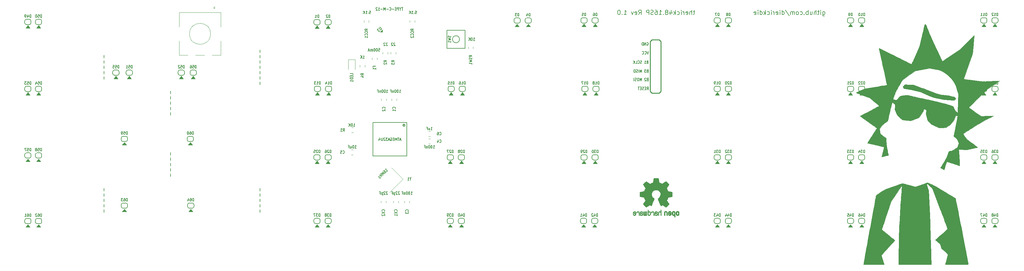
<source format=gbr>
G04 #@! TF.GenerationSoftware,KiCad,Pcbnew,(5.1.2-1)-1*
G04 #@! TF.CreationDate,2020-06-05T15:38:55-05:00*
G04 #@! TF.ProjectId,therick48.16SP,74686572-6963-46b3-9438-2e313653502e,rev?*
G04 #@! TF.SameCoordinates,Original*
G04 #@! TF.FileFunction,Legend,Bot*
G04 #@! TF.FilePolarity,Positive*
%FSLAX46Y46*%
G04 Gerber Fmt 4.6, Leading zero omitted, Abs format (unit mm)*
G04 Created by KiCad (PCBNEW (5.1.2-1)-1) date 2020-06-05 15:38:55*
%MOMM*%
%LPD*%
G04 APERTURE LIST*
%ADD10C,0.150000*%
%ADD11C,0.200000*%
%ADD12C,0.120000*%
%ADD13C,0.100000*%
%ADD14C,0.254000*%
%ADD15C,0.203200*%
%ADD16C,0.010000*%
G04 APERTURE END LIST*
D10*
X136419641Y-66119826D02*
X136419641Y-66879826D01*
X136419641Y-64599830D02*
X136419641Y-65359830D01*
X110959708Y-70299815D02*
X110959708Y-71059815D01*
X110959708Y-71819811D02*
X110959708Y-72579811D01*
X110959708Y-73339807D02*
X110959708Y-74099807D01*
X110959708Y-74859805D02*
X110959708Y-75619805D01*
X110959708Y-68779819D02*
X110959708Y-69539819D01*
X110959708Y-87779769D02*
X110959708Y-88539769D01*
X110959708Y-89299765D02*
X110959708Y-90059765D01*
X110959708Y-90819761D02*
X110959708Y-91579761D01*
X110959708Y-92339759D02*
X110959708Y-93099759D01*
X110959708Y-86259773D02*
X110959708Y-87019773D01*
X136419641Y-96519744D02*
X136419641Y-97279744D01*
X136419641Y-63079832D02*
X136419641Y-63839832D01*
X136419641Y-56999848D02*
X136419641Y-57759848D01*
X91959758Y-58519844D02*
X91959758Y-59279844D01*
X91959758Y-96519744D02*
X91959758Y-97279744D01*
X91959758Y-102599730D02*
X91959758Y-103359730D01*
D11*
X296773291Y-46092020D02*
X296773291Y-47103925D01*
X296832815Y-47222973D01*
X296892339Y-47282497D01*
X297011386Y-47342020D01*
X297189958Y-47342020D01*
X297309005Y-47282497D01*
X296773291Y-46865830D02*
X296892339Y-46925354D01*
X297130434Y-46925354D01*
X297249482Y-46865830D01*
X297309005Y-46806306D01*
X297368529Y-46687258D01*
X297368529Y-46330116D01*
X297309005Y-46211068D01*
X297249482Y-46151544D01*
X297130434Y-46092020D01*
X296892339Y-46092020D01*
X296773291Y-46151544D01*
X296178053Y-46925354D02*
X296178053Y-46092020D01*
X296178053Y-45675354D02*
X296237577Y-45734878D01*
X296178053Y-45794401D01*
X296118529Y-45734878D01*
X296178053Y-45675354D01*
X296178053Y-45794401D01*
X295761386Y-46092020D02*
X295285196Y-46092020D01*
X295582815Y-45675354D02*
X295582815Y-46746782D01*
X295523291Y-46865830D01*
X295404244Y-46925354D01*
X295285196Y-46925354D01*
X294868529Y-46925354D02*
X294868529Y-45675354D01*
X294332815Y-46925354D02*
X294332815Y-46270592D01*
X294392339Y-46151544D01*
X294511386Y-46092020D01*
X294689958Y-46092020D01*
X294809005Y-46151544D01*
X294868529Y-46211068D01*
X293201863Y-46092020D02*
X293201863Y-46925354D01*
X293737577Y-46092020D02*
X293737577Y-46746782D01*
X293678053Y-46865830D01*
X293559005Y-46925354D01*
X293380434Y-46925354D01*
X293261386Y-46865830D01*
X293201863Y-46806306D01*
X292606624Y-46925354D02*
X292606624Y-45675354D01*
X292606624Y-46151544D02*
X292487577Y-46092020D01*
X292249482Y-46092020D01*
X292130434Y-46151544D01*
X292070910Y-46211068D01*
X292011386Y-46330116D01*
X292011386Y-46687258D01*
X292070910Y-46806306D01*
X292130434Y-46865830D01*
X292249482Y-46925354D01*
X292487577Y-46925354D01*
X292606624Y-46865830D01*
X291475672Y-46806306D02*
X291416148Y-46865830D01*
X291475672Y-46925354D01*
X291535196Y-46865830D01*
X291475672Y-46806306D01*
X291475672Y-46925354D01*
X290344720Y-46865830D02*
X290463767Y-46925354D01*
X290701863Y-46925354D01*
X290820910Y-46865830D01*
X290880434Y-46806306D01*
X290939958Y-46687258D01*
X290939958Y-46330116D01*
X290880434Y-46211068D01*
X290820910Y-46151544D01*
X290701863Y-46092020D01*
X290463767Y-46092020D01*
X290344720Y-46151544D01*
X289630434Y-46925354D02*
X289749482Y-46865830D01*
X289809005Y-46806306D01*
X289868529Y-46687258D01*
X289868529Y-46330116D01*
X289809005Y-46211068D01*
X289749482Y-46151544D01*
X289630434Y-46092020D01*
X289451863Y-46092020D01*
X289332815Y-46151544D01*
X289273291Y-46211068D01*
X289213767Y-46330116D01*
X289213767Y-46687258D01*
X289273291Y-46806306D01*
X289332815Y-46865830D01*
X289451863Y-46925354D01*
X289630434Y-46925354D01*
X288678053Y-46925354D02*
X288678053Y-46092020D01*
X288678053Y-46211068D02*
X288618529Y-46151544D01*
X288499482Y-46092020D01*
X288320910Y-46092020D01*
X288201863Y-46151544D01*
X288142339Y-46270592D01*
X288142339Y-46925354D01*
X288142339Y-46270592D02*
X288082815Y-46151544D01*
X287963767Y-46092020D01*
X287785196Y-46092020D01*
X287666148Y-46151544D01*
X287606624Y-46270592D01*
X287606624Y-46925354D01*
X286118529Y-45615830D02*
X287189958Y-47222973D01*
X285166148Y-46925354D02*
X285166148Y-45675354D01*
X285166148Y-46865830D02*
X285285196Y-46925354D01*
X285523291Y-46925354D01*
X285642339Y-46865830D01*
X285701863Y-46806306D01*
X285761386Y-46687258D01*
X285761386Y-46330116D01*
X285701863Y-46211068D01*
X285642339Y-46151544D01*
X285523291Y-46092020D01*
X285285196Y-46092020D01*
X285166148Y-46151544D01*
X284570910Y-46925354D02*
X284570910Y-46092020D01*
X284570910Y-45675354D02*
X284630434Y-45734878D01*
X284570910Y-45794401D01*
X284511386Y-45734878D01*
X284570910Y-45675354D01*
X284570910Y-45794401D01*
X283499482Y-46865830D02*
X283618529Y-46925354D01*
X283856624Y-46925354D01*
X283975672Y-46865830D01*
X284035196Y-46746782D01*
X284035196Y-46270592D01*
X283975672Y-46151544D01*
X283856624Y-46092020D01*
X283618529Y-46092020D01*
X283499482Y-46151544D01*
X283439958Y-46270592D01*
X283439958Y-46389639D01*
X284035196Y-46508687D01*
X282904244Y-46925354D02*
X282904244Y-46092020D01*
X282904244Y-46330116D02*
X282844720Y-46211068D01*
X282785196Y-46151544D01*
X282666148Y-46092020D01*
X282547101Y-46092020D01*
X282130434Y-46925354D02*
X282130434Y-46092020D01*
X282130434Y-45675354D02*
X282189958Y-45734878D01*
X282130434Y-45794401D01*
X282070910Y-45734878D01*
X282130434Y-45675354D01*
X282130434Y-45794401D01*
X280999482Y-46865830D02*
X281118529Y-46925354D01*
X281356624Y-46925354D01*
X281475672Y-46865830D01*
X281535196Y-46806306D01*
X281594720Y-46687258D01*
X281594720Y-46330116D01*
X281535196Y-46211068D01*
X281475672Y-46151544D01*
X281356624Y-46092020D01*
X281118529Y-46092020D01*
X280999482Y-46151544D01*
X280463767Y-46925354D02*
X280463767Y-45675354D01*
X280344720Y-46449163D02*
X279987577Y-46925354D01*
X279987577Y-46092020D02*
X280463767Y-46568211D01*
X278916148Y-46925354D02*
X278916148Y-45675354D01*
X278916148Y-46865830D02*
X279035196Y-46925354D01*
X279273291Y-46925354D01*
X279392339Y-46865830D01*
X279451863Y-46806306D01*
X279511386Y-46687258D01*
X279511386Y-46330116D01*
X279451863Y-46211068D01*
X279392339Y-46151544D01*
X279273291Y-46092020D01*
X279035196Y-46092020D01*
X278916148Y-46151544D01*
X278320910Y-46925354D02*
X278320910Y-46092020D01*
X278320910Y-45675354D02*
X278380434Y-45734878D01*
X278320910Y-45794401D01*
X278261386Y-45734878D01*
X278320910Y-45675354D01*
X278320910Y-45794401D01*
X277249482Y-46865830D02*
X277368529Y-46925354D01*
X277606624Y-46925354D01*
X277725672Y-46865830D01*
X277785196Y-46746782D01*
X277785196Y-46270592D01*
X277725672Y-46151544D01*
X277606624Y-46092020D01*
X277368529Y-46092020D01*
X277249482Y-46151544D01*
X277189958Y-46270592D01*
X277189958Y-46389639D01*
X277785196Y-46508687D01*
X260321010Y-46092020D02*
X259844820Y-46092020D01*
X260142439Y-45675354D02*
X260142439Y-46746782D01*
X260082915Y-46865830D01*
X259963867Y-46925354D01*
X259844820Y-46925354D01*
X259428153Y-46925354D02*
X259428153Y-45675354D01*
X258892439Y-46925354D02*
X258892439Y-46270592D01*
X258951963Y-46151544D01*
X259071010Y-46092020D01*
X259249582Y-46092020D01*
X259368629Y-46151544D01*
X259428153Y-46211068D01*
X257821010Y-46865830D02*
X257940058Y-46925354D01*
X258178153Y-46925354D01*
X258297201Y-46865830D01*
X258356724Y-46746782D01*
X258356724Y-46270592D01*
X258297201Y-46151544D01*
X258178153Y-46092020D01*
X257940058Y-46092020D01*
X257821010Y-46151544D01*
X257761486Y-46270592D01*
X257761486Y-46389639D01*
X258356724Y-46508687D01*
X257225772Y-46925354D02*
X257225772Y-46092020D01*
X257225772Y-46330116D02*
X257166248Y-46211068D01*
X257106724Y-46151544D01*
X256987677Y-46092020D01*
X256868629Y-46092020D01*
X256451963Y-46925354D02*
X256451963Y-46092020D01*
X256451963Y-45675354D02*
X256511486Y-45734878D01*
X256451963Y-45794401D01*
X256392439Y-45734878D01*
X256451963Y-45675354D01*
X256451963Y-45794401D01*
X255321010Y-46865830D02*
X255440058Y-46925354D01*
X255678153Y-46925354D01*
X255797201Y-46865830D01*
X255856724Y-46806306D01*
X255916248Y-46687258D01*
X255916248Y-46330116D01*
X255856724Y-46211068D01*
X255797201Y-46151544D01*
X255678153Y-46092020D01*
X255440058Y-46092020D01*
X255321010Y-46151544D01*
X254785296Y-46925354D02*
X254785296Y-45675354D01*
X254666248Y-46449163D02*
X254309105Y-46925354D01*
X254309105Y-46092020D02*
X254785296Y-46568211D01*
X253237677Y-46092020D02*
X253237677Y-46925354D01*
X253535296Y-45615830D02*
X253832915Y-46508687D01*
X253059105Y-46508687D01*
X252404344Y-46211068D02*
X252523391Y-46151544D01*
X252582915Y-46092020D01*
X252642439Y-45972973D01*
X252642439Y-45913449D01*
X252582915Y-45794401D01*
X252523391Y-45734878D01*
X252404344Y-45675354D01*
X252166248Y-45675354D01*
X252047201Y-45734878D01*
X251987677Y-45794401D01*
X251928153Y-45913449D01*
X251928153Y-45972973D01*
X251987677Y-46092020D01*
X252047201Y-46151544D01*
X252166248Y-46211068D01*
X252404344Y-46211068D01*
X252523391Y-46270592D01*
X252582915Y-46330116D01*
X252642439Y-46449163D01*
X252642439Y-46687258D01*
X252582915Y-46806306D01*
X252523391Y-46865830D01*
X252404344Y-46925354D01*
X252166248Y-46925354D01*
X252047201Y-46865830D01*
X251987677Y-46806306D01*
X251928153Y-46687258D01*
X251928153Y-46449163D01*
X251987677Y-46330116D01*
X252047201Y-46270592D01*
X252166248Y-46211068D01*
X251392439Y-46806306D02*
X251332915Y-46865830D01*
X251392439Y-46925354D01*
X251451963Y-46865830D01*
X251392439Y-46806306D01*
X251392439Y-46925354D01*
X250142439Y-46925354D02*
X250856724Y-46925354D01*
X250499582Y-46925354D02*
X250499582Y-45675354D01*
X250618629Y-45853925D01*
X250737677Y-45972973D01*
X250856724Y-46032497D01*
X249071010Y-45675354D02*
X249309105Y-45675354D01*
X249428153Y-45734878D01*
X249487677Y-45794401D01*
X249606724Y-45972973D01*
X249666248Y-46211068D01*
X249666248Y-46687258D01*
X249606724Y-46806306D01*
X249547201Y-46865830D01*
X249428153Y-46925354D01*
X249190058Y-46925354D01*
X249071010Y-46865830D01*
X249011486Y-46806306D01*
X248951963Y-46687258D01*
X248951963Y-46389639D01*
X249011486Y-46270592D01*
X249071010Y-46211068D01*
X249190058Y-46151544D01*
X249428153Y-46151544D01*
X249547201Y-46211068D01*
X249606724Y-46270592D01*
X249666248Y-46389639D01*
X248475772Y-46865830D02*
X248297201Y-46925354D01*
X247999582Y-46925354D01*
X247880534Y-46865830D01*
X247821010Y-46806306D01*
X247761486Y-46687258D01*
X247761486Y-46568211D01*
X247821010Y-46449163D01*
X247880534Y-46389639D01*
X247999582Y-46330116D01*
X248237677Y-46270592D01*
X248356724Y-46211068D01*
X248416248Y-46151544D01*
X248475772Y-46032497D01*
X248475772Y-45913449D01*
X248416248Y-45794401D01*
X248356724Y-45734878D01*
X248237677Y-45675354D01*
X247940058Y-45675354D01*
X247761486Y-45734878D01*
X247225772Y-46925354D02*
X247225772Y-45675354D01*
X246749582Y-45675354D01*
X246630534Y-45734878D01*
X246571010Y-45794401D01*
X246511486Y-45913449D01*
X246511486Y-46092020D01*
X246571010Y-46211068D01*
X246630534Y-46270592D01*
X246749582Y-46330116D01*
X247225772Y-46330116D01*
X244309105Y-46925354D02*
X244725772Y-46330116D01*
X245023391Y-46925354D02*
X245023391Y-45675354D01*
X244547201Y-45675354D01*
X244428153Y-45734878D01*
X244368629Y-45794401D01*
X244309105Y-45913449D01*
X244309105Y-46092020D01*
X244368629Y-46211068D01*
X244428153Y-46270592D01*
X244547201Y-46330116D01*
X245023391Y-46330116D01*
X243297201Y-46865830D02*
X243416248Y-46925354D01*
X243654344Y-46925354D01*
X243773391Y-46865830D01*
X243832915Y-46746782D01*
X243832915Y-46270592D01*
X243773391Y-46151544D01*
X243654344Y-46092020D01*
X243416248Y-46092020D01*
X243297201Y-46151544D01*
X243237677Y-46270592D01*
X243237677Y-46389639D01*
X243832915Y-46508687D01*
X242821010Y-46092020D02*
X242523391Y-46925354D01*
X242225772Y-46092020D01*
X240142439Y-46925354D02*
X240856724Y-46925354D01*
X240499582Y-46925354D02*
X240499582Y-45675354D01*
X240618629Y-45853925D01*
X240737677Y-45972973D01*
X240856724Y-46032497D01*
X239606724Y-46806306D02*
X239547201Y-46865830D01*
X239606724Y-46925354D01*
X239666248Y-46865830D01*
X239606724Y-46806306D01*
X239606724Y-46925354D01*
X238773391Y-45675354D02*
X238654344Y-45675354D01*
X238535296Y-45734878D01*
X238475772Y-45794401D01*
X238416248Y-45913449D01*
X238356724Y-46151544D01*
X238356724Y-46449163D01*
X238416248Y-46687258D01*
X238475772Y-46806306D01*
X238535296Y-46865830D01*
X238654344Y-46925354D01*
X238773391Y-46925354D01*
X238892439Y-46865830D01*
X238951963Y-46806306D01*
X239011486Y-46687258D01*
X239071010Y-46449163D01*
X239071010Y-46151544D01*
X239011486Y-45913449D01*
X238951963Y-45794401D01*
X238892439Y-45734878D01*
X238773391Y-45675354D01*
D10*
X91960112Y-64600074D02*
X91960112Y-65360074D01*
X91960112Y-63080074D02*
X91960112Y-63840074D01*
X91960112Y-61560074D02*
X91960112Y-62320074D01*
X91960112Y-60040074D02*
X91960112Y-60800074D01*
X91959758Y-101079732D02*
X91959758Y-101839732D01*
X91959758Y-99559736D02*
X91959758Y-100319736D01*
X91959758Y-98039740D02*
X91959758Y-98799740D01*
X136419995Y-61559995D02*
X136419995Y-62319995D01*
X136419995Y-102600012D02*
X136419995Y-103360012D01*
X136419995Y-101080012D02*
X136419995Y-101840012D01*
X136419995Y-99560012D02*
X136419995Y-100320012D01*
X136419995Y-98040012D02*
X136419995Y-98800012D01*
X136419995Y-60039995D02*
X136419995Y-60799995D01*
X136419995Y-58519995D02*
X136419995Y-59279995D01*
X180661332Y-45893906D02*
X180994665Y-45893906D01*
X181027999Y-46274859D01*
X180994665Y-46236763D01*
X180927999Y-46198668D01*
X180761332Y-46198668D01*
X180694665Y-46236763D01*
X180661332Y-46274859D01*
X180627999Y-46351049D01*
X180627999Y-46541525D01*
X180661332Y-46617716D01*
X180694665Y-46655811D01*
X180761332Y-46693906D01*
X180927999Y-46693906D01*
X180994665Y-46655811D01*
X181027999Y-46617716D01*
X180327999Y-46617716D02*
X180294665Y-46655811D01*
X180327999Y-46693906D01*
X180361332Y-46655811D01*
X180327999Y-46617716D01*
X180327999Y-46693906D01*
X179627999Y-46693906D02*
X180027999Y-46693906D01*
X179827999Y-46693906D02*
X179827999Y-45893906D01*
X179894665Y-46008192D01*
X179961332Y-46084382D01*
X180027999Y-46122478D01*
X179327999Y-46693906D02*
X179327999Y-45893906D01*
X178927999Y-46693906D02*
X179227999Y-46236763D01*
X178927999Y-45893906D02*
X179327999Y-46351049D01*
X167580332Y-45893906D02*
X167913665Y-45893906D01*
X167946999Y-46274859D01*
X167913665Y-46236763D01*
X167846999Y-46198668D01*
X167680332Y-46198668D01*
X167613665Y-46236763D01*
X167580332Y-46274859D01*
X167546999Y-46351049D01*
X167546999Y-46541525D01*
X167580332Y-46617716D01*
X167613665Y-46655811D01*
X167680332Y-46693906D01*
X167846999Y-46693906D01*
X167913665Y-46655811D01*
X167946999Y-46617716D01*
X167246999Y-46617716D02*
X167213665Y-46655811D01*
X167246999Y-46693906D01*
X167280332Y-46655811D01*
X167246999Y-46617716D01*
X167246999Y-46693906D01*
X166546999Y-46693906D02*
X166946999Y-46693906D01*
X166746999Y-46693906D02*
X166746999Y-45893906D01*
X166813665Y-46008192D01*
X166880332Y-46084382D01*
X166946999Y-46122478D01*
X166246999Y-46693906D02*
X166246999Y-45893906D01*
X165846999Y-46693906D02*
X166146999Y-46236763D01*
X165846999Y-45893906D02*
X166246999Y-46351049D01*
X197225332Y-54315906D02*
X197625332Y-54315906D01*
X197425332Y-54315906D02*
X197425332Y-53515906D01*
X197491999Y-53630192D01*
X197558665Y-53706382D01*
X197625332Y-53744478D01*
X196791999Y-53515906D02*
X196725332Y-53515906D01*
X196658665Y-53554002D01*
X196625332Y-53592097D01*
X196591999Y-53668287D01*
X196558665Y-53820668D01*
X196558665Y-54011144D01*
X196591999Y-54163525D01*
X196625332Y-54239716D01*
X196658665Y-54277811D01*
X196725332Y-54315906D01*
X196791999Y-54315906D01*
X196858665Y-54277811D01*
X196891999Y-54239716D01*
X196925332Y-54163525D01*
X196958665Y-54011144D01*
X196958665Y-53820668D01*
X196925332Y-53668287D01*
X196891999Y-53592097D01*
X196858665Y-53554002D01*
X196791999Y-53515906D01*
X196258665Y-54315906D02*
X196258665Y-53515906D01*
X195858665Y-54315906D02*
X196158665Y-53858763D01*
X195858665Y-53515906D02*
X196258665Y-53973049D01*
X176108332Y-69174906D02*
X176508332Y-69174906D01*
X176308332Y-69174906D02*
X176308332Y-68374906D01*
X176374999Y-68489192D01*
X176441665Y-68565382D01*
X176508332Y-68603478D01*
X175674999Y-68374906D02*
X175608332Y-68374906D01*
X175541665Y-68413002D01*
X175508332Y-68451097D01*
X175474999Y-68527287D01*
X175441665Y-68679668D01*
X175441665Y-68870144D01*
X175474999Y-69022525D01*
X175508332Y-69098716D01*
X175541665Y-69136811D01*
X175608332Y-69174906D01*
X175674999Y-69174906D01*
X175741665Y-69136811D01*
X175774999Y-69098716D01*
X175808332Y-69022525D01*
X175841665Y-68870144D01*
X175841665Y-68679668D01*
X175808332Y-68527287D01*
X175774999Y-68451097D01*
X175741665Y-68413002D01*
X175674999Y-68374906D01*
X175008332Y-68374906D02*
X174941665Y-68374906D01*
X174874999Y-68413002D01*
X174841665Y-68451097D01*
X174808332Y-68527287D01*
X174774999Y-68679668D01*
X174774999Y-68870144D01*
X174808332Y-69022525D01*
X174841665Y-69098716D01*
X174874999Y-69136811D01*
X174941665Y-69174906D01*
X175008332Y-69174906D01*
X175074999Y-69136811D01*
X175108332Y-69098716D01*
X175141665Y-69022525D01*
X175174999Y-68870144D01*
X175174999Y-68679668D01*
X175141665Y-68527287D01*
X175108332Y-68451097D01*
X175074999Y-68413002D01*
X175008332Y-68374906D01*
X174474999Y-68641573D02*
X174474999Y-69174906D01*
X174474999Y-68717763D02*
X174441665Y-68679668D01*
X174374999Y-68641573D01*
X174274999Y-68641573D01*
X174208332Y-68679668D01*
X174174999Y-68755859D01*
X174174999Y-69174906D01*
X173608332Y-68755859D02*
X173841665Y-68755859D01*
X173841665Y-69174906D02*
X173841665Y-68374906D01*
X173508332Y-68374906D01*
X172561647Y-91727164D02*
X172844490Y-91444321D01*
X172703068Y-91585742D02*
X172137383Y-91020057D01*
X172265335Y-91053729D01*
X172366351Y-91060463D01*
X172440429Y-91040260D01*
X171571697Y-91585742D02*
X171665978Y-91491462D01*
X171740056Y-91471258D01*
X171790564Y-91474626D01*
X171918516Y-91508297D01*
X172049836Y-91592477D01*
X172265335Y-91807976D01*
X172295640Y-91885421D01*
X172299007Y-91935929D01*
X172278804Y-92010006D01*
X172184523Y-92104287D01*
X172110445Y-92124490D01*
X172059938Y-92121123D01*
X171982493Y-92090819D01*
X171847806Y-91956132D01*
X171817501Y-91878687D01*
X171814134Y-91828179D01*
X171834337Y-91754101D01*
X171928618Y-91659820D01*
X172002696Y-91639617D01*
X172053203Y-91642984D01*
X172130648Y-91673289D01*
X171878110Y-92410700D02*
X171312425Y-91845015D01*
X171551494Y-92414068D01*
X170982442Y-92174998D01*
X171548127Y-92740684D01*
X171312425Y-92976386D02*
X170746739Y-92410700D01*
X171016113Y-92680074D02*
X170733271Y-92962917D01*
X171029582Y-93259228D02*
X170463897Y-92693543D01*
X170463897Y-93070667D02*
X170204624Y-93329939D01*
X170841020Y-93447790D01*
X170581748Y-93707063D01*
X172749332Y-55076097D02*
X172715999Y-55038002D01*
X172649332Y-54999906D01*
X172482665Y-54999906D01*
X172415999Y-55038002D01*
X172382665Y-55076097D01*
X172349332Y-55152287D01*
X172349332Y-55228478D01*
X172382665Y-55342763D01*
X172782665Y-55799906D01*
X172349332Y-55799906D01*
X172082665Y-55076097D02*
X172049332Y-55038002D01*
X171982665Y-54999906D01*
X171815999Y-54999906D01*
X171749332Y-55038002D01*
X171715999Y-55076097D01*
X171682665Y-55152287D01*
X171682665Y-55228478D01*
X171715999Y-55342763D01*
X172115999Y-55799906D01*
X171682665Y-55799906D01*
X174908332Y-55076097D02*
X174874999Y-55038002D01*
X174808332Y-54999906D01*
X174641665Y-54999906D01*
X174574999Y-55038002D01*
X174541665Y-55076097D01*
X174508332Y-55152287D01*
X174508332Y-55228478D01*
X174541665Y-55342763D01*
X174941665Y-55799906D01*
X174508332Y-55799906D01*
X174241665Y-55076097D02*
X174208332Y-55038002D01*
X174141665Y-54999906D01*
X173974999Y-54999906D01*
X173908332Y-55038002D01*
X173874999Y-55076097D01*
X173841665Y-55152287D01*
X173841665Y-55228478D01*
X173874999Y-55342763D01*
X174274999Y-55799906D01*
X173841665Y-55799906D01*
X172425332Y-69174906D02*
X172825332Y-69174906D01*
X172625332Y-69174906D02*
X172625332Y-68374906D01*
X172691999Y-68489192D01*
X172758665Y-68565382D01*
X172825332Y-68603478D01*
X171991999Y-68374906D02*
X171925332Y-68374906D01*
X171858665Y-68413002D01*
X171825332Y-68451097D01*
X171791999Y-68527287D01*
X171758665Y-68679668D01*
X171758665Y-68870144D01*
X171791999Y-69022525D01*
X171825332Y-69098716D01*
X171858665Y-69136811D01*
X171925332Y-69174906D01*
X171991999Y-69174906D01*
X172058665Y-69136811D01*
X172091999Y-69098716D01*
X172125332Y-69022525D01*
X172158665Y-68870144D01*
X172158665Y-68679668D01*
X172125332Y-68527287D01*
X172091999Y-68451097D01*
X172058665Y-68413002D01*
X171991999Y-68374906D01*
X171325332Y-68374906D02*
X171258665Y-68374906D01*
X171191999Y-68413002D01*
X171158665Y-68451097D01*
X171125332Y-68527287D01*
X171091999Y-68679668D01*
X171091999Y-68870144D01*
X171125332Y-69022525D01*
X171158665Y-69098716D01*
X171191999Y-69136811D01*
X171258665Y-69174906D01*
X171325332Y-69174906D01*
X171391999Y-69136811D01*
X171425332Y-69098716D01*
X171458665Y-69022525D01*
X171491999Y-68870144D01*
X171491999Y-68679668D01*
X171458665Y-68527287D01*
X171425332Y-68451097D01*
X171391999Y-68413002D01*
X171325332Y-68374906D01*
X170791999Y-68641573D02*
X170791999Y-69174906D01*
X170791999Y-68717763D02*
X170758665Y-68679668D01*
X170691999Y-68641573D01*
X170591999Y-68641573D01*
X170525332Y-68679668D01*
X170491999Y-68755859D01*
X170491999Y-69174906D01*
X169925332Y-68755859D02*
X170158665Y-68755859D01*
X170158665Y-69174906D02*
X170158665Y-68374906D01*
X169825332Y-68374906D01*
X185093665Y-79842906D02*
X185493665Y-79842906D01*
X185293665Y-79842906D02*
X185293665Y-79042906D01*
X185360332Y-79157192D01*
X185426999Y-79233382D01*
X185493665Y-79271478D01*
X184493665Y-79309573D02*
X184493665Y-79842906D01*
X184793665Y-79309573D02*
X184793665Y-79728621D01*
X184760332Y-79804811D01*
X184693665Y-79842906D01*
X184593665Y-79842906D01*
X184526999Y-79804811D01*
X184493665Y-79766716D01*
X183926999Y-79423859D02*
X184160332Y-79423859D01*
X184160332Y-79842906D02*
X184160332Y-79042906D01*
X183826999Y-79042906D01*
X185760332Y-85049906D02*
X186160332Y-85049906D01*
X185960332Y-85049906D02*
X185960332Y-84249906D01*
X186026999Y-84364192D01*
X186093665Y-84440382D01*
X186160332Y-84478478D01*
X185326999Y-84249906D02*
X185260332Y-84249906D01*
X185193665Y-84288002D01*
X185160332Y-84326097D01*
X185126999Y-84402287D01*
X185093665Y-84554668D01*
X185093665Y-84745144D01*
X185126999Y-84897525D01*
X185160332Y-84973716D01*
X185193665Y-85011811D01*
X185260332Y-85049906D01*
X185326999Y-85049906D01*
X185393665Y-85011811D01*
X185426999Y-84973716D01*
X185460332Y-84897525D01*
X185493665Y-84745144D01*
X185493665Y-84554668D01*
X185460332Y-84402287D01*
X185426999Y-84326097D01*
X185393665Y-84288002D01*
X185326999Y-84249906D01*
X184660332Y-84249906D02*
X184593665Y-84249906D01*
X184526999Y-84288002D01*
X184493665Y-84326097D01*
X184460332Y-84402287D01*
X184426999Y-84554668D01*
X184426999Y-84745144D01*
X184460332Y-84897525D01*
X184493665Y-84973716D01*
X184526999Y-85011811D01*
X184593665Y-85049906D01*
X184660332Y-85049906D01*
X184726999Y-85011811D01*
X184760332Y-84973716D01*
X184793665Y-84897525D01*
X184826999Y-84745144D01*
X184826999Y-84554668D01*
X184793665Y-84402287D01*
X184760332Y-84326097D01*
X184726999Y-84288002D01*
X184660332Y-84249906D01*
X184126999Y-84516573D02*
X184126999Y-85049906D01*
X184126999Y-84592763D02*
X184093665Y-84554668D01*
X184026999Y-84516573D01*
X183926999Y-84516573D01*
X183860332Y-84554668D01*
X183826999Y-84630859D01*
X183826999Y-85049906D01*
X183260332Y-84630859D02*
X183493665Y-84630859D01*
X183493665Y-85049906D02*
X183493665Y-84249906D01*
X183160332Y-84249906D01*
X163062332Y-78826906D02*
X163462332Y-78826906D01*
X163262332Y-78826906D02*
X163262332Y-78026906D01*
X163328999Y-78141192D01*
X163395665Y-78217382D01*
X163462332Y-78255478D01*
X162628999Y-78026906D02*
X162562332Y-78026906D01*
X162495665Y-78065002D01*
X162462332Y-78103097D01*
X162428999Y-78179287D01*
X162395665Y-78331668D01*
X162395665Y-78522144D01*
X162428999Y-78674525D01*
X162462332Y-78750716D01*
X162495665Y-78788811D01*
X162562332Y-78826906D01*
X162628999Y-78826906D01*
X162695665Y-78788811D01*
X162728999Y-78750716D01*
X162762332Y-78674525D01*
X162795665Y-78522144D01*
X162795665Y-78331668D01*
X162762332Y-78179287D01*
X162728999Y-78103097D01*
X162695665Y-78065002D01*
X162628999Y-78026906D01*
X162095665Y-78826906D02*
X162095665Y-78026906D01*
X161695665Y-78826906D02*
X161995665Y-78369763D01*
X161695665Y-78026906D02*
X162095665Y-78484049D01*
X163455999Y-85049906D02*
X163855999Y-85049906D01*
X163655999Y-85049906D02*
X163655999Y-84249906D01*
X163722665Y-84364192D01*
X163789332Y-84440382D01*
X163855999Y-84478478D01*
X163022665Y-84249906D02*
X162955999Y-84249906D01*
X162889332Y-84288002D01*
X162855999Y-84326097D01*
X162822665Y-84402287D01*
X162789332Y-84554668D01*
X162789332Y-84745144D01*
X162822665Y-84897525D01*
X162855999Y-84973716D01*
X162889332Y-85011811D01*
X162955999Y-85049906D01*
X163022665Y-85049906D01*
X163089332Y-85011811D01*
X163122665Y-84973716D01*
X163155999Y-84897525D01*
X163189332Y-84745144D01*
X163189332Y-84554668D01*
X163155999Y-84402287D01*
X163122665Y-84326097D01*
X163089332Y-84288002D01*
X163022665Y-84249906D01*
X162189332Y-84516573D02*
X162189332Y-85049906D01*
X162489332Y-84516573D02*
X162489332Y-84935621D01*
X162455999Y-85011811D01*
X162389332Y-85049906D01*
X162289332Y-85049906D01*
X162222665Y-85011811D01*
X162189332Y-84973716D01*
X161622665Y-84630859D02*
X161855999Y-84630859D01*
X161855999Y-85049906D02*
X161855999Y-84249906D01*
X161522665Y-84249906D01*
X172745999Y-97534097D02*
X172712665Y-97496002D01*
X172645999Y-97457906D01*
X172479332Y-97457906D01*
X172412665Y-97496002D01*
X172379332Y-97534097D01*
X172345999Y-97610287D01*
X172345999Y-97686478D01*
X172379332Y-97800763D01*
X172779332Y-98257906D01*
X172345999Y-98257906D01*
X172079332Y-97534097D02*
X172045999Y-97496002D01*
X171979332Y-97457906D01*
X171812665Y-97457906D01*
X171745999Y-97496002D01*
X171712665Y-97534097D01*
X171679332Y-97610287D01*
X171679332Y-97686478D01*
X171712665Y-97800763D01*
X172112665Y-98257906D01*
X171679332Y-98257906D01*
X171379332Y-97724573D02*
X171379332Y-98524573D01*
X171379332Y-97762668D02*
X171312665Y-97724573D01*
X171179332Y-97724573D01*
X171112665Y-97762668D01*
X171079332Y-97800763D01*
X171045999Y-97876954D01*
X171045999Y-98105525D01*
X171079332Y-98181716D01*
X171112665Y-98219811D01*
X171179332Y-98257906D01*
X171312665Y-98257906D01*
X171379332Y-98219811D01*
X170512665Y-97838859D02*
X170745999Y-97838859D01*
X170745999Y-98257906D02*
X170745999Y-97457906D01*
X170412665Y-97457906D01*
X176174999Y-97534097D02*
X176141665Y-97496002D01*
X176074999Y-97457906D01*
X175908332Y-97457906D01*
X175841665Y-97496002D01*
X175808332Y-97534097D01*
X175774999Y-97610287D01*
X175774999Y-97686478D01*
X175808332Y-97800763D01*
X176208332Y-98257906D01*
X175774999Y-98257906D01*
X175508332Y-97534097D02*
X175474999Y-97496002D01*
X175408332Y-97457906D01*
X175241665Y-97457906D01*
X175174999Y-97496002D01*
X175141665Y-97534097D01*
X175108332Y-97610287D01*
X175108332Y-97686478D01*
X175141665Y-97800763D01*
X175541665Y-98257906D01*
X175108332Y-98257906D01*
X174808332Y-97724573D02*
X174808332Y-98524573D01*
X174808332Y-97762668D02*
X174741665Y-97724573D01*
X174608332Y-97724573D01*
X174541665Y-97762668D01*
X174508332Y-97800763D01*
X174474999Y-97876954D01*
X174474999Y-98105525D01*
X174508332Y-98181716D01*
X174541665Y-98219811D01*
X174608332Y-98257906D01*
X174741665Y-98257906D01*
X174808332Y-98219811D01*
X173941665Y-97838859D02*
X174174999Y-97838859D01*
X174174999Y-98257906D02*
X174174999Y-97457906D01*
X173841665Y-97457906D01*
X179410332Y-98257906D02*
X179810332Y-98257906D01*
X179610332Y-98257906D02*
X179610332Y-97457906D01*
X179676999Y-97572192D01*
X179743665Y-97648382D01*
X179810332Y-97686478D01*
X178976999Y-97457906D02*
X178910332Y-97457906D01*
X178843665Y-97496002D01*
X178810332Y-97534097D01*
X178776999Y-97610287D01*
X178743665Y-97762668D01*
X178743665Y-97953144D01*
X178776999Y-98105525D01*
X178810332Y-98181716D01*
X178843665Y-98219811D01*
X178910332Y-98257906D01*
X178976999Y-98257906D01*
X179043665Y-98219811D01*
X179076999Y-98181716D01*
X179110332Y-98105525D01*
X179143665Y-97953144D01*
X179143665Y-97762668D01*
X179110332Y-97610287D01*
X179076999Y-97534097D01*
X179043665Y-97496002D01*
X178976999Y-97457906D01*
X178310332Y-97457906D02*
X178243665Y-97457906D01*
X178176999Y-97496002D01*
X178143665Y-97534097D01*
X178110332Y-97610287D01*
X178076999Y-97762668D01*
X178076999Y-97953144D01*
X178110332Y-98105525D01*
X178143665Y-98181716D01*
X178176999Y-98219811D01*
X178243665Y-98257906D01*
X178310332Y-98257906D01*
X178376999Y-98219811D01*
X178410332Y-98181716D01*
X178443665Y-98105525D01*
X178476999Y-97953144D01*
X178476999Y-97762668D01*
X178443665Y-97610287D01*
X178410332Y-97534097D01*
X178376999Y-97496002D01*
X178310332Y-97457906D01*
X177776999Y-97724573D02*
X177776999Y-98257906D01*
X177776999Y-97800763D02*
X177743665Y-97762668D01*
X177676999Y-97724573D01*
X177576999Y-97724573D01*
X177510332Y-97762668D01*
X177476999Y-97838859D01*
X177476999Y-98257906D01*
X176910332Y-97838859D02*
X177143665Y-97838859D01*
X177143665Y-98257906D02*
X177143665Y-97457906D01*
X176810332Y-97457906D01*
X170195665Y-56563906D02*
X170528999Y-56563906D01*
X170562332Y-56944859D01*
X170528999Y-56906763D01*
X170462332Y-56868668D01*
X170295665Y-56868668D01*
X170228999Y-56906763D01*
X170195665Y-56944859D01*
X170162332Y-57021049D01*
X170162332Y-57211525D01*
X170195665Y-57287716D01*
X170228999Y-57325811D01*
X170295665Y-57363906D01*
X170462332Y-57363906D01*
X170528999Y-57325811D01*
X170562332Y-57287716D01*
X169728999Y-56563906D02*
X169662332Y-56563906D01*
X169595665Y-56602002D01*
X169562332Y-56640097D01*
X169528999Y-56716287D01*
X169495665Y-56868668D01*
X169495665Y-57059144D01*
X169528999Y-57211525D01*
X169562332Y-57287716D01*
X169595665Y-57325811D01*
X169662332Y-57363906D01*
X169728999Y-57363906D01*
X169795665Y-57325811D01*
X169828999Y-57287716D01*
X169862332Y-57211525D01*
X169895665Y-57059144D01*
X169895665Y-56868668D01*
X169862332Y-56716287D01*
X169828999Y-56640097D01*
X169795665Y-56602002D01*
X169728999Y-56563906D01*
X169062332Y-56563906D02*
X168995665Y-56563906D01*
X168928999Y-56602002D01*
X168895665Y-56640097D01*
X168862332Y-56716287D01*
X168828999Y-56868668D01*
X168828999Y-57059144D01*
X168862332Y-57211525D01*
X168895665Y-57287716D01*
X168928999Y-57325811D01*
X168995665Y-57363906D01*
X169062332Y-57363906D01*
X169128999Y-57325811D01*
X169162332Y-57287716D01*
X169195665Y-57211525D01*
X169228999Y-57059144D01*
X169228999Y-56868668D01*
X169195665Y-56716287D01*
X169162332Y-56640097D01*
X169128999Y-56602002D01*
X169062332Y-56563906D01*
X168528999Y-57363906D02*
X168528999Y-56830573D01*
X168528999Y-56906763D02*
X168495665Y-56868668D01*
X168428999Y-56830573D01*
X168328999Y-56830573D01*
X168262332Y-56868668D01*
X168228999Y-56944859D01*
X168228999Y-57363906D01*
X168228999Y-56944859D02*
X168195665Y-56868668D01*
X168128999Y-56830573D01*
X168028999Y-56830573D01*
X167962332Y-56868668D01*
X167928999Y-56944859D01*
X167928999Y-57363906D01*
X167628999Y-57135335D02*
X167295665Y-57135335D01*
X167695665Y-57363906D02*
X167462332Y-56563906D01*
X167228999Y-57363906D01*
D12*
X122345086Y-52427162D02*
G75*
G03X122345086Y-52427162I-3000000J0D01*
G01*
X125245086Y-54427162D02*
X125245086Y-58527162D01*
X113445086Y-58527162D02*
X113445086Y-54427162D01*
X113445086Y-50427162D02*
X113445086Y-46327162D01*
X125245086Y-50427162D02*
X125245086Y-46327162D01*
X125245086Y-46327162D02*
X113445086Y-46327162D01*
X123145086Y-44927162D02*
X123445086Y-44627162D01*
X123445086Y-44627162D02*
X123445086Y-45227162D01*
X123445086Y-45227162D02*
X123145086Y-44927162D01*
X125245086Y-58527162D02*
X122845086Y-58527162D01*
X120645086Y-58527162D02*
X118045086Y-58527162D01*
X115845086Y-58527162D02*
X113445086Y-58527162D01*
D13*
G36*
X113999700Y-64465200D02*
G01*
X113399700Y-65265200D01*
X114599700Y-65265200D01*
X113999700Y-64465200D01*
G37*
X113999700Y-64465200D02*
X113399700Y-65265200D01*
X114599700Y-65265200D01*
X113999700Y-64465200D01*
D11*
X114899700Y-63750962D02*
X114899700Y-63251000D01*
X114399700Y-64251000D02*
G75*
G03X114899700Y-63751000I0J500000D01*
G01*
X114899700Y-63251000D02*
G75*
G03X114399700Y-62751000I-500000J0D01*
G01*
X113599700Y-62751000D02*
X114399700Y-62751000D01*
X113599700Y-62751000D02*
G75*
G03X113099700Y-63251000I0J-500000D01*
G01*
X113099700Y-63251038D02*
X113099700Y-63751000D01*
X113599700Y-64251000D02*
X114399700Y-64251000D01*
X113099700Y-63751000D02*
G75*
G03X113599700Y-64251000I500000J0D01*
G01*
D13*
G36*
X97790000Y-102438200D02*
G01*
X97190000Y-103238200D01*
X98390000Y-103238200D01*
X97790000Y-102438200D01*
G37*
X97790000Y-102438200D02*
X97190000Y-103238200D01*
X98390000Y-103238200D01*
X97790000Y-102438200D01*
D11*
X98690000Y-101723962D02*
X98690000Y-101224000D01*
X98190000Y-102224000D02*
G75*
G03X98690000Y-101724000I0J500000D01*
G01*
X98690000Y-101224000D02*
G75*
G03X98190000Y-100724000I-500000J0D01*
G01*
X97390000Y-100724000D02*
X98190000Y-100724000D01*
X97390000Y-100724000D02*
G75*
G03X96890000Y-101224000I0J-500000D01*
G01*
X96890000Y-101224038D02*
X96890000Y-101724000D01*
X97390000Y-102224000D02*
X98190000Y-102224000D01*
X96890000Y-101724000D02*
G75*
G03X97390000Y-102224000I500000J0D01*
G01*
D14*
X177720199Y-78505002D02*
G75*
G03X177720199Y-78505002I-282700J0D01*
G01*
D15*
X178237499Y-87305002D02*
X178237499Y-77705002D01*
X168637499Y-87305002D02*
X178237499Y-87305002D01*
X168637499Y-77705002D02*
X168637499Y-87305002D01*
X178237499Y-77705002D02*
X168637499Y-77705002D01*
D16*
G36*
X319890901Y-67176126D02*
G01*
X319612777Y-67449084D01*
X319726786Y-67739327D01*
X319776738Y-67859340D01*
X319831359Y-67950144D01*
X319909010Y-68018285D01*
X320028047Y-68070307D01*
X320206830Y-68112758D01*
X320463716Y-68152181D01*
X320817064Y-68195124D01*
X321092898Y-68226416D01*
X321790352Y-68324631D01*
X322517938Y-68462603D01*
X323250464Y-68633260D01*
X323962736Y-68829531D01*
X324629561Y-69044344D01*
X325225748Y-69270627D01*
X325726103Y-69501310D01*
X325826749Y-69555224D01*
X326503907Y-69888377D01*
X327297629Y-70204155D01*
X328198274Y-70499352D01*
X329196197Y-70770763D01*
X330112999Y-70980215D01*
X330484549Y-71052277D01*
X330874257Y-71114652D01*
X331301073Y-71169319D01*
X331783948Y-71218258D01*
X332341830Y-71263447D01*
X332993670Y-71306864D01*
X333550140Y-71339153D01*
X334256781Y-71378203D01*
X334482798Y-71179758D01*
X334708815Y-70981312D01*
X334576500Y-70757056D01*
X334515095Y-70658296D01*
X334450936Y-70582428D01*
X334363435Y-70519955D01*
X334232007Y-70461379D01*
X334036063Y-70397204D01*
X333755017Y-70317933D01*
X333442356Y-70233865D01*
X332965136Y-70123715D01*
X332404646Y-70027391D01*
X331742623Y-69941927D01*
X331457154Y-69911325D01*
X330976791Y-69859630D01*
X330590923Y-69810489D01*
X330267330Y-69757979D01*
X329973789Y-69696179D01*
X329678079Y-69619169D01*
X329369587Y-69527693D01*
X328995450Y-69405587D01*
X328600894Y-69265396D01*
X328234609Y-69125027D01*
X327961932Y-69009983D01*
X327771146Y-68928539D01*
X327478185Y-68810077D01*
X327100148Y-68661209D01*
X326654130Y-68488548D01*
X326157229Y-68298706D01*
X325626542Y-68098294D01*
X325079165Y-67893924D01*
X325005057Y-67866442D01*
X322627615Y-66985509D01*
X321398320Y-66944339D01*
X320169024Y-66903169D01*
X319890901Y-67176126D01*
X319890901Y-67176126D01*
G37*
X319890901Y-67176126D02*
X319612777Y-67449084D01*
X319726786Y-67739327D01*
X319776738Y-67859340D01*
X319831359Y-67950144D01*
X319909010Y-68018285D01*
X320028047Y-68070307D01*
X320206830Y-68112758D01*
X320463716Y-68152181D01*
X320817064Y-68195124D01*
X321092898Y-68226416D01*
X321790352Y-68324631D01*
X322517938Y-68462603D01*
X323250464Y-68633260D01*
X323962736Y-68829531D01*
X324629561Y-69044344D01*
X325225748Y-69270627D01*
X325726103Y-69501310D01*
X325826749Y-69555224D01*
X326503907Y-69888377D01*
X327297629Y-70204155D01*
X328198274Y-70499352D01*
X329196197Y-70770763D01*
X330112999Y-70980215D01*
X330484549Y-71052277D01*
X330874257Y-71114652D01*
X331301073Y-71169319D01*
X331783948Y-71218258D01*
X332341830Y-71263447D01*
X332993670Y-71306864D01*
X333550140Y-71339153D01*
X334256781Y-71378203D01*
X334482798Y-71179758D01*
X334708815Y-70981312D01*
X334576500Y-70757056D01*
X334515095Y-70658296D01*
X334450936Y-70582428D01*
X334363435Y-70519955D01*
X334232007Y-70461379D01*
X334036063Y-70397204D01*
X333755017Y-70317933D01*
X333442356Y-70233865D01*
X332965136Y-70123715D01*
X332404646Y-70027391D01*
X331742623Y-69941927D01*
X331457154Y-69911325D01*
X330976791Y-69859630D01*
X330590923Y-69810489D01*
X330267330Y-69757979D01*
X329973789Y-69696179D01*
X329678079Y-69619169D01*
X329369587Y-69527693D01*
X328995450Y-69405587D01*
X328600894Y-69265396D01*
X328234609Y-69125027D01*
X327961932Y-69009983D01*
X327771146Y-68928539D01*
X327478185Y-68810077D01*
X327100148Y-68661209D01*
X326654130Y-68488548D01*
X326157229Y-68298706D01*
X325626542Y-68098294D01*
X325079165Y-67893924D01*
X325005057Y-67866442D01*
X322627615Y-66985509D01*
X321398320Y-66944339D01*
X320169024Y-66903169D01*
X319890901Y-67176126D01*
G36*
X325862402Y-49727198D02*
G01*
X325826749Y-49749094D01*
X325812216Y-49815636D01*
X325770494Y-49993827D01*
X325704406Y-50271911D01*
X325616773Y-50638135D01*
X325510415Y-51080744D01*
X325388153Y-51587982D01*
X325252808Y-52148094D01*
X325107201Y-52749327D01*
X325065896Y-52919649D01*
X324305042Y-56056110D01*
X323208521Y-58568510D01*
X322941667Y-59175471D01*
X322701579Y-59712576D01*
X322491887Y-60172110D01*
X322316220Y-60546355D01*
X322178208Y-60827595D01*
X322081482Y-61008116D01*
X322029671Y-61080201D01*
X322026414Y-61081205D01*
X321957707Y-61053239D01*
X321784360Y-60972094D01*
X321514996Y-60842048D01*
X321158236Y-60667375D01*
X320722703Y-60452351D01*
X320217019Y-60201251D01*
X319649805Y-59918350D01*
X319029684Y-59607923D01*
X318365278Y-59274246D01*
X317665209Y-58921595D01*
X317340562Y-58757709D01*
X316501345Y-58334129D01*
X315768425Y-57965063D01*
X315134993Y-57647266D01*
X314594239Y-57377496D01*
X314139354Y-57152508D01*
X313763528Y-56969057D01*
X313459953Y-56823901D01*
X313221819Y-56713794D01*
X313042317Y-56635494D01*
X312914638Y-56585755D01*
X312831972Y-56561334D01*
X312787509Y-56558987D01*
X312774442Y-56575470D01*
X312775438Y-56582834D01*
X312821776Y-56783492D01*
X312889658Y-57083515D01*
X312976673Y-57471902D01*
X313080411Y-57937650D01*
X313198460Y-58469757D01*
X313328409Y-59057221D01*
X313467846Y-59689040D01*
X313614360Y-60354212D01*
X313765540Y-61041734D01*
X313918974Y-61740605D01*
X314072252Y-62439823D01*
X314222963Y-63128385D01*
X314368694Y-63795290D01*
X314507034Y-64429535D01*
X314635574Y-65020118D01*
X314751900Y-65556037D01*
X314853602Y-66026290D01*
X314938269Y-66419875D01*
X315003489Y-66725789D01*
X315046851Y-66933031D01*
X315065944Y-67030599D01*
X315066573Y-67036844D01*
X315001915Y-67050543D01*
X314823875Y-67082375D01*
X314544467Y-67130333D01*
X314175702Y-67192410D01*
X313729592Y-67266600D01*
X313218149Y-67350897D01*
X312653386Y-67443293D01*
X312047314Y-67541782D01*
X311933568Y-67560196D01*
X308820219Y-68063891D01*
X307544484Y-68619470D01*
X307172829Y-68782772D01*
X306843825Y-68930102D01*
X306574172Y-69053753D01*
X306380567Y-69146019D01*
X306279711Y-69199191D01*
X306269016Y-69208151D01*
X306326224Y-69237726D01*
X306488504Y-69306486D01*
X306742040Y-69408958D01*
X307073013Y-69539668D01*
X307467606Y-69693145D01*
X307912002Y-69863916D01*
X308242092Y-69989594D01*
X310214901Y-70737937D01*
X311512075Y-71852516D01*
X311854857Y-72148594D01*
X312163661Y-72418291D01*
X312425994Y-72650455D01*
X312629363Y-72833934D01*
X312761273Y-72957575D01*
X312809232Y-73010227D01*
X312809249Y-73010465D01*
X312755160Y-73050253D01*
X312602210Y-73140897D01*
X312364376Y-73274976D01*
X312055635Y-73445066D01*
X311689965Y-73643743D01*
X311281342Y-73863585D01*
X310843742Y-74097167D01*
X310391144Y-74337068D01*
X309937524Y-74575862D01*
X309496860Y-74806128D01*
X309083127Y-75020442D01*
X308710303Y-75211380D01*
X308392366Y-75371519D01*
X308143291Y-75493436D01*
X308062624Y-75531436D01*
X307803496Y-75655320D01*
X307593307Y-75763344D01*
X307455225Y-75843089D01*
X307411749Y-75880276D01*
X307461835Y-75925740D01*
X307605275Y-76037186D01*
X307831843Y-76207109D01*
X308131315Y-76428006D01*
X308493464Y-76692370D01*
X308908066Y-76992699D01*
X309364895Y-77321487D01*
X309792999Y-77627892D01*
X310278685Y-77976077D01*
X310731073Y-78303191D01*
X311139926Y-78601629D01*
X311495007Y-78863786D01*
X311786080Y-79082060D01*
X312002909Y-79248846D01*
X312135255Y-79356541D01*
X312173709Y-79396323D01*
X312139785Y-79462913D01*
X312043293Y-79623531D01*
X311891782Y-79866318D01*
X311692801Y-80179411D01*
X311453901Y-80550952D01*
X311182629Y-80969078D01*
X310886537Y-81421930D01*
X310816540Y-81528502D01*
X310517011Y-81985465D01*
X310241402Y-82408464D01*
X309997101Y-82785971D01*
X309791493Y-83106456D01*
X309631966Y-83358392D01*
X309525906Y-83530250D01*
X309480699Y-83610503D01*
X309479740Y-83614870D01*
X309544029Y-83633333D01*
X309718690Y-83676201D01*
X309990120Y-83740322D01*
X310344716Y-83822546D01*
X310768875Y-83919722D01*
X311248995Y-84028700D01*
X311771473Y-84146329D01*
X311858927Y-84165929D01*
X312387089Y-84284664D01*
X312875196Y-84395240D01*
X313309627Y-84494506D01*
X313676761Y-84579315D01*
X313962976Y-84646514D01*
X314154651Y-84692955D01*
X314238164Y-84715488D01*
X314240583Y-84716668D01*
X314231236Y-84781650D01*
X314192801Y-84951581D01*
X314129645Y-85208897D01*
X314046133Y-85536032D01*
X313946630Y-85915421D01*
X313888749Y-86132252D01*
X313782169Y-86531617D01*
X313688493Y-86887346D01*
X313612204Y-87182029D01*
X313557782Y-87398258D01*
X313529707Y-87518623D01*
X313527058Y-87537614D01*
X313590134Y-87528812D01*
X313750741Y-87495319D01*
X313983206Y-87443250D01*
X314261852Y-87378723D01*
X314561005Y-87307855D01*
X314854991Y-87236763D01*
X315118134Y-87171564D01*
X315324760Y-87118375D01*
X315449195Y-87083313D01*
X315473381Y-87073900D01*
X315472588Y-87003801D01*
X315432645Y-86866037D01*
X315424544Y-86844203D01*
X315392191Y-86724858D01*
X315343532Y-86500515D01*
X315282511Y-86191550D01*
X315213073Y-85818341D01*
X315139162Y-85401263D01*
X315094037Y-85136818D01*
X314999125Y-84551810D01*
X314929001Y-84068398D01*
X314881096Y-83664159D01*
X314852843Y-83316670D01*
X314841674Y-83003508D01*
X314841249Y-82929375D01*
X314841249Y-82225364D01*
X313983999Y-81589698D01*
X313700843Y-81378648D01*
X313457126Y-81194928D01*
X313269568Y-81051307D01*
X313154885Y-80960557D01*
X313126749Y-80934820D01*
X313118472Y-80868050D01*
X313096058Y-80702098D01*
X313063134Y-80463532D01*
X313031287Y-80235552D01*
X312935824Y-79555496D01*
X313512799Y-78826795D01*
X313757578Y-78523205D01*
X313953768Y-78297596D01*
X314127479Y-78125241D01*
X314304822Y-77981412D01*
X314511907Y-77841381D01*
X314632349Y-77766536D01*
X314869485Y-77612508D01*
X315066169Y-77467788D01*
X315195589Y-77353004D01*
X315229893Y-77306865D01*
X315259668Y-77209493D01*
X315312546Y-77007896D01*
X315383681Y-76721738D01*
X315468227Y-76370679D01*
X315561336Y-75974382D01*
X315605835Y-75781752D01*
X315748538Y-75165633D01*
X315888906Y-74568954D01*
X316023798Y-74004362D01*
X316150074Y-73484506D01*
X316264593Y-73022035D01*
X316364215Y-72629598D01*
X316445799Y-72319842D01*
X316506203Y-72105416D01*
X316542288Y-71998969D01*
X316547177Y-71990672D01*
X316609091Y-72009794D01*
X316739678Y-72099026D01*
X316915193Y-72241371D01*
X316993725Y-72310329D01*
X317399692Y-72674565D01*
X317341657Y-73357655D01*
X317283623Y-74040746D01*
X317660844Y-74865069D01*
X318038065Y-75689393D01*
X319381499Y-76936903D01*
X320670743Y-77092552D01*
X321959986Y-77248201D01*
X323034686Y-76800726D01*
X324109385Y-76353252D01*
X324644228Y-75657960D01*
X324975987Y-75200137D01*
X325222024Y-74797601D01*
X325386836Y-74451460D01*
X325482104Y-74219126D01*
X325558652Y-74036320D01*
X325604532Y-73931412D01*
X325611672Y-73917546D01*
X325677121Y-73919223D01*
X325827054Y-73947819D01*
X325955879Y-73978684D01*
X326283015Y-74062526D01*
X326235231Y-74699889D01*
X326213220Y-74989688D01*
X326200384Y-75204436D01*
X326200523Y-75375776D01*
X326217442Y-75535352D01*
X326254941Y-75714807D01*
X326316823Y-75945783D01*
X326406890Y-76259924D01*
X326434033Y-76354386D01*
X326670430Y-77178752D01*
X327166358Y-77721375D01*
X327662285Y-78263998D01*
X328792392Y-78774434D01*
X329922499Y-79284871D01*
X330938499Y-79213150D01*
X331954499Y-79141430D01*
X332621249Y-78682467D01*
X332928881Y-78464176D01*
X333163987Y-78276182D01*
X333362928Y-78083600D01*
X333562067Y-77851550D01*
X333774567Y-77576065D01*
X334006892Y-77256148D01*
X334176851Y-76990546D01*
X334306750Y-76738915D01*
X334418895Y-76460915D01*
X334467138Y-76323439D01*
X334555425Y-76066924D01*
X334628644Y-75859506D01*
X334677264Y-75727888D01*
X334691322Y-75695416D01*
X334754041Y-75705624D01*
X334891205Y-75757953D01*
X334964721Y-75790666D01*
X335138250Y-75894586D01*
X335197053Y-75989799D01*
X335195100Y-76004002D01*
X335160244Y-76153262D01*
X335105840Y-76405354D01*
X335036294Y-76738387D01*
X334956010Y-77130472D01*
X334869395Y-77559719D01*
X334780853Y-78004238D01*
X334694791Y-78442141D01*
X334615614Y-78851537D01*
X334547727Y-79210537D01*
X334525240Y-79332288D01*
X334448931Y-79744021D01*
X334369069Y-80166324D01*
X334293077Y-80560498D01*
X334228378Y-80887842D01*
X334202443Y-81015038D01*
X334076297Y-81623752D01*
X334611011Y-82131752D01*
X334856516Y-82371293D01*
X335029688Y-82561356D01*
X335154771Y-82734935D01*
X335256012Y-82925020D01*
X335342749Y-83127477D01*
X335539772Y-83615202D01*
X335327313Y-84206977D01*
X335114853Y-84798752D01*
X334447201Y-85286433D01*
X334168843Y-85487575D01*
X333962604Y-85626697D01*
X333798950Y-85717913D01*
X333648348Y-85775334D01*
X333481263Y-85813072D01*
X333281640Y-85843368D01*
X333042515Y-85881467D01*
X332855027Y-85920379D01*
X332752467Y-85952945D01*
X332744260Y-85958936D01*
X332707723Y-86034215D01*
X332638885Y-86202850D01*
X332548149Y-86438590D01*
X332461624Y-86672002D01*
X332247554Y-87212687D01*
X331989656Y-87789337D01*
X331703228Y-88372533D01*
X331403570Y-88932855D01*
X331105980Y-89440886D01*
X330825760Y-89867206D01*
X330736486Y-89989205D01*
X330557162Y-90229306D01*
X330412258Y-90429683D01*
X330315660Y-90570657D01*
X330281256Y-90632550D01*
X330281743Y-90633613D01*
X330341471Y-90671686D01*
X330484440Y-90761732D01*
X330686218Y-90888382D01*
X330826205Y-90976084D01*
X331348910Y-91303347D01*
X331454532Y-90940299D01*
X331513060Y-90737806D01*
X331595595Y-90450520D01*
X331691421Y-90115811D01*
X331789824Y-89771047D01*
X331795322Y-89751752D01*
X331907834Y-89379575D01*
X332003588Y-89109862D01*
X332079495Y-88950583D01*
X332121999Y-88908295D01*
X332203437Y-88923445D01*
X332389128Y-88975038D01*
X332663258Y-89058134D01*
X333010011Y-89167797D01*
X333413572Y-89299088D01*
X333858125Y-89447070D01*
X333988366Y-89491017D01*
X334437429Y-89642182D01*
X334845981Y-89778146D01*
X335199009Y-89894038D01*
X335481502Y-89984987D01*
X335678448Y-90046123D01*
X335774834Y-90072573D01*
X335781935Y-90072983D01*
X335783198Y-90007744D01*
X335777963Y-89833563D01*
X335767159Y-89568280D01*
X335751712Y-89229735D01*
X335732551Y-88835769D01*
X335710602Y-88404222D01*
X335686794Y-87952934D01*
X335662055Y-87499747D01*
X335637311Y-87062499D01*
X335613490Y-86659032D01*
X335591521Y-86307186D01*
X335572330Y-86024801D01*
X335569315Y-85983700D01*
X335529903Y-85454148D01*
X337923499Y-85541834D01*
X339352249Y-85210076D01*
X339761744Y-85113531D01*
X340129906Y-85023949D01*
X340438633Y-84945964D01*
X340669820Y-84884206D01*
X340805362Y-84843310D01*
X340832715Y-84831269D01*
X340799626Y-84781703D01*
X340677353Y-84670581D01*
X340480409Y-84509670D01*
X340223305Y-84310739D01*
X339920552Y-84085556D01*
X339848465Y-84033084D01*
X339349456Y-83671032D01*
X338940674Y-83372632D01*
X338609605Y-83126879D01*
X338343738Y-82922769D01*
X338130559Y-82749298D01*
X337957555Y-82595461D01*
X337812213Y-82450253D01*
X337682020Y-82302671D01*
X337554464Y-82141710D01*
X337417031Y-81956365D01*
X337294155Y-81786722D01*
X337101029Y-81513946D01*
X336939953Y-81275675D01*
X336823490Y-81091362D01*
X336764204Y-80980458D01*
X336759668Y-80959214D01*
X336815890Y-80914006D01*
X336968716Y-80807858D01*
X337207455Y-80647781D01*
X337521417Y-80440787D01*
X337899913Y-80193887D01*
X338332253Y-79914092D01*
X338807748Y-79608413D01*
X339256999Y-79321272D01*
X339917924Y-78901694D01*
X340492755Y-78541167D01*
X341001058Y-78228275D01*
X341462396Y-77951604D01*
X341896336Y-77699737D01*
X342322441Y-77461260D01*
X342760275Y-77224758D01*
X343229404Y-76978814D01*
X343586682Y-76795029D01*
X344030754Y-76567029D01*
X344435385Y-76357478D01*
X344787523Y-76173277D01*
X345074117Y-76021327D01*
X345282116Y-75908528D01*
X345398470Y-75841781D01*
X345418746Y-75826331D01*
X345352299Y-75823217D01*
X345175556Y-75825111D01*
X344905100Y-75831553D01*
X344557517Y-75842086D01*
X344149392Y-75856253D01*
X343697310Y-75873597D01*
X343678599Y-75874348D01*
X341959571Y-75943484D01*
X340179660Y-74724047D01*
X339759199Y-74434832D01*
X339374149Y-74167759D01*
X339036586Y-73931373D01*
X338758583Y-73734225D01*
X338552215Y-73584860D01*
X338429557Y-73491828D01*
X338399749Y-73464010D01*
X338443570Y-73413055D01*
X338569674Y-73280918D01*
X338770025Y-73075701D01*
X339036586Y-72805502D01*
X339361321Y-72478422D01*
X339736192Y-72102562D01*
X340153164Y-71686022D01*
X340604199Y-71236902D01*
X340955685Y-70887830D01*
X342295433Y-69558752D01*
X335368721Y-69558752D01*
X335315421Y-71590752D01*
X335302268Y-72122948D01*
X335290818Y-72646398D01*
X335281448Y-73138951D01*
X335274531Y-73578452D01*
X335270443Y-73942751D01*
X335269557Y-74209694D01*
X335270044Y-74273627D01*
X335271029Y-74543767D01*
X335267433Y-74759146D01*
X335259966Y-74893218D01*
X335252591Y-74924502D01*
X335190111Y-74892975D01*
X335052487Y-74810808D01*
X334891585Y-74709801D01*
X334744297Y-74610226D01*
X334632767Y-74513151D01*
X334538255Y-74392097D01*
X334442020Y-74220587D01*
X334325325Y-73972141D01*
X334250307Y-73803687D01*
X333944660Y-73112274D01*
X333076580Y-72814322D01*
X332474166Y-72620724D01*
X331754073Y-72412558D01*
X330924528Y-72191872D01*
X329993759Y-71960714D01*
X328969996Y-71721133D01*
X327861465Y-71475178D01*
X326773522Y-71244968D01*
X326141190Y-71112213D01*
X325467806Y-70967575D01*
X324782501Y-70817531D01*
X324114406Y-70668558D01*
X323492653Y-70527132D01*
X322946373Y-70399730D01*
X322631207Y-70324004D01*
X322172688Y-70214224D01*
X321743649Y-70115660D01*
X321362756Y-70032273D01*
X321048674Y-69968027D01*
X320820067Y-69926884D01*
X320695601Y-69912807D01*
X320694457Y-69912826D01*
X320543656Y-69924966D01*
X320300002Y-69954646D01*
X319995745Y-69997557D01*
X319663140Y-70049393D01*
X319624719Y-70055701D01*
X318788439Y-70193752D01*
X318299216Y-70749377D01*
X318098298Y-70968670D01*
X317919865Y-71147149D01*
X317784163Y-71265588D01*
X317714068Y-71305002D01*
X317579020Y-71293262D01*
X317388042Y-71263207D01*
X317178440Y-71222582D01*
X316987517Y-71179133D01*
X316852578Y-71140605D01*
X316809749Y-71117237D01*
X316828956Y-71047082D01*
X316882166Y-70877107D01*
X316962765Y-70627820D01*
X317064139Y-70319732D01*
X317152932Y-70053130D01*
X317263911Y-69728624D01*
X317367767Y-69445647D01*
X317475007Y-69182002D01*
X317596139Y-68915492D01*
X317741672Y-68623921D01*
X317922114Y-68285092D01*
X318147972Y-67876807D01*
X318369388Y-67483544D01*
X318602731Y-67072263D01*
X318821128Y-66689891D01*
X319015235Y-66352588D01*
X319175709Y-66076512D01*
X319293206Y-65877821D01*
X319358381Y-65772674D01*
X319360482Y-65769609D01*
X319438558Y-65693318D01*
X319607278Y-65553058D01*
X319853898Y-65358610D01*
X320165673Y-65119761D01*
X320529859Y-64846294D01*
X320933711Y-64547993D01*
X321285456Y-64291771D01*
X323092610Y-62983577D01*
X327157706Y-62220751D01*
X328571853Y-62472112D01*
X329985999Y-62723472D01*
X330880453Y-63188362D01*
X331418896Y-63489397D01*
X331900615Y-63808618D01*
X332351936Y-64167673D01*
X332799184Y-64588206D01*
X333268687Y-65091864D01*
X333453858Y-65304252D01*
X333966609Y-65965563D01*
X334389833Y-66658594D01*
X334736825Y-67409455D01*
X335020880Y-68244253D01*
X335103112Y-68542752D01*
X335368721Y-69558752D01*
X342295433Y-69558752D01*
X343511620Y-68352252D01*
X345337984Y-67120093D01*
X345763787Y-66831674D01*
X346152991Y-66565825D01*
X346493807Y-66330773D01*
X346774443Y-66134744D01*
X346983109Y-65985964D01*
X347108016Y-65892659D01*
X347139548Y-65863133D01*
X347072732Y-65860092D01*
X346892924Y-65862069D01*
X346614016Y-65868649D01*
X346249901Y-65879413D01*
X345814469Y-65893947D01*
X345321613Y-65911832D01*
X344785225Y-65932653D01*
X344678123Y-65936963D01*
X342241499Y-66035595D01*
X339796749Y-65718521D01*
X339122973Y-65631129D01*
X338564346Y-65558408D01*
X338110085Y-65498585D01*
X337749410Y-65449888D01*
X337471538Y-65410541D01*
X337265687Y-65378774D01*
X337121076Y-65352811D01*
X337026923Y-65330880D01*
X336972445Y-65311207D01*
X336946862Y-65292020D01*
X336939390Y-65271544D01*
X336939249Y-65248546D01*
X336960217Y-65175497D01*
X337020609Y-64993732D01*
X337116657Y-64713968D01*
X337244593Y-64346918D01*
X337400648Y-63903297D01*
X337581056Y-63393820D01*
X337782048Y-62829202D01*
X337999855Y-62220158D01*
X338210804Y-61632720D01*
X339482358Y-58098595D01*
X339704822Y-55453733D01*
X339751930Y-54888570D01*
X339794810Y-54364213D01*
X339832446Y-53893831D01*
X339863822Y-53490597D01*
X339887923Y-53167681D01*
X339903732Y-52938255D01*
X339910234Y-52815491D01*
X339909642Y-52798196D01*
X339863231Y-52840046D01*
X339737502Y-52964068D01*
X339541428Y-53161146D01*
X339283981Y-53422164D01*
X338974134Y-53738002D01*
X338620860Y-54099546D01*
X338233131Y-54497676D01*
X337930260Y-54809502D01*
X335968521Y-56831482D01*
X333455642Y-58521531D01*
X332948629Y-58861674D01*
X332471807Y-59179924D01*
X332035898Y-59469242D01*
X331651623Y-59722588D01*
X331329704Y-59932921D01*
X331080863Y-60093201D01*
X330915823Y-60196390D01*
X330845382Y-60235427D01*
X330811052Y-60211927D01*
X330751627Y-60126131D01*
X330664085Y-59971842D01*
X330545403Y-59742858D01*
X330392560Y-59432980D01*
X330202535Y-59036009D01*
X329972305Y-58545745D01*
X329698850Y-57955989D01*
X329379147Y-57260540D01*
X329130783Y-56717513D01*
X328775001Y-55938233D01*
X328466964Y-55262973D01*
X328201650Y-54680236D01*
X327974038Y-54178523D01*
X327779105Y-53746336D01*
X327611831Y-53372176D01*
X327467192Y-53044546D01*
X327340167Y-52751946D01*
X327225734Y-52482880D01*
X327118872Y-52225847D01*
X327014558Y-51969351D01*
X326907771Y-51701892D01*
X326793489Y-51411973D01*
X326666690Y-51088095D01*
X326620197Y-50969126D01*
X326455779Y-50551082D01*
X326328724Y-50237157D01*
X326231516Y-50012668D01*
X326156640Y-49862927D01*
X326096582Y-49773249D01*
X326043827Y-49728947D01*
X325990859Y-49715336D01*
X325978452Y-49715002D01*
X325862402Y-49727198D01*
X325862402Y-49727198D01*
G37*
X325862402Y-49727198D02*
X325826749Y-49749094D01*
X325812216Y-49815636D01*
X325770494Y-49993827D01*
X325704406Y-50271911D01*
X325616773Y-50638135D01*
X325510415Y-51080744D01*
X325388153Y-51587982D01*
X325252808Y-52148094D01*
X325107201Y-52749327D01*
X325065896Y-52919649D01*
X324305042Y-56056110D01*
X323208521Y-58568510D01*
X322941667Y-59175471D01*
X322701579Y-59712576D01*
X322491887Y-60172110D01*
X322316220Y-60546355D01*
X322178208Y-60827595D01*
X322081482Y-61008116D01*
X322029671Y-61080201D01*
X322026414Y-61081205D01*
X321957707Y-61053239D01*
X321784360Y-60972094D01*
X321514996Y-60842048D01*
X321158236Y-60667375D01*
X320722703Y-60452351D01*
X320217019Y-60201251D01*
X319649805Y-59918350D01*
X319029684Y-59607923D01*
X318365278Y-59274246D01*
X317665209Y-58921595D01*
X317340562Y-58757709D01*
X316501345Y-58334129D01*
X315768425Y-57965063D01*
X315134993Y-57647266D01*
X314594239Y-57377496D01*
X314139354Y-57152508D01*
X313763528Y-56969057D01*
X313459953Y-56823901D01*
X313221819Y-56713794D01*
X313042317Y-56635494D01*
X312914638Y-56585755D01*
X312831972Y-56561334D01*
X312787509Y-56558987D01*
X312774442Y-56575470D01*
X312775438Y-56582834D01*
X312821776Y-56783492D01*
X312889658Y-57083515D01*
X312976673Y-57471902D01*
X313080411Y-57937650D01*
X313198460Y-58469757D01*
X313328409Y-59057221D01*
X313467846Y-59689040D01*
X313614360Y-60354212D01*
X313765540Y-61041734D01*
X313918974Y-61740605D01*
X314072252Y-62439823D01*
X314222963Y-63128385D01*
X314368694Y-63795290D01*
X314507034Y-64429535D01*
X314635574Y-65020118D01*
X314751900Y-65556037D01*
X314853602Y-66026290D01*
X314938269Y-66419875D01*
X315003489Y-66725789D01*
X315046851Y-66933031D01*
X315065944Y-67030599D01*
X315066573Y-67036844D01*
X315001915Y-67050543D01*
X314823875Y-67082375D01*
X314544467Y-67130333D01*
X314175702Y-67192410D01*
X313729592Y-67266600D01*
X313218149Y-67350897D01*
X312653386Y-67443293D01*
X312047314Y-67541782D01*
X311933568Y-67560196D01*
X308820219Y-68063891D01*
X307544484Y-68619470D01*
X307172829Y-68782772D01*
X306843825Y-68930102D01*
X306574172Y-69053753D01*
X306380567Y-69146019D01*
X306279711Y-69199191D01*
X306269016Y-69208151D01*
X306326224Y-69237726D01*
X306488504Y-69306486D01*
X306742040Y-69408958D01*
X307073013Y-69539668D01*
X307467606Y-69693145D01*
X307912002Y-69863916D01*
X308242092Y-69989594D01*
X310214901Y-70737937D01*
X311512075Y-71852516D01*
X311854857Y-72148594D01*
X312163661Y-72418291D01*
X312425994Y-72650455D01*
X312629363Y-72833934D01*
X312761273Y-72957575D01*
X312809232Y-73010227D01*
X312809249Y-73010465D01*
X312755160Y-73050253D01*
X312602210Y-73140897D01*
X312364376Y-73274976D01*
X312055635Y-73445066D01*
X311689965Y-73643743D01*
X311281342Y-73863585D01*
X310843742Y-74097167D01*
X310391144Y-74337068D01*
X309937524Y-74575862D01*
X309496860Y-74806128D01*
X309083127Y-75020442D01*
X308710303Y-75211380D01*
X308392366Y-75371519D01*
X308143291Y-75493436D01*
X308062624Y-75531436D01*
X307803496Y-75655320D01*
X307593307Y-75763344D01*
X307455225Y-75843089D01*
X307411749Y-75880276D01*
X307461835Y-75925740D01*
X307605275Y-76037186D01*
X307831843Y-76207109D01*
X308131315Y-76428006D01*
X308493464Y-76692370D01*
X308908066Y-76992699D01*
X309364895Y-77321487D01*
X309792999Y-77627892D01*
X310278685Y-77976077D01*
X310731073Y-78303191D01*
X311139926Y-78601629D01*
X311495007Y-78863786D01*
X311786080Y-79082060D01*
X312002909Y-79248846D01*
X312135255Y-79356541D01*
X312173709Y-79396323D01*
X312139785Y-79462913D01*
X312043293Y-79623531D01*
X311891782Y-79866318D01*
X311692801Y-80179411D01*
X311453901Y-80550952D01*
X311182629Y-80969078D01*
X310886537Y-81421930D01*
X310816540Y-81528502D01*
X310517011Y-81985465D01*
X310241402Y-82408464D01*
X309997101Y-82785971D01*
X309791493Y-83106456D01*
X309631966Y-83358392D01*
X309525906Y-83530250D01*
X309480699Y-83610503D01*
X309479740Y-83614870D01*
X309544029Y-83633333D01*
X309718690Y-83676201D01*
X309990120Y-83740322D01*
X310344716Y-83822546D01*
X310768875Y-83919722D01*
X311248995Y-84028700D01*
X311771473Y-84146329D01*
X311858927Y-84165929D01*
X312387089Y-84284664D01*
X312875196Y-84395240D01*
X313309627Y-84494506D01*
X313676761Y-84579315D01*
X313962976Y-84646514D01*
X314154651Y-84692955D01*
X314238164Y-84715488D01*
X314240583Y-84716668D01*
X314231236Y-84781650D01*
X314192801Y-84951581D01*
X314129645Y-85208897D01*
X314046133Y-85536032D01*
X313946630Y-85915421D01*
X313888749Y-86132252D01*
X313782169Y-86531617D01*
X313688493Y-86887346D01*
X313612204Y-87182029D01*
X313557782Y-87398258D01*
X313529707Y-87518623D01*
X313527058Y-87537614D01*
X313590134Y-87528812D01*
X313750741Y-87495319D01*
X313983206Y-87443250D01*
X314261852Y-87378723D01*
X314561005Y-87307855D01*
X314854991Y-87236763D01*
X315118134Y-87171564D01*
X315324760Y-87118375D01*
X315449195Y-87083313D01*
X315473381Y-87073900D01*
X315472588Y-87003801D01*
X315432645Y-86866037D01*
X315424544Y-86844203D01*
X315392191Y-86724858D01*
X315343532Y-86500515D01*
X315282511Y-86191550D01*
X315213073Y-85818341D01*
X315139162Y-85401263D01*
X315094037Y-85136818D01*
X314999125Y-84551810D01*
X314929001Y-84068398D01*
X314881096Y-83664159D01*
X314852843Y-83316670D01*
X314841674Y-83003508D01*
X314841249Y-82929375D01*
X314841249Y-82225364D01*
X313983999Y-81589698D01*
X313700843Y-81378648D01*
X313457126Y-81194928D01*
X313269568Y-81051307D01*
X313154885Y-80960557D01*
X313126749Y-80934820D01*
X313118472Y-80868050D01*
X313096058Y-80702098D01*
X313063134Y-80463532D01*
X313031287Y-80235552D01*
X312935824Y-79555496D01*
X313512799Y-78826795D01*
X313757578Y-78523205D01*
X313953768Y-78297596D01*
X314127479Y-78125241D01*
X314304822Y-77981412D01*
X314511907Y-77841381D01*
X314632349Y-77766536D01*
X314869485Y-77612508D01*
X315066169Y-77467788D01*
X315195589Y-77353004D01*
X315229893Y-77306865D01*
X315259668Y-77209493D01*
X315312546Y-77007896D01*
X315383681Y-76721738D01*
X315468227Y-76370679D01*
X315561336Y-75974382D01*
X315605835Y-75781752D01*
X315748538Y-75165633D01*
X315888906Y-74568954D01*
X316023798Y-74004362D01*
X316150074Y-73484506D01*
X316264593Y-73022035D01*
X316364215Y-72629598D01*
X316445799Y-72319842D01*
X316506203Y-72105416D01*
X316542288Y-71998969D01*
X316547177Y-71990672D01*
X316609091Y-72009794D01*
X316739678Y-72099026D01*
X316915193Y-72241371D01*
X316993725Y-72310329D01*
X317399692Y-72674565D01*
X317341657Y-73357655D01*
X317283623Y-74040746D01*
X317660844Y-74865069D01*
X318038065Y-75689393D01*
X319381499Y-76936903D01*
X320670743Y-77092552D01*
X321959986Y-77248201D01*
X323034686Y-76800726D01*
X324109385Y-76353252D01*
X324644228Y-75657960D01*
X324975987Y-75200137D01*
X325222024Y-74797601D01*
X325386836Y-74451460D01*
X325482104Y-74219126D01*
X325558652Y-74036320D01*
X325604532Y-73931412D01*
X325611672Y-73917546D01*
X325677121Y-73919223D01*
X325827054Y-73947819D01*
X325955879Y-73978684D01*
X326283015Y-74062526D01*
X326235231Y-74699889D01*
X326213220Y-74989688D01*
X326200384Y-75204436D01*
X326200523Y-75375776D01*
X326217442Y-75535352D01*
X326254941Y-75714807D01*
X326316823Y-75945783D01*
X326406890Y-76259924D01*
X326434033Y-76354386D01*
X326670430Y-77178752D01*
X327166358Y-77721375D01*
X327662285Y-78263998D01*
X328792392Y-78774434D01*
X329922499Y-79284871D01*
X330938499Y-79213150D01*
X331954499Y-79141430D01*
X332621249Y-78682467D01*
X332928881Y-78464176D01*
X333163987Y-78276182D01*
X333362928Y-78083600D01*
X333562067Y-77851550D01*
X333774567Y-77576065D01*
X334006892Y-77256148D01*
X334176851Y-76990546D01*
X334306750Y-76738915D01*
X334418895Y-76460915D01*
X334467138Y-76323439D01*
X334555425Y-76066924D01*
X334628644Y-75859506D01*
X334677264Y-75727888D01*
X334691322Y-75695416D01*
X334754041Y-75705624D01*
X334891205Y-75757953D01*
X334964721Y-75790666D01*
X335138250Y-75894586D01*
X335197053Y-75989799D01*
X335195100Y-76004002D01*
X335160244Y-76153262D01*
X335105840Y-76405354D01*
X335036294Y-76738387D01*
X334956010Y-77130472D01*
X334869395Y-77559719D01*
X334780853Y-78004238D01*
X334694791Y-78442141D01*
X334615614Y-78851537D01*
X334547727Y-79210537D01*
X334525240Y-79332288D01*
X334448931Y-79744021D01*
X334369069Y-80166324D01*
X334293077Y-80560498D01*
X334228378Y-80887842D01*
X334202443Y-81015038D01*
X334076297Y-81623752D01*
X334611011Y-82131752D01*
X334856516Y-82371293D01*
X335029688Y-82561356D01*
X335154771Y-82734935D01*
X335256012Y-82925020D01*
X335342749Y-83127477D01*
X335539772Y-83615202D01*
X335327313Y-84206977D01*
X335114853Y-84798752D01*
X334447201Y-85286433D01*
X334168843Y-85487575D01*
X333962604Y-85626697D01*
X333798950Y-85717913D01*
X333648348Y-85775334D01*
X333481263Y-85813072D01*
X333281640Y-85843368D01*
X333042515Y-85881467D01*
X332855027Y-85920379D01*
X332752467Y-85952945D01*
X332744260Y-85958936D01*
X332707723Y-86034215D01*
X332638885Y-86202850D01*
X332548149Y-86438590D01*
X332461624Y-86672002D01*
X332247554Y-87212687D01*
X331989656Y-87789337D01*
X331703228Y-88372533D01*
X331403570Y-88932855D01*
X331105980Y-89440886D01*
X330825760Y-89867206D01*
X330736486Y-89989205D01*
X330557162Y-90229306D01*
X330412258Y-90429683D01*
X330315660Y-90570657D01*
X330281256Y-90632550D01*
X330281743Y-90633613D01*
X330341471Y-90671686D01*
X330484440Y-90761732D01*
X330686218Y-90888382D01*
X330826205Y-90976084D01*
X331348910Y-91303347D01*
X331454532Y-90940299D01*
X331513060Y-90737806D01*
X331595595Y-90450520D01*
X331691421Y-90115811D01*
X331789824Y-89771047D01*
X331795322Y-89751752D01*
X331907834Y-89379575D01*
X332003588Y-89109862D01*
X332079495Y-88950583D01*
X332121999Y-88908295D01*
X332203437Y-88923445D01*
X332389128Y-88975038D01*
X332663258Y-89058134D01*
X333010011Y-89167797D01*
X333413572Y-89299088D01*
X333858125Y-89447070D01*
X333988366Y-89491017D01*
X334437429Y-89642182D01*
X334845981Y-89778146D01*
X335199009Y-89894038D01*
X335481502Y-89984987D01*
X335678448Y-90046123D01*
X335774834Y-90072573D01*
X335781935Y-90072983D01*
X335783198Y-90007744D01*
X335777963Y-89833563D01*
X335767159Y-89568280D01*
X335751712Y-89229735D01*
X335732551Y-88835769D01*
X335710602Y-88404222D01*
X335686794Y-87952934D01*
X335662055Y-87499747D01*
X335637311Y-87062499D01*
X335613490Y-86659032D01*
X335591521Y-86307186D01*
X335572330Y-86024801D01*
X335569315Y-85983700D01*
X335529903Y-85454148D01*
X337923499Y-85541834D01*
X339352249Y-85210076D01*
X339761744Y-85113531D01*
X340129906Y-85023949D01*
X340438633Y-84945964D01*
X340669820Y-84884206D01*
X340805362Y-84843310D01*
X340832715Y-84831269D01*
X340799626Y-84781703D01*
X340677353Y-84670581D01*
X340480409Y-84509670D01*
X340223305Y-84310739D01*
X339920552Y-84085556D01*
X339848465Y-84033084D01*
X339349456Y-83671032D01*
X338940674Y-83372632D01*
X338609605Y-83126879D01*
X338343738Y-82922769D01*
X338130559Y-82749298D01*
X337957555Y-82595461D01*
X337812213Y-82450253D01*
X337682020Y-82302671D01*
X337554464Y-82141710D01*
X337417031Y-81956365D01*
X337294155Y-81786722D01*
X337101029Y-81513946D01*
X336939953Y-81275675D01*
X336823490Y-81091362D01*
X336764204Y-80980458D01*
X336759668Y-80959214D01*
X336815890Y-80914006D01*
X336968716Y-80807858D01*
X337207455Y-80647781D01*
X337521417Y-80440787D01*
X337899913Y-80193887D01*
X338332253Y-79914092D01*
X338807748Y-79608413D01*
X339256999Y-79321272D01*
X339917924Y-78901694D01*
X340492755Y-78541167D01*
X341001058Y-78228275D01*
X341462396Y-77951604D01*
X341896336Y-77699737D01*
X342322441Y-77461260D01*
X342760275Y-77224758D01*
X343229404Y-76978814D01*
X343586682Y-76795029D01*
X344030754Y-76567029D01*
X344435385Y-76357478D01*
X344787523Y-76173277D01*
X345074117Y-76021327D01*
X345282116Y-75908528D01*
X345398470Y-75841781D01*
X345418746Y-75826331D01*
X345352299Y-75823217D01*
X345175556Y-75825111D01*
X344905100Y-75831553D01*
X344557517Y-75842086D01*
X344149392Y-75856253D01*
X343697310Y-75873597D01*
X343678599Y-75874348D01*
X341959571Y-75943484D01*
X340179660Y-74724047D01*
X339759199Y-74434832D01*
X339374149Y-74167759D01*
X339036586Y-73931373D01*
X338758583Y-73734225D01*
X338552215Y-73584860D01*
X338429557Y-73491828D01*
X338399749Y-73464010D01*
X338443570Y-73413055D01*
X338569674Y-73280918D01*
X338770025Y-73075701D01*
X339036586Y-72805502D01*
X339361321Y-72478422D01*
X339736192Y-72102562D01*
X340153164Y-71686022D01*
X340604199Y-71236902D01*
X340955685Y-70887830D01*
X342295433Y-69558752D01*
X335368721Y-69558752D01*
X335315421Y-71590752D01*
X335302268Y-72122948D01*
X335290818Y-72646398D01*
X335281448Y-73138951D01*
X335274531Y-73578452D01*
X335270443Y-73942751D01*
X335269557Y-74209694D01*
X335270044Y-74273627D01*
X335271029Y-74543767D01*
X335267433Y-74759146D01*
X335259966Y-74893218D01*
X335252591Y-74924502D01*
X335190111Y-74892975D01*
X335052487Y-74810808D01*
X334891585Y-74709801D01*
X334744297Y-74610226D01*
X334632767Y-74513151D01*
X334538255Y-74392097D01*
X334442020Y-74220587D01*
X334325325Y-73972141D01*
X334250307Y-73803687D01*
X333944660Y-73112274D01*
X333076580Y-72814322D01*
X332474166Y-72620724D01*
X331754073Y-72412558D01*
X330924528Y-72191872D01*
X329993759Y-71960714D01*
X328969996Y-71721133D01*
X327861465Y-71475178D01*
X326773522Y-71244968D01*
X326141190Y-71112213D01*
X325467806Y-70967575D01*
X324782501Y-70817531D01*
X324114406Y-70668558D01*
X323492653Y-70527132D01*
X322946373Y-70399730D01*
X322631207Y-70324004D01*
X322172688Y-70214224D01*
X321743649Y-70115660D01*
X321362756Y-70032273D01*
X321048674Y-69968027D01*
X320820067Y-69926884D01*
X320695601Y-69912807D01*
X320694457Y-69912826D01*
X320543656Y-69924966D01*
X320300002Y-69954646D01*
X319995745Y-69997557D01*
X319663140Y-70049393D01*
X319624719Y-70055701D01*
X318788439Y-70193752D01*
X318299216Y-70749377D01*
X318098298Y-70968670D01*
X317919865Y-71147149D01*
X317784163Y-71265588D01*
X317714068Y-71305002D01*
X317579020Y-71293262D01*
X317388042Y-71263207D01*
X317178440Y-71222582D01*
X316987517Y-71179133D01*
X316852578Y-71140605D01*
X316809749Y-71117237D01*
X316828956Y-71047082D01*
X316882166Y-70877107D01*
X316962765Y-70627820D01*
X317064139Y-70319732D01*
X317152932Y-70053130D01*
X317263911Y-69728624D01*
X317367767Y-69445647D01*
X317475007Y-69182002D01*
X317596139Y-68915492D01*
X317741672Y-68623921D01*
X317922114Y-68285092D01*
X318147972Y-67876807D01*
X318369388Y-67483544D01*
X318602731Y-67072263D01*
X318821128Y-66689891D01*
X319015235Y-66352588D01*
X319175709Y-66076512D01*
X319293206Y-65877821D01*
X319358381Y-65772674D01*
X319360482Y-65769609D01*
X319438558Y-65693318D01*
X319607278Y-65553058D01*
X319853898Y-65358610D01*
X320165673Y-65119761D01*
X320529859Y-64846294D01*
X320933711Y-64547993D01*
X321285456Y-64291771D01*
X323092610Y-62983577D01*
X327157706Y-62220751D01*
X328571853Y-62472112D01*
X329985999Y-62723472D01*
X330880453Y-63188362D01*
X331418896Y-63489397D01*
X331900615Y-63808618D01*
X332351936Y-64167673D01*
X332799184Y-64588206D01*
X333268687Y-65091864D01*
X333453858Y-65304252D01*
X333966609Y-65965563D01*
X334389833Y-66658594D01*
X334736825Y-67409455D01*
X335020880Y-68244253D01*
X335103112Y-68542752D01*
X335368721Y-69558752D01*
X342295433Y-69558752D01*
X343511620Y-68352252D01*
X345337984Y-67120093D01*
X345763787Y-66831674D01*
X346152991Y-66565825D01*
X346493807Y-66330773D01*
X346774443Y-66134744D01*
X346983109Y-65985964D01*
X347108016Y-65892659D01*
X347139548Y-65863133D01*
X347072732Y-65860092D01*
X346892924Y-65862069D01*
X346614016Y-65868649D01*
X346249901Y-65879413D01*
X345814469Y-65893947D01*
X345321613Y-65911832D01*
X344785225Y-65932653D01*
X344678123Y-65936963D01*
X342241499Y-66035595D01*
X339796749Y-65718521D01*
X339122973Y-65631129D01*
X338564346Y-65558408D01*
X338110085Y-65498585D01*
X337749410Y-65449888D01*
X337471538Y-65410541D01*
X337265687Y-65378774D01*
X337121076Y-65352811D01*
X337026923Y-65330880D01*
X336972445Y-65311207D01*
X336946862Y-65292020D01*
X336939390Y-65271544D01*
X336939249Y-65248546D01*
X336960217Y-65175497D01*
X337020609Y-64993732D01*
X337116657Y-64713968D01*
X337244593Y-64346918D01*
X337400648Y-63903297D01*
X337581056Y-63393820D01*
X337782048Y-62829202D01*
X337999855Y-62220158D01*
X338210804Y-61632720D01*
X339482358Y-58098595D01*
X339704822Y-55453733D01*
X339751930Y-54888570D01*
X339794810Y-54364213D01*
X339832446Y-53893831D01*
X339863822Y-53490597D01*
X339887923Y-53167681D01*
X339903732Y-52938255D01*
X339910234Y-52815491D01*
X339909642Y-52798196D01*
X339863231Y-52840046D01*
X339737502Y-52964068D01*
X339541428Y-53161146D01*
X339283981Y-53422164D01*
X338974134Y-53738002D01*
X338620860Y-54099546D01*
X338233131Y-54497676D01*
X337930260Y-54809502D01*
X335968521Y-56831482D01*
X333455642Y-58521531D01*
X332948629Y-58861674D01*
X332471807Y-59179924D01*
X332035898Y-59469242D01*
X331651623Y-59722588D01*
X331329704Y-59932921D01*
X331080863Y-60093201D01*
X330915823Y-60196390D01*
X330845382Y-60235427D01*
X330811052Y-60211927D01*
X330751627Y-60126131D01*
X330664085Y-59971842D01*
X330545403Y-59742858D01*
X330392560Y-59432980D01*
X330202535Y-59036009D01*
X329972305Y-58545745D01*
X329698850Y-57955989D01*
X329379147Y-57260540D01*
X329130783Y-56717513D01*
X328775001Y-55938233D01*
X328466964Y-55262973D01*
X328201650Y-54680236D01*
X327974038Y-54178523D01*
X327779105Y-53746336D01*
X327611831Y-53372176D01*
X327467192Y-53044546D01*
X327340167Y-52751946D01*
X327225734Y-52482880D01*
X327118872Y-52225847D01*
X327014558Y-51969351D01*
X326907771Y-51701892D01*
X326793489Y-51411973D01*
X326666690Y-51088095D01*
X326620197Y-50969126D01*
X326455779Y-50551082D01*
X326328724Y-50237157D01*
X326231516Y-50012668D01*
X326156640Y-49862927D01*
X326096582Y-49773249D01*
X326043827Y-49728947D01*
X325990859Y-49715336D01*
X325978452Y-49715002D01*
X325862402Y-49727198D01*
G36*
X326335474Y-94969191D02*
G01*
X326323795Y-94991616D01*
X326259871Y-95027393D01*
X326090755Y-95095144D01*
X325832536Y-95189166D01*
X325501305Y-95303761D01*
X325113153Y-95433226D01*
X324702227Y-95566111D01*
X323102199Y-96075992D01*
X321368849Y-95621291D01*
X320919484Y-95502024D01*
X320511193Y-95391003D01*
X320159864Y-95292761D01*
X319881389Y-95211832D01*
X319691657Y-95152752D01*
X319606559Y-95120053D01*
X319603749Y-95117627D01*
X319538955Y-95127252D01*
X319367274Y-95175211D01*
X319101499Y-95257343D01*
X318754423Y-95369490D01*
X318338840Y-95507492D01*
X317867542Y-95667189D01*
X317353323Y-95844422D01*
X317142450Y-95917906D01*
X314712901Y-96767148D01*
X313427700Y-97571818D01*
X313062736Y-97801206D01*
X312731334Y-98011173D01*
X312449523Y-98191429D01*
X312233327Y-98331686D01*
X312098775Y-98421654D01*
X312063051Y-98447961D01*
X312022052Y-98534502D01*
X311966421Y-98720365D01*
X311902958Y-98979691D01*
X311838466Y-99286625D01*
X311827717Y-99342593D01*
X311733324Y-99843617D01*
X311620133Y-100448796D01*
X311490381Y-101145921D01*
X311346304Y-101922784D01*
X311190138Y-102767177D01*
X311024119Y-103666891D01*
X310850483Y-104609718D01*
X310671466Y-105583448D01*
X310489305Y-106575874D01*
X310306235Y-107574788D01*
X310124494Y-108567979D01*
X309946315Y-109543241D01*
X309773937Y-110488364D01*
X309609595Y-111391141D01*
X309455526Y-112239362D01*
X309313964Y-113020819D01*
X309187148Y-113723304D01*
X309077312Y-114334608D01*
X308986692Y-114842523D01*
X308932072Y-115151752D01*
X308828213Y-115742402D01*
X308730129Y-116298035D01*
X308640182Y-116805420D01*
X308560737Y-117251328D01*
X308494155Y-117622530D01*
X308442799Y-117905794D01*
X308409033Y-118087892D01*
X308396203Y-118152127D01*
X308361830Y-118295002D01*
X311315790Y-118295002D01*
X311914644Y-118294070D01*
X312472811Y-118291401D01*
X312977827Y-118287184D01*
X313417228Y-118281607D01*
X313778549Y-118274861D01*
X314049326Y-118267133D01*
X314217094Y-118258614D01*
X314269749Y-118250195D01*
X314249837Y-118179069D01*
X314194316Y-118006993D01*
X314109515Y-117752891D01*
X314001759Y-117435690D01*
X313877376Y-117074315D01*
X313857000Y-117015519D01*
X313730133Y-116645339D01*
X313619061Y-116312738D01*
X313530185Y-116037590D01*
X313469908Y-115839771D01*
X313444631Y-115739156D01*
X313444250Y-115734107D01*
X313485824Y-115669583D01*
X313604803Y-115521488D01*
X313792569Y-115299682D01*
X314040507Y-115014028D01*
X314340000Y-114674384D01*
X314682432Y-114290612D01*
X315059185Y-113872573D01*
X315365124Y-113535870D01*
X315762178Y-113099757D01*
X316132069Y-112692228D01*
X316466151Y-112322898D01*
X316755780Y-112001384D01*
X316992310Y-111737300D01*
X317167096Y-111540262D01*
X317271492Y-111419887D01*
X317298479Y-111385462D01*
X317253332Y-111337469D01*
X317119307Y-111219681D01*
X316907198Y-111041001D01*
X316627804Y-110810335D01*
X316291919Y-110536589D01*
X315910342Y-110228667D01*
X315493867Y-109895474D01*
X315441104Y-109853457D01*
X315020064Y-109516034D01*
X314632147Y-109200721D01*
X314288280Y-108916739D01*
X313999389Y-108673308D01*
X313776402Y-108479646D01*
X313630245Y-108344974D01*
X313571847Y-108278511D01*
X313571249Y-108275769D01*
X313591408Y-108201811D01*
X313649604Y-108017976D01*
X313742421Y-107734434D01*
X313866443Y-107361351D01*
X314018252Y-106908897D01*
X314194431Y-106387238D01*
X314391563Y-105806543D01*
X314606232Y-105176980D01*
X314835019Y-104508716D01*
X314938325Y-104207813D01*
X316305401Y-100229252D01*
X317716450Y-98107460D01*
X318090902Y-97545022D01*
X318401618Y-97080035D01*
X318654697Y-96703873D01*
X318856237Y-96407910D01*
X319012336Y-96183518D01*
X319129092Y-96022074D01*
X319212603Y-95914950D01*
X319268968Y-95853520D01*
X319304284Y-95829159D01*
X319324388Y-95832973D01*
X319324288Y-95899080D01*
X319314591Y-96078616D01*
X319296244Y-96358452D01*
X319270193Y-96725455D01*
X319237385Y-97166494D01*
X319198767Y-97668439D01*
X319155286Y-98218156D01*
X319128462Y-98550622D01*
X319084747Y-99114563D01*
X319036411Y-99784101D01*
X318984799Y-100537971D01*
X318931255Y-101354911D01*
X318877125Y-102213656D01*
X318823753Y-103092943D01*
X318772485Y-103971509D01*
X318724664Y-104828090D01*
X318688938Y-105499752D01*
X318639014Y-106479269D01*
X318596434Y-107356940D01*
X318560443Y-108157167D01*
X318530289Y-108904358D01*
X318505218Y-109622915D01*
X318484476Y-110337246D01*
X318467311Y-111071754D01*
X318452969Y-111850845D01*
X318440697Y-112698924D01*
X318429741Y-113640397D01*
X318425797Y-114024627D01*
X318383236Y-118295002D01*
X327668249Y-118295002D01*
X327668075Y-117707627D01*
X327666061Y-117523734D01*
X327660362Y-117228524D01*
X327651382Y-116837613D01*
X327639526Y-116366617D01*
X327625200Y-115831152D01*
X327608807Y-115246835D01*
X327590752Y-114629282D01*
X327573858Y-114072252D01*
X327552582Y-113374303D01*
X327528754Y-112578015D01*
X327503205Y-111712004D01*
X327476763Y-110804885D01*
X327450259Y-109885274D01*
X327424524Y-108981787D01*
X327400386Y-108123040D01*
X327381385Y-107436502D01*
X327357023Y-106624964D01*
X327326517Y-105731757D01*
X327291144Y-104787634D01*
X327252179Y-103823346D01*
X327210902Y-102869648D01*
X327168587Y-101957291D01*
X327126514Y-101117029D01*
X327094503Y-100528241D01*
X326906051Y-97207730D01*
X326614511Y-96189672D01*
X326519752Y-95849734D01*
X326442137Y-95553672D01*
X326386740Y-95322352D01*
X326358636Y-95176639D01*
X326358306Y-95136279D01*
X326422371Y-95157439D01*
X326560397Y-95256814D01*
X326757749Y-95421627D01*
X326999789Y-95639100D01*
X327271881Y-95896458D01*
X327559387Y-96180923D01*
X327586225Y-96208137D01*
X328043951Y-96673252D01*
X330173850Y-102339173D01*
X330478610Y-103150768D01*
X330770332Y-103929356D01*
X331045939Y-104666628D01*
X331302354Y-105354272D01*
X331536500Y-105983979D01*
X331745298Y-106547438D01*
X331925671Y-107036340D01*
X332074542Y-107442374D01*
X332188833Y-107757231D01*
X332265467Y-107972599D01*
X332301366Y-108080170D01*
X332303749Y-108090562D01*
X332257479Y-108150643D01*
X332125815Y-108283827D01*
X331919480Y-108480206D01*
X331649196Y-108729872D01*
X331325687Y-109022917D01*
X330959675Y-109349434D01*
X330573374Y-109689465D01*
X330176805Y-110037545D01*
X329812223Y-110359918D01*
X329490312Y-110646955D01*
X329221754Y-110889029D01*
X329017230Y-111076512D01*
X328887424Y-111199776D01*
X328842999Y-111249000D01*
X328889626Y-111303746D01*
X329017460Y-111421766D01*
X329208432Y-111587126D01*
X329444474Y-111783896D01*
X329514476Y-111841064D01*
X330185953Y-112387027D01*
X330387004Y-113039139D01*
X330588055Y-113691252D01*
X331509402Y-114510696D01*
X331810589Y-114784181D01*
X332066325Y-115027407D01*
X332263588Y-115227213D01*
X332389355Y-115370436D01*
X332430749Y-115441903D01*
X332414645Y-115526553D01*
X332370298Y-115711347D01*
X332303658Y-115974118D01*
X332220677Y-116292701D01*
X332127303Y-116644929D01*
X332029489Y-117008636D01*
X331933183Y-117361655D01*
X331844336Y-117681821D01*
X331768899Y-117946966D01*
X331712821Y-118134924D01*
X331687477Y-118210790D01*
X331699049Y-118229966D01*
X331755760Y-118246124D01*
X331866694Y-118259498D01*
X332040939Y-118270325D01*
X332287580Y-118278841D01*
X332615704Y-118285281D01*
X333034396Y-118289881D01*
X333552742Y-118292877D01*
X334179829Y-118294506D01*
X334924744Y-118295001D01*
X334932206Y-118295002D01*
X335672065Y-118294597D01*
X336294564Y-118293203D01*
X336809340Y-118290554D01*
X337226030Y-118286383D01*
X337554271Y-118280420D01*
X337803701Y-118272400D01*
X337983956Y-118262055D01*
X338104676Y-118249117D01*
X338175495Y-118233319D01*
X338206053Y-118214393D01*
X338209249Y-118204078D01*
X338197427Y-118113663D01*
X338163035Y-117908419D01*
X338107684Y-117596686D01*
X338032985Y-117186807D01*
X337940549Y-116687123D01*
X337831987Y-116105975D01*
X337708910Y-115451704D01*
X337572929Y-114732653D01*
X337425655Y-113957162D01*
X337268700Y-113133573D01*
X337103673Y-112270228D01*
X336932186Y-111375468D01*
X336755850Y-110457634D01*
X336576276Y-109525068D01*
X336395075Y-108586111D01*
X336213859Y-107649105D01*
X336034237Y-106722392D01*
X335857821Y-105814312D01*
X335686223Y-104933207D01*
X335521053Y-104087419D01*
X335363921Y-103285288D01*
X335216440Y-102535158D01*
X335080220Y-101845368D01*
X334956872Y-101224261D01*
X334848007Y-100680177D01*
X334755236Y-100221459D01*
X334680170Y-99856448D01*
X334624420Y-99593485D01*
X334589597Y-99440911D01*
X334578361Y-99404069D01*
X334509571Y-99357368D01*
X334342434Y-99251112D01*
X334087188Y-99091618D01*
X333754069Y-98885203D01*
X333353312Y-98638182D01*
X332895154Y-98356871D01*
X332389832Y-98047588D01*
X331847581Y-97716647D01*
X331543720Y-97531587D01*
X330853806Y-97112764D01*
X330260057Y-96754891D01*
X329751009Y-96451495D01*
X329315203Y-96196099D01*
X328941177Y-95982231D01*
X328617471Y-95803417D01*
X328332623Y-95653182D01*
X328075172Y-95525053D01*
X327833657Y-95412554D01*
X327648746Y-95331398D01*
X327194569Y-95144004D01*
X326843851Y-95016060D01*
X326588895Y-94945593D01*
X326422002Y-94930628D01*
X326335474Y-94969191D01*
X326335474Y-94969191D01*
G37*
X326335474Y-94969191D02*
X326323795Y-94991616D01*
X326259871Y-95027393D01*
X326090755Y-95095144D01*
X325832536Y-95189166D01*
X325501305Y-95303761D01*
X325113153Y-95433226D01*
X324702227Y-95566111D01*
X323102199Y-96075992D01*
X321368849Y-95621291D01*
X320919484Y-95502024D01*
X320511193Y-95391003D01*
X320159864Y-95292761D01*
X319881389Y-95211832D01*
X319691657Y-95152752D01*
X319606559Y-95120053D01*
X319603749Y-95117627D01*
X319538955Y-95127252D01*
X319367274Y-95175211D01*
X319101499Y-95257343D01*
X318754423Y-95369490D01*
X318338840Y-95507492D01*
X317867542Y-95667189D01*
X317353323Y-95844422D01*
X317142450Y-95917906D01*
X314712901Y-96767148D01*
X313427700Y-97571818D01*
X313062736Y-97801206D01*
X312731334Y-98011173D01*
X312449523Y-98191429D01*
X312233327Y-98331686D01*
X312098775Y-98421654D01*
X312063051Y-98447961D01*
X312022052Y-98534502D01*
X311966421Y-98720365D01*
X311902958Y-98979691D01*
X311838466Y-99286625D01*
X311827717Y-99342593D01*
X311733324Y-99843617D01*
X311620133Y-100448796D01*
X311490381Y-101145921D01*
X311346304Y-101922784D01*
X311190138Y-102767177D01*
X311024119Y-103666891D01*
X310850483Y-104609718D01*
X310671466Y-105583448D01*
X310489305Y-106575874D01*
X310306235Y-107574788D01*
X310124494Y-108567979D01*
X309946315Y-109543241D01*
X309773937Y-110488364D01*
X309609595Y-111391141D01*
X309455526Y-112239362D01*
X309313964Y-113020819D01*
X309187148Y-113723304D01*
X309077312Y-114334608D01*
X308986692Y-114842523D01*
X308932072Y-115151752D01*
X308828213Y-115742402D01*
X308730129Y-116298035D01*
X308640182Y-116805420D01*
X308560737Y-117251328D01*
X308494155Y-117622530D01*
X308442799Y-117905794D01*
X308409033Y-118087892D01*
X308396203Y-118152127D01*
X308361830Y-118295002D01*
X311315790Y-118295002D01*
X311914644Y-118294070D01*
X312472811Y-118291401D01*
X312977827Y-118287184D01*
X313417228Y-118281607D01*
X313778549Y-118274861D01*
X314049326Y-118267133D01*
X314217094Y-118258614D01*
X314269749Y-118250195D01*
X314249837Y-118179069D01*
X314194316Y-118006993D01*
X314109515Y-117752891D01*
X314001759Y-117435690D01*
X313877376Y-117074315D01*
X313857000Y-117015519D01*
X313730133Y-116645339D01*
X313619061Y-116312738D01*
X313530185Y-116037590D01*
X313469908Y-115839771D01*
X313444631Y-115739156D01*
X313444250Y-115734107D01*
X313485824Y-115669583D01*
X313604803Y-115521488D01*
X313792569Y-115299682D01*
X314040507Y-115014028D01*
X314340000Y-114674384D01*
X314682432Y-114290612D01*
X315059185Y-113872573D01*
X315365124Y-113535870D01*
X315762178Y-113099757D01*
X316132069Y-112692228D01*
X316466151Y-112322898D01*
X316755780Y-112001384D01*
X316992310Y-111737300D01*
X317167096Y-111540262D01*
X317271492Y-111419887D01*
X317298479Y-111385462D01*
X317253332Y-111337469D01*
X317119307Y-111219681D01*
X316907198Y-111041001D01*
X316627804Y-110810335D01*
X316291919Y-110536589D01*
X315910342Y-110228667D01*
X315493867Y-109895474D01*
X315441104Y-109853457D01*
X315020064Y-109516034D01*
X314632147Y-109200721D01*
X314288280Y-108916739D01*
X313999389Y-108673308D01*
X313776402Y-108479646D01*
X313630245Y-108344974D01*
X313571847Y-108278511D01*
X313571249Y-108275769D01*
X313591408Y-108201811D01*
X313649604Y-108017976D01*
X313742421Y-107734434D01*
X313866443Y-107361351D01*
X314018252Y-106908897D01*
X314194431Y-106387238D01*
X314391563Y-105806543D01*
X314606232Y-105176980D01*
X314835019Y-104508716D01*
X314938325Y-104207813D01*
X316305401Y-100229252D01*
X317716450Y-98107460D01*
X318090902Y-97545022D01*
X318401618Y-97080035D01*
X318654697Y-96703873D01*
X318856237Y-96407910D01*
X319012336Y-96183518D01*
X319129092Y-96022074D01*
X319212603Y-95914950D01*
X319268968Y-95853520D01*
X319304284Y-95829159D01*
X319324388Y-95832973D01*
X319324288Y-95899080D01*
X319314591Y-96078616D01*
X319296244Y-96358452D01*
X319270193Y-96725455D01*
X319237385Y-97166494D01*
X319198767Y-97668439D01*
X319155286Y-98218156D01*
X319128462Y-98550622D01*
X319084747Y-99114563D01*
X319036411Y-99784101D01*
X318984799Y-100537971D01*
X318931255Y-101354911D01*
X318877125Y-102213656D01*
X318823753Y-103092943D01*
X318772485Y-103971509D01*
X318724664Y-104828090D01*
X318688938Y-105499752D01*
X318639014Y-106479269D01*
X318596434Y-107356940D01*
X318560443Y-108157167D01*
X318530289Y-108904358D01*
X318505218Y-109622915D01*
X318484476Y-110337246D01*
X318467311Y-111071754D01*
X318452969Y-111850845D01*
X318440697Y-112698924D01*
X318429741Y-113640397D01*
X318425797Y-114024627D01*
X318383236Y-118295002D01*
X327668249Y-118295002D01*
X327668075Y-117707627D01*
X327666061Y-117523734D01*
X327660362Y-117228524D01*
X327651382Y-116837613D01*
X327639526Y-116366617D01*
X327625200Y-115831152D01*
X327608807Y-115246835D01*
X327590752Y-114629282D01*
X327573858Y-114072252D01*
X327552582Y-113374303D01*
X327528754Y-112578015D01*
X327503205Y-111712004D01*
X327476763Y-110804885D01*
X327450259Y-109885274D01*
X327424524Y-108981787D01*
X327400386Y-108123040D01*
X327381385Y-107436502D01*
X327357023Y-106624964D01*
X327326517Y-105731757D01*
X327291144Y-104787634D01*
X327252179Y-103823346D01*
X327210902Y-102869648D01*
X327168587Y-101957291D01*
X327126514Y-101117029D01*
X327094503Y-100528241D01*
X326906051Y-97207730D01*
X326614511Y-96189672D01*
X326519752Y-95849734D01*
X326442137Y-95553672D01*
X326386740Y-95322352D01*
X326358636Y-95176639D01*
X326358306Y-95136279D01*
X326422371Y-95157439D01*
X326560397Y-95256814D01*
X326757749Y-95421627D01*
X326999789Y-95639100D01*
X327271881Y-95896458D01*
X327559387Y-96180923D01*
X327586225Y-96208137D01*
X328043951Y-96673252D01*
X330173850Y-102339173D01*
X330478610Y-103150768D01*
X330770332Y-103929356D01*
X331045939Y-104666628D01*
X331302354Y-105354272D01*
X331536500Y-105983979D01*
X331745298Y-106547438D01*
X331925671Y-107036340D01*
X332074542Y-107442374D01*
X332188833Y-107757231D01*
X332265467Y-107972599D01*
X332301366Y-108080170D01*
X332303749Y-108090562D01*
X332257479Y-108150643D01*
X332125815Y-108283827D01*
X331919480Y-108480206D01*
X331649196Y-108729872D01*
X331325687Y-109022917D01*
X330959675Y-109349434D01*
X330573374Y-109689465D01*
X330176805Y-110037545D01*
X329812223Y-110359918D01*
X329490312Y-110646955D01*
X329221754Y-110889029D01*
X329017230Y-111076512D01*
X328887424Y-111199776D01*
X328842999Y-111249000D01*
X328889626Y-111303746D01*
X329017460Y-111421766D01*
X329208432Y-111587126D01*
X329444474Y-111783896D01*
X329514476Y-111841064D01*
X330185953Y-112387027D01*
X330387004Y-113039139D01*
X330588055Y-113691252D01*
X331509402Y-114510696D01*
X331810589Y-114784181D01*
X332066325Y-115027407D01*
X332263588Y-115227213D01*
X332389355Y-115370436D01*
X332430749Y-115441903D01*
X332414645Y-115526553D01*
X332370298Y-115711347D01*
X332303658Y-115974118D01*
X332220677Y-116292701D01*
X332127303Y-116644929D01*
X332029489Y-117008636D01*
X331933183Y-117361655D01*
X331844336Y-117681821D01*
X331768899Y-117946966D01*
X331712821Y-118134924D01*
X331687477Y-118210790D01*
X331699049Y-118229966D01*
X331755760Y-118246124D01*
X331866694Y-118259498D01*
X332040939Y-118270325D01*
X332287580Y-118278841D01*
X332615704Y-118285281D01*
X333034396Y-118289881D01*
X333552742Y-118292877D01*
X334179829Y-118294506D01*
X334924744Y-118295001D01*
X334932206Y-118295002D01*
X335672065Y-118294597D01*
X336294564Y-118293203D01*
X336809340Y-118290554D01*
X337226030Y-118286383D01*
X337554271Y-118280420D01*
X337803701Y-118272400D01*
X337983956Y-118262055D01*
X338104676Y-118249117D01*
X338175495Y-118233319D01*
X338206053Y-118214393D01*
X338209249Y-118204078D01*
X338197427Y-118113663D01*
X338163035Y-117908419D01*
X338107684Y-117596686D01*
X338032985Y-117186807D01*
X337940549Y-116687123D01*
X337831987Y-116105975D01*
X337708910Y-115451704D01*
X337572929Y-114732653D01*
X337425655Y-113957162D01*
X337268700Y-113133573D01*
X337103673Y-112270228D01*
X336932186Y-111375468D01*
X336755850Y-110457634D01*
X336576276Y-109525068D01*
X336395075Y-108586111D01*
X336213859Y-107649105D01*
X336034237Y-106722392D01*
X335857821Y-105814312D01*
X335686223Y-104933207D01*
X335521053Y-104087419D01*
X335363921Y-103285288D01*
X335216440Y-102535158D01*
X335080220Y-101845368D01*
X334956872Y-101224261D01*
X334848007Y-100680177D01*
X334755236Y-100221459D01*
X334680170Y-99856448D01*
X334624420Y-99593485D01*
X334589597Y-99440911D01*
X334578361Y-99404069D01*
X334509571Y-99357368D01*
X334342434Y-99251112D01*
X334087188Y-99091618D01*
X333754069Y-98885203D01*
X333353312Y-98638182D01*
X332895154Y-98356871D01*
X332389832Y-98047588D01*
X331847581Y-97716647D01*
X331543720Y-97531587D01*
X330853806Y-97112764D01*
X330260057Y-96754891D01*
X329751009Y-96451495D01*
X329315203Y-96196099D01*
X328941177Y-95982231D01*
X328617471Y-95803417D01*
X328332623Y-95653182D01*
X328075172Y-95525053D01*
X327833657Y-95412554D01*
X327648746Y-95331398D01*
X327194569Y-95144004D01*
X326843851Y-95016060D01*
X326588895Y-94945593D01*
X326422002Y-94930628D01*
X326335474Y-94969191D01*
D12*
X179028999Y-100143750D02*
X179028999Y-100666254D01*
X177608999Y-100143750D02*
X177608999Y-100666254D01*
X184415747Y-82400002D02*
X184938251Y-82400002D01*
X184415747Y-83820002D02*
X184938251Y-83820002D01*
X162967251Y-86922002D02*
X162444747Y-86922002D01*
X162967251Y-85502002D02*
X162444747Y-85502002D01*
X175861999Y-100143750D02*
X175861999Y-100666254D01*
X174441999Y-100143750D02*
X174441999Y-100666254D01*
X172305999Y-100143750D02*
X172305999Y-100666254D01*
X170885999Y-100143750D02*
X170885999Y-100666254D01*
X171436999Y-58184254D02*
X171436999Y-57661750D01*
X172856999Y-58184254D02*
X172856999Y-57661750D01*
X173679999Y-58184254D02*
X173679999Y-57661750D01*
X175099999Y-58184254D02*
X175099999Y-57661750D01*
X171016999Y-71435254D02*
X171016999Y-70912750D01*
X172436999Y-71435254D02*
X172436999Y-70912750D01*
X184415747Y-80295002D02*
X184938251Y-80295002D01*
X184415747Y-81715002D02*
X184938251Y-81715002D01*
X162476247Y-79152002D02*
X162998751Y-79152002D01*
X162476247Y-80572002D02*
X162998751Y-80572002D01*
X177137678Y-93886804D02*
X173319301Y-97705181D01*
X173955697Y-90704823D02*
X177137678Y-93886804D01*
X168345999Y-59803254D02*
X168345999Y-59280750D01*
X169765999Y-59803254D02*
X169765999Y-59280750D01*
X173940499Y-71435254D02*
X173940499Y-70912750D01*
X175360499Y-71435254D02*
X175360499Y-70912750D01*
X195759000Y-56649252D02*
X195759000Y-56126748D01*
X197179000Y-56649252D02*
X197179000Y-56126748D01*
X180545999Y-48570750D02*
X180545999Y-49093254D01*
X179125999Y-48570750D02*
X179125999Y-49093254D01*
X167464999Y-48570750D02*
X167464999Y-49093254D01*
X166044999Y-48570750D02*
X166044999Y-49093254D01*
D13*
G36*
X152672999Y-50045577D02*
G01*
X152072999Y-50845577D01*
X153272999Y-50845577D01*
X152672999Y-50045577D01*
G37*
X152672999Y-50045577D02*
X152072999Y-50845577D01*
X153272999Y-50845577D01*
X152672999Y-50045577D01*
D11*
X153572999Y-49331339D02*
X153572999Y-48831377D01*
X153072999Y-49831377D02*
G75*
G03X153572999Y-49331377I0J500000D01*
G01*
X153572999Y-48831377D02*
G75*
G03X153072999Y-48331377I-500000J0D01*
G01*
X152272999Y-48331377D02*
X153072999Y-48331377D01*
X152272999Y-48331377D02*
G75*
G03X151772999Y-48831377I0J-500000D01*
G01*
X151772999Y-48831415D02*
X151772999Y-49331377D01*
X152272999Y-49831377D02*
X153072999Y-49831377D01*
X151772999Y-49331377D02*
G75*
G03X152272999Y-49831377I500000J0D01*
G01*
D13*
G36*
X155847999Y-50045577D02*
G01*
X155247999Y-50845577D01*
X156447999Y-50845577D01*
X155847999Y-50045577D01*
G37*
X155847999Y-50045577D02*
X155247999Y-50845577D01*
X156447999Y-50845577D01*
X155847999Y-50045577D01*
D11*
X156747999Y-49331339D02*
X156747999Y-48831377D01*
X156247999Y-49831377D02*
G75*
G03X156747999Y-49331377I0J500000D01*
G01*
X156747999Y-48831377D02*
G75*
G03X156247999Y-48331377I-500000J0D01*
G01*
X155447999Y-48331377D02*
X156247999Y-48331377D01*
X155447999Y-48331377D02*
G75*
G03X154947999Y-48831377I0J-500000D01*
G01*
X154947999Y-48831415D02*
X154947999Y-49331377D01*
X155447999Y-49831377D02*
X156247999Y-49831377D01*
X154947999Y-49331377D02*
G75*
G03X155447999Y-49831377I500000J0D01*
G01*
D13*
G36*
X209695999Y-49585202D02*
G01*
X209095999Y-50385202D01*
X210295999Y-50385202D01*
X209695999Y-49585202D01*
G37*
X209695999Y-49585202D02*
X209095999Y-50385202D01*
X210295999Y-50385202D01*
X209695999Y-49585202D01*
D11*
X210595999Y-48870964D02*
X210595999Y-48371002D01*
X210095999Y-49371002D02*
G75*
G03X210595999Y-48871002I0J500000D01*
G01*
X210595999Y-48371002D02*
G75*
G03X210095999Y-47871002I-500000J0D01*
G01*
X209295999Y-47871002D02*
X210095999Y-47871002D01*
X209295999Y-47871002D02*
G75*
G03X208795999Y-48371002I0J-500000D01*
G01*
X208795999Y-48371040D02*
X208795999Y-48871002D01*
X209295999Y-49371002D02*
X210095999Y-49371002D01*
X208795999Y-48871002D02*
G75*
G03X209295999Y-49371002I500000J0D01*
G01*
D13*
G36*
X212870999Y-49585202D02*
G01*
X212270999Y-50385202D01*
X213470999Y-50385202D01*
X212870999Y-49585202D01*
G37*
X212870999Y-49585202D02*
X212270999Y-50385202D01*
X213470999Y-50385202D01*
X212870999Y-49585202D01*
D11*
X213770999Y-48870964D02*
X213770999Y-48371002D01*
X213270999Y-49371002D02*
G75*
G03X213770999Y-48871002I0J500000D01*
G01*
X213770999Y-48371002D02*
G75*
G03X213270999Y-47871002I-500000J0D01*
G01*
X212470999Y-47871002D02*
X213270999Y-47871002D01*
X212470999Y-47871002D02*
G75*
G03X211970999Y-48371002I0J-500000D01*
G01*
X211970999Y-48371040D02*
X211970999Y-48871002D01*
X212470999Y-49371002D02*
X213270999Y-49371002D01*
X211970999Y-48871002D02*
G75*
G03X212470999Y-49371002I500000J0D01*
G01*
D13*
G36*
X228745999Y-49537577D02*
G01*
X228145999Y-50337577D01*
X229345999Y-50337577D01*
X228745999Y-49537577D01*
G37*
X228745999Y-49537577D02*
X228145999Y-50337577D01*
X229345999Y-50337577D01*
X228745999Y-49537577D01*
D11*
X229645999Y-48823339D02*
X229645999Y-48323377D01*
X229145999Y-49323377D02*
G75*
G03X229645999Y-48823377I0J500000D01*
G01*
X229645999Y-48323377D02*
G75*
G03X229145999Y-47823377I-500000J0D01*
G01*
X228345999Y-47823377D02*
X229145999Y-47823377D01*
X228345999Y-47823377D02*
G75*
G03X227845999Y-48323377I0J-500000D01*
G01*
X227845999Y-48323415D02*
X227845999Y-48823377D01*
X228345999Y-49323377D02*
X229145999Y-49323377D01*
X227845999Y-48823377D02*
G75*
G03X228345999Y-49323377I500000J0D01*
G01*
D13*
G36*
X231920999Y-49537577D02*
G01*
X231320999Y-50337577D01*
X232520999Y-50337577D01*
X231920999Y-49537577D01*
G37*
X231920999Y-49537577D02*
X231320999Y-50337577D01*
X232520999Y-50337577D01*
X231920999Y-49537577D01*
D11*
X232820999Y-48823339D02*
X232820999Y-48323377D01*
X232320999Y-49323377D02*
G75*
G03X232820999Y-48823377I0J500000D01*
G01*
X232820999Y-48323377D02*
G75*
G03X232320999Y-47823377I-500000J0D01*
G01*
X231520999Y-47823377D02*
X232320999Y-47823377D01*
X231520999Y-47823377D02*
G75*
G03X231020999Y-48323377I0J-500000D01*
G01*
X231020999Y-48323415D02*
X231020999Y-48823377D01*
X231520999Y-49323377D02*
X232320999Y-49323377D01*
X231020999Y-48823377D02*
G75*
G03X231520999Y-49323377I500000J0D01*
G01*
D13*
G36*
X266718999Y-49537577D02*
G01*
X266118999Y-50337577D01*
X267318999Y-50337577D01*
X266718999Y-49537577D01*
G37*
X266718999Y-49537577D02*
X266118999Y-50337577D01*
X267318999Y-50337577D01*
X266718999Y-49537577D01*
D11*
X267618999Y-48823339D02*
X267618999Y-48323377D01*
X267118999Y-49323377D02*
G75*
G03X267618999Y-48823377I0J500000D01*
G01*
X267618999Y-48323377D02*
G75*
G03X267118999Y-47823377I-500000J0D01*
G01*
X266318999Y-47823377D02*
X267118999Y-47823377D01*
X266318999Y-47823377D02*
G75*
G03X265818999Y-48323377I0J-500000D01*
G01*
X265818999Y-48323415D02*
X265818999Y-48823377D01*
X266318999Y-49323377D02*
X267118999Y-49323377D01*
X265818999Y-48823377D02*
G75*
G03X266318999Y-49323377I500000J0D01*
G01*
D13*
G36*
X269893999Y-49537577D02*
G01*
X269293999Y-50337577D01*
X270493999Y-50337577D01*
X269893999Y-49537577D01*
G37*
X269893999Y-49537577D02*
X269293999Y-50337577D01*
X270493999Y-50337577D01*
X269893999Y-49537577D01*
D11*
X270793999Y-48823339D02*
X270793999Y-48323377D01*
X270293999Y-49323377D02*
G75*
G03X270793999Y-48823377I0J500000D01*
G01*
X270793999Y-48323377D02*
G75*
G03X270293999Y-47823377I-500000J0D01*
G01*
X269493999Y-47823377D02*
X270293999Y-47823377D01*
X269493999Y-47823377D02*
G75*
G03X268993999Y-48323377I0J-500000D01*
G01*
X268993999Y-48323415D02*
X268993999Y-48823377D01*
X269493999Y-49323377D02*
X270293999Y-49323377D01*
X268993999Y-48823377D02*
G75*
G03X269493999Y-49323377I500000J0D01*
G01*
D13*
G36*
X304691999Y-49537577D02*
G01*
X304091999Y-50337577D01*
X305291999Y-50337577D01*
X304691999Y-49537577D01*
G37*
X304691999Y-49537577D02*
X304091999Y-50337577D01*
X305291999Y-50337577D01*
X304691999Y-49537577D01*
D11*
X305591999Y-48823339D02*
X305591999Y-48323377D01*
X305091999Y-49323377D02*
G75*
G03X305591999Y-48823377I0J500000D01*
G01*
X305591999Y-48323377D02*
G75*
G03X305091999Y-47823377I-500000J0D01*
G01*
X304291999Y-47823377D02*
X305091999Y-47823377D01*
X304291999Y-47823377D02*
G75*
G03X303791999Y-48323377I0J-500000D01*
G01*
X303791999Y-48323415D02*
X303791999Y-48823377D01*
X304291999Y-49323377D02*
X305091999Y-49323377D01*
X303791999Y-48823377D02*
G75*
G03X304291999Y-49323377I500000J0D01*
G01*
D13*
G36*
X307866999Y-49537577D02*
G01*
X307266999Y-50337577D01*
X308466999Y-50337577D01*
X307866999Y-49537577D01*
G37*
X307866999Y-49537577D02*
X307266999Y-50337577D01*
X308466999Y-50337577D01*
X307866999Y-49537577D01*
D11*
X308766999Y-48823339D02*
X308766999Y-48323377D01*
X308266999Y-49323377D02*
G75*
G03X308766999Y-48823377I0J500000D01*
G01*
X308766999Y-48323377D02*
G75*
G03X308266999Y-47823377I-500000J0D01*
G01*
X307466999Y-47823377D02*
X308266999Y-47823377D01*
X307466999Y-47823377D02*
G75*
G03X306966999Y-48323377I0J-500000D01*
G01*
X306966999Y-48323415D02*
X306966999Y-48823377D01*
X307466999Y-49323377D02*
X308266999Y-49323377D01*
X306966999Y-48823377D02*
G75*
G03X307466999Y-49323377I500000J0D01*
G01*
D13*
G36*
X342664999Y-49537577D02*
G01*
X342064999Y-50337577D01*
X343264999Y-50337577D01*
X342664999Y-49537577D01*
G37*
X342664999Y-49537577D02*
X342064999Y-50337577D01*
X343264999Y-50337577D01*
X342664999Y-49537577D01*
D11*
X343564999Y-48823339D02*
X343564999Y-48323377D01*
X343064999Y-49323377D02*
G75*
G03X343564999Y-48823377I0J500000D01*
G01*
X343564999Y-48323377D02*
G75*
G03X343064999Y-47823377I-500000J0D01*
G01*
X342264999Y-47823377D02*
X343064999Y-47823377D01*
X342264999Y-47823377D02*
G75*
G03X341764999Y-48323377I0J-500000D01*
G01*
X341764999Y-48323415D02*
X341764999Y-48823377D01*
X342264999Y-49323377D02*
X343064999Y-49323377D01*
X341764999Y-48823377D02*
G75*
G03X342264999Y-49323377I500000J0D01*
G01*
D13*
G36*
X152799999Y-69095577D02*
G01*
X152199999Y-69895577D01*
X153399999Y-69895577D01*
X152799999Y-69095577D01*
G37*
X152799999Y-69095577D02*
X152199999Y-69895577D01*
X153399999Y-69895577D01*
X152799999Y-69095577D01*
D11*
X153699999Y-68381339D02*
X153699999Y-67881377D01*
X153199999Y-68881377D02*
G75*
G03X153699999Y-68381377I0J500000D01*
G01*
X153699999Y-67881377D02*
G75*
G03X153199999Y-67381377I-500000J0D01*
G01*
X152399999Y-67381377D02*
X153199999Y-67381377D01*
X152399999Y-67381377D02*
G75*
G03X151899999Y-67881377I0J-500000D01*
G01*
X151899999Y-67881415D02*
X151899999Y-68381377D01*
X152399999Y-68881377D02*
X153199999Y-68881377D01*
X151899999Y-68381377D02*
G75*
G03X152399999Y-68881377I500000J0D01*
G01*
D13*
G36*
X155974999Y-69095577D02*
G01*
X155374999Y-69895577D01*
X156574999Y-69895577D01*
X155974999Y-69095577D01*
G37*
X155974999Y-69095577D02*
X155374999Y-69895577D01*
X156574999Y-69895577D01*
X155974999Y-69095577D01*
D11*
X156874999Y-68381339D02*
X156874999Y-67881377D01*
X156374999Y-68881377D02*
G75*
G03X156874999Y-68381377I0J500000D01*
G01*
X156874999Y-67881377D02*
G75*
G03X156374999Y-67381377I-500000J0D01*
G01*
X155574999Y-67381377D02*
X156374999Y-67381377D01*
X155574999Y-67381377D02*
G75*
G03X155074999Y-67881377I0J-500000D01*
G01*
X155074999Y-67881415D02*
X155074999Y-68381377D01*
X155574999Y-68881377D02*
X156374999Y-68881377D01*
X155074999Y-68381377D02*
G75*
G03X155574999Y-68881377I500000J0D01*
G01*
D13*
G36*
X190899999Y-69095577D02*
G01*
X190299999Y-69895577D01*
X191499999Y-69895577D01*
X190899999Y-69095577D01*
G37*
X190899999Y-69095577D02*
X190299999Y-69895577D01*
X191499999Y-69895577D01*
X190899999Y-69095577D01*
D11*
X191799999Y-68381339D02*
X191799999Y-67881377D01*
X191299999Y-68881377D02*
G75*
G03X191799999Y-68381377I0J500000D01*
G01*
X191799999Y-67881377D02*
G75*
G03X191299999Y-67381377I-500000J0D01*
G01*
X190499999Y-67381377D02*
X191299999Y-67381377D01*
X190499999Y-67381377D02*
G75*
G03X189999999Y-67881377I0J-500000D01*
G01*
X189999999Y-67881415D02*
X189999999Y-68381377D01*
X190499999Y-68881377D02*
X191299999Y-68881377D01*
X189999999Y-68381377D02*
G75*
G03X190499999Y-68881377I500000J0D01*
G01*
D13*
G36*
X194074999Y-69095577D02*
G01*
X193474999Y-69895577D01*
X194674999Y-69895577D01*
X194074999Y-69095577D01*
G37*
X194074999Y-69095577D02*
X193474999Y-69895577D01*
X194674999Y-69895577D01*
X194074999Y-69095577D01*
D11*
X194974999Y-68381339D02*
X194974999Y-67881377D01*
X194474999Y-68881377D02*
G75*
G03X194974999Y-68381377I0J500000D01*
G01*
X194974999Y-67881377D02*
G75*
G03X194474999Y-67381377I-500000J0D01*
G01*
X193674999Y-67381377D02*
X194474999Y-67381377D01*
X193674999Y-67381377D02*
G75*
G03X193174999Y-67881377I0J-500000D01*
G01*
X193174999Y-67881415D02*
X193174999Y-68381377D01*
X193674999Y-68881377D02*
X194474999Y-68881377D01*
X193174999Y-68381377D02*
G75*
G03X193674999Y-68881377I500000J0D01*
G01*
D13*
G36*
X228999999Y-69095577D02*
G01*
X228399999Y-69895577D01*
X229599999Y-69895577D01*
X228999999Y-69095577D01*
G37*
X228999999Y-69095577D02*
X228399999Y-69895577D01*
X229599999Y-69895577D01*
X228999999Y-69095577D01*
D11*
X229899999Y-68381339D02*
X229899999Y-67881377D01*
X229399999Y-68881377D02*
G75*
G03X229899999Y-68381377I0J500000D01*
G01*
X229899999Y-67881377D02*
G75*
G03X229399999Y-67381377I-500000J0D01*
G01*
X228599999Y-67381377D02*
X229399999Y-67381377D01*
X228599999Y-67381377D02*
G75*
G03X228099999Y-67881377I0J-500000D01*
G01*
X228099999Y-67881415D02*
X228099999Y-68381377D01*
X228599999Y-68881377D02*
X229399999Y-68881377D01*
X228099999Y-68381377D02*
G75*
G03X228599999Y-68881377I500000J0D01*
G01*
D13*
G36*
X232174999Y-69095577D02*
G01*
X231574999Y-69895577D01*
X232774999Y-69895577D01*
X232174999Y-69095577D01*
G37*
X232174999Y-69095577D02*
X231574999Y-69895577D01*
X232774999Y-69895577D01*
X232174999Y-69095577D01*
D11*
X233074999Y-68381339D02*
X233074999Y-67881377D01*
X232574999Y-68881377D02*
G75*
G03X233074999Y-68381377I0J500000D01*
G01*
X233074999Y-67881377D02*
G75*
G03X232574999Y-67381377I-500000J0D01*
G01*
X231774999Y-67381377D02*
X232574999Y-67381377D01*
X231774999Y-67381377D02*
G75*
G03X231274999Y-67881377I0J-500000D01*
G01*
X231274999Y-67881415D02*
X231274999Y-68381377D01*
X231774999Y-68881377D02*
X232574999Y-68881377D01*
X231274999Y-68381377D02*
G75*
G03X231774999Y-68881377I500000J0D01*
G01*
D13*
G36*
X266718999Y-69095577D02*
G01*
X266118999Y-69895577D01*
X267318999Y-69895577D01*
X266718999Y-69095577D01*
G37*
X266718999Y-69095577D02*
X266118999Y-69895577D01*
X267318999Y-69895577D01*
X266718999Y-69095577D01*
D11*
X267618999Y-68381339D02*
X267618999Y-67881377D01*
X267118999Y-68881377D02*
G75*
G03X267618999Y-68381377I0J500000D01*
G01*
X267618999Y-67881377D02*
G75*
G03X267118999Y-67381377I-500000J0D01*
G01*
X266318999Y-67381377D02*
X267118999Y-67381377D01*
X266318999Y-67381377D02*
G75*
G03X265818999Y-67881377I0J-500000D01*
G01*
X265818999Y-67881415D02*
X265818999Y-68381377D01*
X266318999Y-68881377D02*
X267118999Y-68881377D01*
X265818999Y-68381377D02*
G75*
G03X266318999Y-68881377I500000J0D01*
G01*
D13*
G36*
X269893999Y-69095577D02*
G01*
X269293999Y-69895577D01*
X270493999Y-69895577D01*
X269893999Y-69095577D01*
G37*
X269893999Y-69095577D02*
X269293999Y-69895577D01*
X270493999Y-69895577D01*
X269893999Y-69095577D01*
D11*
X270793999Y-68381339D02*
X270793999Y-67881377D01*
X270293999Y-68881377D02*
G75*
G03X270793999Y-68381377I0J500000D01*
G01*
X270793999Y-67881377D02*
G75*
G03X270293999Y-67381377I-500000J0D01*
G01*
X269493999Y-67381377D02*
X270293999Y-67381377D01*
X269493999Y-67381377D02*
G75*
G03X268993999Y-67881377I0J-500000D01*
G01*
X268993999Y-67881415D02*
X268993999Y-68381377D01*
X269493999Y-68881377D02*
X270293999Y-68881377D01*
X268993999Y-68381377D02*
G75*
G03X269493999Y-68881377I500000J0D01*
G01*
D13*
G36*
X304691999Y-69095577D02*
G01*
X304091999Y-69895577D01*
X305291999Y-69895577D01*
X304691999Y-69095577D01*
G37*
X304691999Y-69095577D02*
X304091999Y-69895577D01*
X305291999Y-69895577D01*
X304691999Y-69095577D01*
D11*
X305591999Y-68381339D02*
X305591999Y-67881377D01*
X305091999Y-68881377D02*
G75*
G03X305591999Y-68381377I0J500000D01*
G01*
X305591999Y-67881377D02*
G75*
G03X305091999Y-67381377I-500000J0D01*
G01*
X304291999Y-67381377D02*
X305091999Y-67381377D01*
X304291999Y-67381377D02*
G75*
G03X303791999Y-67881377I0J-500000D01*
G01*
X303791999Y-67881415D02*
X303791999Y-68381377D01*
X304291999Y-68881377D02*
X305091999Y-68881377D01*
X303791999Y-68381377D02*
G75*
G03X304291999Y-68881377I500000J0D01*
G01*
D13*
G36*
X307866999Y-69095577D02*
G01*
X307266999Y-69895577D01*
X308466999Y-69895577D01*
X307866999Y-69095577D01*
G37*
X307866999Y-69095577D02*
X307266999Y-69895577D01*
X308466999Y-69895577D01*
X307866999Y-69095577D01*
D11*
X308766999Y-68381339D02*
X308766999Y-67881377D01*
X308266999Y-68881377D02*
G75*
G03X308766999Y-68381377I0J500000D01*
G01*
X308766999Y-67881377D02*
G75*
G03X308266999Y-67381377I-500000J0D01*
G01*
X307466999Y-67381377D02*
X308266999Y-67381377D01*
X307466999Y-67381377D02*
G75*
G03X306966999Y-67881377I0J-500000D01*
G01*
X306966999Y-67881415D02*
X306966999Y-68381377D01*
X307466999Y-68881377D02*
X308266999Y-68881377D01*
X306966999Y-68381377D02*
G75*
G03X307466999Y-68881377I500000J0D01*
G01*
D13*
G36*
X342664999Y-69095577D02*
G01*
X342064999Y-69895577D01*
X343264999Y-69895577D01*
X342664999Y-69095577D01*
G37*
X342664999Y-69095577D02*
X342064999Y-69895577D01*
X343264999Y-69895577D01*
X342664999Y-69095577D01*
D11*
X343564999Y-68381339D02*
X343564999Y-67881377D01*
X343064999Y-68881377D02*
G75*
G03X343564999Y-68381377I0J500000D01*
G01*
X343564999Y-67881377D02*
G75*
G03X343064999Y-67381377I-500000J0D01*
G01*
X342264999Y-67381377D02*
X343064999Y-67381377D01*
X342264999Y-67381377D02*
G75*
G03X341764999Y-67881377I0J-500000D01*
G01*
X341764999Y-67881415D02*
X341764999Y-68381377D01*
X342264999Y-68881377D02*
X343064999Y-68881377D01*
X341764999Y-68381377D02*
G75*
G03X342264999Y-68881377I500000J0D01*
G01*
D13*
G36*
X345839999Y-69095577D02*
G01*
X345239999Y-69895577D01*
X346439999Y-69895577D01*
X345839999Y-69095577D01*
G37*
X345839999Y-69095577D02*
X345239999Y-69895577D01*
X346439999Y-69895577D01*
X345839999Y-69095577D01*
D11*
X346739999Y-68381339D02*
X346739999Y-67881377D01*
X346239999Y-68881377D02*
G75*
G03X346739999Y-68381377I0J500000D01*
G01*
X346739999Y-67881377D02*
G75*
G03X346239999Y-67381377I-500000J0D01*
G01*
X345439999Y-67381377D02*
X346239999Y-67381377D01*
X345439999Y-67381377D02*
G75*
G03X344939999Y-67881377I0J-500000D01*
G01*
X344939999Y-67881415D02*
X344939999Y-68381377D01*
X345439999Y-68881377D02*
X346239999Y-68881377D01*
X344939999Y-68381377D02*
G75*
G03X345439999Y-68881377I500000J0D01*
G01*
D13*
G36*
X152672999Y-88653577D02*
G01*
X152072999Y-89453577D01*
X153272999Y-89453577D01*
X152672999Y-88653577D01*
G37*
X152672999Y-88653577D02*
X152072999Y-89453577D01*
X153272999Y-89453577D01*
X152672999Y-88653577D01*
D11*
X153572999Y-87939339D02*
X153572999Y-87439377D01*
X153072999Y-88439377D02*
G75*
G03X153572999Y-87939377I0J500000D01*
G01*
X153572999Y-87439377D02*
G75*
G03X153072999Y-86939377I-500000J0D01*
G01*
X152272999Y-86939377D02*
X153072999Y-86939377D01*
X152272999Y-86939377D02*
G75*
G03X151772999Y-87439377I0J-500000D01*
G01*
X151772999Y-87439415D02*
X151772999Y-87939377D01*
X152272999Y-88439377D02*
X153072999Y-88439377D01*
X151772999Y-87939377D02*
G75*
G03X152272999Y-88439377I500000J0D01*
G01*
D13*
G36*
X155847999Y-88653577D02*
G01*
X155247999Y-89453577D01*
X156447999Y-89453577D01*
X155847999Y-88653577D01*
G37*
X155847999Y-88653577D02*
X155247999Y-89453577D01*
X156447999Y-89453577D01*
X155847999Y-88653577D01*
D11*
X156747999Y-87939339D02*
X156747999Y-87439377D01*
X156247999Y-88439377D02*
G75*
G03X156747999Y-87939377I0J500000D01*
G01*
X156747999Y-87439377D02*
G75*
G03X156247999Y-86939377I-500000J0D01*
G01*
X155447999Y-86939377D02*
X156247999Y-86939377D01*
X155447999Y-86939377D02*
G75*
G03X154947999Y-87439377I0J-500000D01*
G01*
X154947999Y-87439415D02*
X154947999Y-87939377D01*
X155447999Y-88439377D02*
X156247999Y-88439377D01*
X154947999Y-87939377D02*
G75*
G03X155447999Y-88439377I500000J0D01*
G01*
D13*
G36*
X190645999Y-88653577D02*
G01*
X190045999Y-89453577D01*
X191245999Y-89453577D01*
X190645999Y-88653577D01*
G37*
X190645999Y-88653577D02*
X190045999Y-89453577D01*
X191245999Y-89453577D01*
X190645999Y-88653577D01*
D11*
X191545999Y-87939339D02*
X191545999Y-87439377D01*
X191045999Y-88439377D02*
G75*
G03X191545999Y-87939377I0J500000D01*
G01*
X191545999Y-87439377D02*
G75*
G03X191045999Y-86939377I-500000J0D01*
G01*
X190245999Y-86939377D02*
X191045999Y-86939377D01*
X190245999Y-86939377D02*
G75*
G03X189745999Y-87439377I0J-500000D01*
G01*
X189745999Y-87439415D02*
X189745999Y-87939377D01*
X190245999Y-88439377D02*
X191045999Y-88439377D01*
X189745999Y-87939377D02*
G75*
G03X190245999Y-88439377I500000J0D01*
G01*
D13*
G36*
X193820999Y-88653577D02*
G01*
X193220999Y-89453577D01*
X194420999Y-89453577D01*
X193820999Y-88653577D01*
G37*
X193820999Y-88653577D02*
X193220999Y-89453577D01*
X194420999Y-89453577D01*
X193820999Y-88653577D01*
D11*
X194720999Y-87939339D02*
X194720999Y-87439377D01*
X194220999Y-88439377D02*
G75*
G03X194720999Y-87939377I0J500000D01*
G01*
X194720999Y-87439377D02*
G75*
G03X194220999Y-86939377I-500000J0D01*
G01*
X193420999Y-86939377D02*
X194220999Y-86939377D01*
X193420999Y-86939377D02*
G75*
G03X192920999Y-87439377I0J-500000D01*
G01*
X192920999Y-87439415D02*
X192920999Y-87939377D01*
X193420999Y-88439377D02*
X194220999Y-88439377D01*
X192920999Y-87939377D02*
G75*
G03X193420999Y-88439377I500000J0D01*
G01*
D13*
G36*
X228745999Y-88653577D02*
G01*
X228145999Y-89453577D01*
X229345999Y-89453577D01*
X228745999Y-88653577D01*
G37*
X228745999Y-88653577D02*
X228145999Y-89453577D01*
X229345999Y-89453577D01*
X228745999Y-88653577D01*
D11*
X229645999Y-87939339D02*
X229645999Y-87439377D01*
X229145999Y-88439377D02*
G75*
G03X229645999Y-87939377I0J500000D01*
G01*
X229645999Y-87439377D02*
G75*
G03X229145999Y-86939377I-500000J0D01*
G01*
X228345999Y-86939377D02*
X229145999Y-86939377D01*
X228345999Y-86939377D02*
G75*
G03X227845999Y-87439377I0J-500000D01*
G01*
X227845999Y-87439415D02*
X227845999Y-87939377D01*
X228345999Y-88439377D02*
X229145999Y-88439377D01*
X227845999Y-87939377D02*
G75*
G03X228345999Y-88439377I500000J0D01*
G01*
D13*
G36*
X231920999Y-88653577D02*
G01*
X231320999Y-89453577D01*
X232520999Y-89453577D01*
X231920999Y-88653577D01*
G37*
X231920999Y-88653577D02*
X231320999Y-89453577D01*
X232520999Y-89453577D01*
X231920999Y-88653577D01*
D11*
X232820999Y-87939339D02*
X232820999Y-87439377D01*
X232320999Y-88439377D02*
G75*
G03X232820999Y-87939377I0J500000D01*
G01*
X232820999Y-87439377D02*
G75*
G03X232320999Y-86939377I-500000J0D01*
G01*
X231520999Y-86939377D02*
X232320999Y-86939377D01*
X231520999Y-86939377D02*
G75*
G03X231020999Y-87439377I0J-500000D01*
G01*
X231020999Y-87439415D02*
X231020999Y-87939377D01*
X231520999Y-88439377D02*
X232320999Y-88439377D01*
X231020999Y-87939377D02*
G75*
G03X231520999Y-88439377I500000J0D01*
G01*
D13*
G36*
X266718999Y-88653577D02*
G01*
X266118999Y-89453577D01*
X267318999Y-89453577D01*
X266718999Y-88653577D01*
G37*
X266718999Y-88653577D02*
X266118999Y-89453577D01*
X267318999Y-89453577D01*
X266718999Y-88653577D01*
D11*
X267618999Y-87939339D02*
X267618999Y-87439377D01*
X267118999Y-88439377D02*
G75*
G03X267618999Y-87939377I0J500000D01*
G01*
X267618999Y-87439377D02*
G75*
G03X267118999Y-86939377I-500000J0D01*
G01*
X266318999Y-86939377D02*
X267118999Y-86939377D01*
X266318999Y-86939377D02*
G75*
G03X265818999Y-87439377I0J-500000D01*
G01*
X265818999Y-87439415D02*
X265818999Y-87939377D01*
X266318999Y-88439377D02*
X267118999Y-88439377D01*
X265818999Y-87939377D02*
G75*
G03X266318999Y-88439377I500000J0D01*
G01*
D13*
G36*
X269893999Y-88653577D02*
G01*
X269293999Y-89453577D01*
X270493999Y-89453577D01*
X269893999Y-88653577D01*
G37*
X269893999Y-88653577D02*
X269293999Y-89453577D01*
X270493999Y-89453577D01*
X269893999Y-88653577D01*
D11*
X270793999Y-87939339D02*
X270793999Y-87439377D01*
X270293999Y-88439377D02*
G75*
G03X270793999Y-87939377I0J500000D01*
G01*
X270793999Y-87439377D02*
G75*
G03X270293999Y-86939377I-500000J0D01*
G01*
X269493999Y-86939377D02*
X270293999Y-86939377D01*
X269493999Y-86939377D02*
G75*
G03X268993999Y-87439377I0J-500000D01*
G01*
X268993999Y-87439415D02*
X268993999Y-87939377D01*
X269493999Y-88439377D02*
X270293999Y-88439377D01*
X268993999Y-87939377D02*
G75*
G03X269493999Y-88439377I500000J0D01*
G01*
D13*
G36*
X304691999Y-88653577D02*
G01*
X304091999Y-89453577D01*
X305291999Y-89453577D01*
X304691999Y-88653577D01*
G37*
X304691999Y-88653577D02*
X304091999Y-89453577D01*
X305291999Y-89453577D01*
X304691999Y-88653577D01*
D11*
X305591999Y-87939339D02*
X305591999Y-87439377D01*
X305091999Y-88439377D02*
G75*
G03X305591999Y-87939377I0J500000D01*
G01*
X305591999Y-87439377D02*
G75*
G03X305091999Y-86939377I-500000J0D01*
G01*
X304291999Y-86939377D02*
X305091999Y-86939377D01*
X304291999Y-86939377D02*
G75*
G03X303791999Y-87439377I0J-500000D01*
G01*
X303791999Y-87439415D02*
X303791999Y-87939377D01*
X304291999Y-88439377D02*
X305091999Y-88439377D01*
X303791999Y-87939377D02*
G75*
G03X304291999Y-88439377I500000J0D01*
G01*
D13*
G36*
X307866999Y-88653577D02*
G01*
X307266999Y-89453577D01*
X308466999Y-89453577D01*
X307866999Y-88653577D01*
G37*
X307866999Y-88653577D02*
X307266999Y-89453577D01*
X308466999Y-89453577D01*
X307866999Y-88653577D01*
D11*
X308766999Y-87939339D02*
X308766999Y-87439377D01*
X308266999Y-88439377D02*
G75*
G03X308766999Y-87939377I0J500000D01*
G01*
X308766999Y-87439377D02*
G75*
G03X308266999Y-86939377I-500000J0D01*
G01*
X307466999Y-86939377D02*
X308266999Y-86939377D01*
X307466999Y-86939377D02*
G75*
G03X306966999Y-87439377I0J-500000D01*
G01*
X306966999Y-87439415D02*
X306966999Y-87939377D01*
X307466999Y-88439377D02*
X308266999Y-88439377D01*
X306966999Y-87939377D02*
G75*
G03X307466999Y-88439377I500000J0D01*
G01*
D13*
G36*
X342664999Y-88653577D02*
G01*
X342064999Y-89453577D01*
X343264999Y-89453577D01*
X342664999Y-88653577D01*
G37*
X342664999Y-88653577D02*
X342064999Y-89453577D01*
X343264999Y-89453577D01*
X342664999Y-88653577D01*
D11*
X343564999Y-87939339D02*
X343564999Y-87439377D01*
X343064999Y-88439377D02*
G75*
G03X343564999Y-87939377I0J500000D01*
G01*
X343564999Y-87439377D02*
G75*
G03X343064999Y-86939377I-500000J0D01*
G01*
X342264999Y-86939377D02*
X343064999Y-86939377D01*
X342264999Y-86939377D02*
G75*
G03X341764999Y-87439377I0J-500000D01*
G01*
X341764999Y-87439415D02*
X341764999Y-87939377D01*
X342264999Y-88439377D02*
X343064999Y-88439377D01*
X341764999Y-87939377D02*
G75*
G03X342264999Y-88439377I500000J0D01*
G01*
D13*
G36*
X345839999Y-88653577D02*
G01*
X345239999Y-89453577D01*
X346439999Y-89453577D01*
X345839999Y-88653577D01*
G37*
X345839999Y-88653577D02*
X345239999Y-89453577D01*
X346439999Y-89453577D01*
X345839999Y-88653577D01*
D11*
X346739999Y-87939339D02*
X346739999Y-87439377D01*
X346239999Y-88439377D02*
G75*
G03X346739999Y-87939377I0J500000D01*
G01*
X346739999Y-87439377D02*
G75*
G03X346239999Y-86939377I-500000J0D01*
G01*
X345439999Y-86939377D02*
X346239999Y-86939377D01*
X345439999Y-86939377D02*
G75*
G03X344939999Y-87439377I0J-500000D01*
G01*
X344939999Y-87439415D02*
X344939999Y-87939377D01*
X345439999Y-88439377D02*
X346239999Y-88439377D01*
X344939999Y-87939377D02*
G75*
G03X345439999Y-88439377I500000J0D01*
G01*
D13*
G36*
X152673804Y-106814577D02*
G01*
X152073804Y-107614577D01*
X153273804Y-107614577D01*
X152673804Y-106814577D01*
G37*
X152673804Y-106814577D02*
X152073804Y-107614577D01*
X153273804Y-107614577D01*
X152673804Y-106814577D01*
D11*
X153573804Y-106100339D02*
X153573804Y-105600377D01*
X153073804Y-106600377D02*
G75*
G03X153573804Y-106100377I0J500000D01*
G01*
X153573804Y-105600377D02*
G75*
G03X153073804Y-105100377I-500000J0D01*
G01*
X152273804Y-105100377D02*
X153073804Y-105100377D01*
X152273804Y-105100377D02*
G75*
G03X151773804Y-105600377I0J-500000D01*
G01*
X151773804Y-105600415D02*
X151773804Y-106100377D01*
X152273804Y-106600377D02*
X153073804Y-106600377D01*
X151773804Y-106100377D02*
G75*
G03X152273804Y-106600377I500000J0D01*
G01*
D13*
G36*
X155847999Y-106814577D02*
G01*
X155247999Y-107614577D01*
X156447999Y-107614577D01*
X155847999Y-106814577D01*
G37*
X155847999Y-106814577D02*
X155247999Y-107614577D01*
X156447999Y-107614577D01*
X155847999Y-106814577D01*
D11*
X156747999Y-106100339D02*
X156747999Y-105600377D01*
X156247999Y-106600377D02*
G75*
G03X156747999Y-106100377I0J500000D01*
G01*
X156747999Y-105600377D02*
G75*
G03X156247999Y-105100377I-500000J0D01*
G01*
X155447999Y-105100377D02*
X156247999Y-105100377D01*
X155447999Y-105100377D02*
G75*
G03X154947999Y-105600377I0J-500000D01*
G01*
X154947999Y-105600415D02*
X154947999Y-106100377D01*
X155447999Y-106600377D02*
X156247999Y-106600377D01*
X154947999Y-106100377D02*
G75*
G03X155447999Y-106600377I500000J0D01*
G01*
D13*
G36*
X190645999Y-106814577D02*
G01*
X190045999Y-107614577D01*
X191245999Y-107614577D01*
X190645999Y-106814577D01*
G37*
X190645999Y-106814577D02*
X190045999Y-107614577D01*
X191245999Y-107614577D01*
X190645999Y-106814577D01*
D11*
X191545999Y-106100339D02*
X191545999Y-105600377D01*
X191045999Y-106600377D02*
G75*
G03X191545999Y-106100377I0J500000D01*
G01*
X191545999Y-105600377D02*
G75*
G03X191045999Y-105100377I-500000J0D01*
G01*
X190245999Y-105100377D02*
X191045999Y-105100377D01*
X190245999Y-105100377D02*
G75*
G03X189745999Y-105600377I0J-500000D01*
G01*
X189745999Y-105600415D02*
X189745999Y-106100377D01*
X190245999Y-106600377D02*
X191045999Y-106600377D01*
X189745999Y-106100377D02*
G75*
G03X190245999Y-106600377I500000J0D01*
G01*
D13*
G36*
X193820999Y-106814577D02*
G01*
X193220999Y-107614577D01*
X194420999Y-107614577D01*
X193820999Y-106814577D01*
G37*
X193820999Y-106814577D02*
X193220999Y-107614577D01*
X194420999Y-107614577D01*
X193820999Y-106814577D01*
D11*
X194720999Y-106100339D02*
X194720999Y-105600377D01*
X194220999Y-106600377D02*
G75*
G03X194720999Y-106100377I0J500000D01*
G01*
X194720999Y-105600377D02*
G75*
G03X194220999Y-105100377I-500000J0D01*
G01*
X193420999Y-105100377D02*
X194220999Y-105100377D01*
X193420999Y-105100377D02*
G75*
G03X192920999Y-105600377I0J-500000D01*
G01*
X192920999Y-105600415D02*
X192920999Y-106100377D01*
X193420999Y-106600377D02*
X194220999Y-106600377D01*
X192920999Y-106100377D02*
G75*
G03X193420999Y-106600377I500000J0D01*
G01*
D13*
G36*
X228618999Y-106814577D02*
G01*
X228018999Y-107614577D01*
X229218999Y-107614577D01*
X228618999Y-106814577D01*
G37*
X228618999Y-106814577D02*
X228018999Y-107614577D01*
X229218999Y-107614577D01*
X228618999Y-106814577D01*
D11*
X229518999Y-106100339D02*
X229518999Y-105600377D01*
X229018999Y-106600377D02*
G75*
G03X229518999Y-106100377I0J500000D01*
G01*
X229518999Y-105600377D02*
G75*
G03X229018999Y-105100377I-500000J0D01*
G01*
X228218999Y-105100377D02*
X229018999Y-105100377D01*
X228218999Y-105100377D02*
G75*
G03X227718999Y-105600377I0J-500000D01*
G01*
X227718999Y-105600415D02*
X227718999Y-106100377D01*
X228218999Y-106600377D02*
X229018999Y-106600377D01*
X227718999Y-106100377D02*
G75*
G03X228218999Y-106600377I500000J0D01*
G01*
D13*
G36*
X231793999Y-106814577D02*
G01*
X231193999Y-107614577D01*
X232393999Y-107614577D01*
X231793999Y-106814577D01*
G37*
X231793999Y-106814577D02*
X231193999Y-107614577D01*
X232393999Y-107614577D01*
X231793999Y-106814577D01*
D11*
X232693999Y-106100339D02*
X232693999Y-105600377D01*
X232193999Y-106600377D02*
G75*
G03X232693999Y-106100377I0J500000D01*
G01*
X232693999Y-105600377D02*
G75*
G03X232193999Y-105100377I-500000J0D01*
G01*
X231393999Y-105100377D02*
X232193999Y-105100377D01*
X231393999Y-105100377D02*
G75*
G03X230893999Y-105600377I0J-500000D01*
G01*
X230893999Y-105600415D02*
X230893999Y-106100377D01*
X231393999Y-106600377D02*
X232193999Y-106600377D01*
X230893999Y-106100377D02*
G75*
G03X231393999Y-106600377I500000J0D01*
G01*
D13*
G36*
X266718999Y-106814577D02*
G01*
X266118999Y-107614577D01*
X267318999Y-107614577D01*
X266718999Y-106814577D01*
G37*
X266718999Y-106814577D02*
X266118999Y-107614577D01*
X267318999Y-107614577D01*
X266718999Y-106814577D01*
D11*
X267618999Y-106100339D02*
X267618999Y-105600377D01*
X267118999Y-106600377D02*
G75*
G03X267618999Y-106100377I0J500000D01*
G01*
X267618999Y-105600377D02*
G75*
G03X267118999Y-105100377I-500000J0D01*
G01*
X266318999Y-105100377D02*
X267118999Y-105100377D01*
X266318999Y-105100377D02*
G75*
G03X265818999Y-105600377I0J-500000D01*
G01*
X265818999Y-105600415D02*
X265818999Y-106100377D01*
X266318999Y-106600377D02*
X267118999Y-106600377D01*
X265818999Y-106100377D02*
G75*
G03X266318999Y-106600377I500000J0D01*
G01*
D13*
G36*
X269893999Y-106814577D02*
G01*
X269293999Y-107614577D01*
X270493999Y-107614577D01*
X269893999Y-106814577D01*
G37*
X269893999Y-106814577D02*
X269293999Y-107614577D01*
X270493999Y-107614577D01*
X269893999Y-106814577D01*
D11*
X270793999Y-106100339D02*
X270793999Y-105600377D01*
X270293999Y-106600377D02*
G75*
G03X270793999Y-106100377I0J500000D01*
G01*
X270793999Y-105600377D02*
G75*
G03X270293999Y-105100377I-500000J0D01*
G01*
X269493999Y-105100377D02*
X270293999Y-105100377D01*
X269493999Y-105100377D02*
G75*
G03X268993999Y-105600377I0J-500000D01*
G01*
X268993999Y-105600415D02*
X268993999Y-106100377D01*
X269493999Y-106600377D02*
X270293999Y-106600377D01*
X268993999Y-106100377D02*
G75*
G03X269493999Y-106600377I500000J0D01*
G01*
D13*
G36*
X304691999Y-106814577D02*
G01*
X304091999Y-107614577D01*
X305291999Y-107614577D01*
X304691999Y-106814577D01*
G37*
X304691999Y-106814577D02*
X304091999Y-107614577D01*
X305291999Y-107614577D01*
X304691999Y-106814577D01*
D11*
X305591999Y-106100339D02*
X305591999Y-105600377D01*
X305091999Y-106600377D02*
G75*
G03X305591999Y-106100377I0J500000D01*
G01*
X305591999Y-105600377D02*
G75*
G03X305091999Y-105100377I-500000J0D01*
G01*
X304291999Y-105100377D02*
X305091999Y-105100377D01*
X304291999Y-105100377D02*
G75*
G03X303791999Y-105600377I0J-500000D01*
G01*
X303791999Y-105600415D02*
X303791999Y-106100377D01*
X304291999Y-106600377D02*
X305091999Y-106600377D01*
X303791999Y-106100377D02*
G75*
G03X304291999Y-106600377I500000J0D01*
G01*
D13*
G36*
X307866999Y-106814577D02*
G01*
X307266999Y-107614577D01*
X308466999Y-107614577D01*
X307866999Y-106814577D01*
G37*
X307866999Y-106814577D02*
X307266999Y-107614577D01*
X308466999Y-107614577D01*
X307866999Y-106814577D01*
D11*
X308766999Y-106100339D02*
X308766999Y-105600377D01*
X308266999Y-106600377D02*
G75*
G03X308766999Y-106100377I0J500000D01*
G01*
X308766999Y-105600377D02*
G75*
G03X308266999Y-105100377I-500000J0D01*
G01*
X307466999Y-105100377D02*
X308266999Y-105100377D01*
X307466999Y-105100377D02*
G75*
G03X306966999Y-105600377I0J-500000D01*
G01*
X306966999Y-105600415D02*
X306966999Y-106100377D01*
X307466999Y-106600377D02*
X308266999Y-106600377D01*
X306966999Y-106100377D02*
G75*
G03X307466999Y-106600377I500000J0D01*
G01*
D13*
G36*
X342664999Y-106814577D02*
G01*
X342064999Y-107614577D01*
X343264999Y-107614577D01*
X342664999Y-106814577D01*
G37*
X342664999Y-106814577D02*
X342064999Y-107614577D01*
X343264999Y-107614577D01*
X342664999Y-106814577D01*
D11*
X343564999Y-106100339D02*
X343564999Y-105600377D01*
X343064999Y-106600377D02*
G75*
G03X343564999Y-106100377I0J500000D01*
G01*
X343564999Y-105600377D02*
G75*
G03X343064999Y-105100377I-500000J0D01*
G01*
X342264999Y-105100377D02*
X343064999Y-105100377D01*
X342264999Y-105100377D02*
G75*
G03X341764999Y-105600377I0J-500000D01*
G01*
X341764999Y-105600415D02*
X341764999Y-106100377D01*
X342264999Y-106600377D02*
X343064999Y-106600377D01*
X341764999Y-106100377D02*
G75*
G03X342264999Y-106600377I500000J0D01*
G01*
D13*
G36*
X345839999Y-106814577D02*
G01*
X345239999Y-107614577D01*
X346439999Y-107614577D01*
X345839999Y-106814577D01*
G37*
X345839999Y-106814577D02*
X345239999Y-107614577D01*
X346439999Y-107614577D01*
X345839999Y-106814577D01*
D11*
X346739999Y-106100339D02*
X346739999Y-105600377D01*
X346239999Y-106600377D02*
G75*
G03X346739999Y-106100377I0J500000D01*
G01*
X346739999Y-105600377D02*
G75*
G03X346239999Y-105100377I-500000J0D01*
G01*
X345439999Y-105100377D02*
X346239999Y-105100377D01*
X345439999Y-105100377D02*
G75*
G03X344939999Y-105600377I0J-500000D01*
G01*
X344939999Y-105600415D02*
X344939999Y-106100377D01*
X345439999Y-106600377D02*
X346239999Y-106600377D01*
X344939999Y-106100377D02*
G75*
G03X345439999Y-106600377I500000J0D01*
G01*
D13*
G36*
X171354999Y-51188002D02*
G01*
X171354999Y-51938002D01*
X170604999Y-51938002D01*
X171354999Y-51188002D01*
G37*
X171354999Y-51188002D02*
X171354999Y-51938002D01*
X170604999Y-51938002D01*
X171354999Y-51188002D01*
D10*
X194879999Y-56560002D02*
X194879999Y-51360002D01*
X194879999Y-51360002D02*
X189679999Y-51360002D01*
X189679999Y-51360002D02*
X189679999Y-56560002D01*
X189679999Y-56560002D02*
X194879999Y-56560002D01*
X193279999Y-53960002D02*
G75*
G03X193279999Y-53960002I-1000000J0D01*
G01*
D13*
G36*
X70299990Y-49979202D02*
G01*
X69699990Y-50779202D01*
X70899990Y-50779202D01*
X70299990Y-49979202D01*
G37*
X70299990Y-49979202D02*
X69699990Y-50779202D01*
X70899990Y-50779202D01*
X70299990Y-49979202D01*
D11*
X71199990Y-49264964D02*
X71199990Y-48765002D01*
X70699990Y-49765002D02*
G75*
G03X71199990Y-49265002I0J500000D01*
G01*
X71199990Y-48765002D02*
G75*
G03X70699990Y-48265002I-500000J0D01*
G01*
X69899990Y-48265002D02*
X70699990Y-48265002D01*
X69899990Y-48265002D02*
G75*
G03X69399990Y-48765002I0J-500000D01*
G01*
X69399990Y-48765040D02*
X69399990Y-49265002D01*
X69899990Y-49765002D02*
X70699990Y-49765002D01*
X69399990Y-49265002D02*
G75*
G03X69899990Y-49765002I500000J0D01*
G01*
D13*
G36*
X73339990Y-49979202D02*
G01*
X72739990Y-50779202D01*
X73939990Y-50779202D01*
X73339990Y-49979202D01*
G37*
X73339990Y-49979202D02*
X72739990Y-50779202D01*
X73939990Y-50779202D01*
X73339990Y-49979202D01*
D11*
X74239990Y-49264964D02*
X74239990Y-48765002D01*
X73739990Y-49765002D02*
G75*
G03X74239990Y-49265002I0J500000D01*
G01*
X74239990Y-48765002D02*
G75*
G03X73739990Y-48265002I-500000J0D01*
G01*
X72939990Y-48265002D02*
X73739990Y-48265002D01*
X72939990Y-48265002D02*
G75*
G03X72439990Y-48765002I0J-500000D01*
G01*
X72439990Y-48765040D02*
X72439990Y-49265002D01*
X72939990Y-49765002D02*
X73739990Y-49765002D01*
X72439990Y-49265002D02*
G75*
G03X72939990Y-49765002I500000J0D01*
G01*
D13*
G36*
X99179739Y-64465200D02*
G01*
X98579739Y-65265200D01*
X99779739Y-65265200D01*
X99179739Y-64465200D01*
G37*
X99179739Y-64465200D02*
X98579739Y-65265200D01*
X99779739Y-65265200D01*
X99179739Y-64465200D01*
D11*
X100079739Y-63750962D02*
X100079739Y-63251000D01*
X99579739Y-64251000D02*
G75*
G03X100079739Y-63751000I0J500000D01*
G01*
X100079739Y-63251000D02*
G75*
G03X99579739Y-62751000I-500000J0D01*
G01*
X98779739Y-62751000D02*
X99579739Y-62751000D01*
X98779739Y-62751000D02*
G75*
G03X98279739Y-63251000I0J-500000D01*
G01*
X98279739Y-63251038D02*
X98279739Y-63751000D01*
X98779739Y-64251000D02*
X99579739Y-64251000D01*
X98279739Y-63751000D02*
G75*
G03X98779739Y-64251000I500000J0D01*
G01*
D13*
G36*
X70299990Y-69106202D02*
G01*
X69699990Y-69906202D01*
X70899990Y-69906202D01*
X70299990Y-69106202D01*
G37*
X70299990Y-69106202D02*
X69699990Y-69906202D01*
X70899990Y-69906202D01*
X70299990Y-69106202D01*
D11*
X71199990Y-68391964D02*
X71199990Y-67892002D01*
X70699990Y-68892002D02*
G75*
G03X71199990Y-68392002I0J500000D01*
G01*
X71199990Y-67892002D02*
G75*
G03X70699990Y-67392002I-500000J0D01*
G01*
X69899990Y-67392002D02*
X70699990Y-67392002D01*
X69899990Y-67392002D02*
G75*
G03X69399990Y-67892002I0J-500000D01*
G01*
X69399990Y-67892040D02*
X69399990Y-68392002D01*
X69899990Y-68892002D02*
X70699990Y-68892002D01*
X69399990Y-68392002D02*
G75*
G03X69899990Y-68892002I500000J0D01*
G01*
D13*
G36*
X73339990Y-69106202D02*
G01*
X72739990Y-69906202D01*
X73939990Y-69906202D01*
X73339990Y-69106202D01*
G37*
X73339990Y-69106202D02*
X72739990Y-69906202D01*
X73939990Y-69906202D01*
X73339990Y-69106202D01*
D11*
X74239990Y-68391964D02*
X74239990Y-67892002D01*
X73739990Y-68892002D02*
G75*
G03X74239990Y-68392002I0J500000D01*
G01*
X74239990Y-67892002D02*
G75*
G03X73739990Y-67392002I-500000J0D01*
G01*
X72939990Y-67392002D02*
X73739990Y-67392002D01*
X72939990Y-67392002D02*
G75*
G03X72439990Y-67892002I0J-500000D01*
G01*
X72439990Y-67892040D02*
X72439990Y-68392002D01*
X72939990Y-68892002D02*
X73739990Y-68892002D01*
X72439990Y-68392002D02*
G75*
G03X72939990Y-68892002I500000J0D01*
G01*
D13*
G36*
X95379749Y-64465200D02*
G01*
X94779749Y-65265200D01*
X95979749Y-65265200D01*
X95379749Y-64465200D01*
G37*
X95379749Y-64465200D02*
X94779749Y-65265200D01*
X95979749Y-65265200D01*
X95379749Y-64465200D01*
D11*
X96279749Y-63750962D02*
X96279749Y-63251000D01*
X95779749Y-64251000D02*
G75*
G03X96279749Y-63751000I0J500000D01*
G01*
X96279749Y-63251000D02*
G75*
G03X95779749Y-62751000I-500000J0D01*
G01*
X94979749Y-62751000D02*
X95779749Y-62751000D01*
X94979749Y-62751000D02*
G75*
G03X94479749Y-63251000I0J-500000D01*
G01*
X94479749Y-63251038D02*
X94479749Y-63751000D01*
X94979749Y-64251000D02*
X95779749Y-64251000D01*
X94479749Y-63751000D02*
G75*
G03X94979749Y-64251000I500000J0D01*
G01*
D13*
G36*
X117419691Y-64465200D02*
G01*
X116819691Y-65265200D01*
X118019691Y-65265200D01*
X117419691Y-64465200D01*
G37*
X117419691Y-64465200D02*
X116819691Y-65265200D01*
X118019691Y-65265200D01*
X117419691Y-64465200D01*
D11*
X118319691Y-63750962D02*
X118319691Y-63251000D01*
X117819691Y-64251000D02*
G75*
G03X118319691Y-63751000I0J500000D01*
G01*
X118319691Y-63251000D02*
G75*
G03X117819691Y-62751000I-500000J0D01*
G01*
X117019691Y-62751000D02*
X117819691Y-62751000D01*
X117019691Y-62751000D02*
G75*
G03X116519691Y-63251000I0J-500000D01*
G01*
X116519691Y-63251038D02*
X116519691Y-63751000D01*
X117019691Y-64251000D02*
X117819691Y-64251000D01*
X116519691Y-63751000D02*
G75*
G03X117019691Y-64251000I500000J0D01*
G01*
D13*
G36*
X70299990Y-88107202D02*
G01*
X69699990Y-88907202D01*
X70899990Y-88907202D01*
X70299990Y-88107202D01*
G37*
X70299990Y-88107202D02*
X69699990Y-88907202D01*
X70899990Y-88907202D01*
X70299990Y-88107202D01*
D11*
X71199990Y-87392964D02*
X71199990Y-86893002D01*
X70699990Y-87893002D02*
G75*
G03X71199990Y-87393002I0J500000D01*
G01*
X71199990Y-86893002D02*
G75*
G03X70699990Y-86393002I-500000J0D01*
G01*
X69899990Y-86393002D02*
X70699990Y-86393002D01*
X69899990Y-86393002D02*
G75*
G03X69399990Y-86893002I0J-500000D01*
G01*
X69399990Y-86893040D02*
X69399990Y-87393002D01*
X69899990Y-87893002D02*
X70699990Y-87893002D01*
X69399990Y-87393002D02*
G75*
G03X69899990Y-87893002I500000J0D01*
G01*
D13*
G36*
X73339990Y-88107202D02*
G01*
X72739990Y-88907202D01*
X73939990Y-88907202D01*
X73339990Y-88107202D01*
G37*
X73339990Y-88107202D02*
X72739990Y-88907202D01*
X73939990Y-88907202D01*
X73339990Y-88107202D01*
D11*
X74239990Y-87392964D02*
X74239990Y-86893002D01*
X73739990Y-87893002D02*
G75*
G03X74239990Y-87393002I0J500000D01*
G01*
X74239990Y-86893002D02*
G75*
G03X73739990Y-86393002I-500000J0D01*
G01*
X72939990Y-86393002D02*
X73739990Y-86393002D01*
X72939990Y-86393002D02*
G75*
G03X72439990Y-86893002I0J-500000D01*
G01*
X72439990Y-86893040D02*
X72439990Y-87393002D01*
X72939990Y-87893002D02*
X73739990Y-87893002D01*
X72439990Y-87393002D02*
G75*
G03X72939990Y-87893002I500000J0D01*
G01*
D13*
G36*
X97790000Y-83387200D02*
G01*
X97190000Y-84187200D01*
X98390000Y-84187200D01*
X97790000Y-83387200D01*
G37*
X97790000Y-83387200D02*
X97190000Y-84187200D01*
X98390000Y-84187200D01*
X97790000Y-83387200D01*
D11*
X98690000Y-82672962D02*
X98690000Y-82173000D01*
X98190000Y-83173000D02*
G75*
G03X98690000Y-82673000I0J500000D01*
G01*
X98690000Y-82173000D02*
G75*
G03X98190000Y-81673000I-500000J0D01*
G01*
X97390000Y-81673000D02*
X98190000Y-81673000D01*
X97390000Y-81673000D02*
G75*
G03X96890000Y-82173000I0J-500000D01*
G01*
X96890000Y-82173038D02*
X96890000Y-82673000D01*
X97390000Y-83173000D02*
X98190000Y-83173000D01*
X96890000Y-82673000D02*
G75*
G03X97390000Y-83173000I500000J0D01*
G01*
D13*
G36*
X116586000Y-83388200D02*
G01*
X115986000Y-84188200D01*
X117186000Y-84188200D01*
X116586000Y-83388200D01*
G37*
X116586000Y-83388200D02*
X115986000Y-84188200D01*
X117186000Y-84188200D01*
X116586000Y-83388200D01*
D11*
X117486000Y-82673962D02*
X117486000Y-82174000D01*
X116986000Y-83174000D02*
G75*
G03X117486000Y-82674000I0J500000D01*
G01*
X117486000Y-82174000D02*
G75*
G03X116986000Y-81674000I-500000J0D01*
G01*
X116186000Y-81674000D02*
X116986000Y-81674000D01*
X116186000Y-81674000D02*
G75*
G03X115686000Y-82174000I0J-500000D01*
G01*
X115686000Y-82174038D02*
X115686000Y-82674000D01*
X116186000Y-83174000D02*
X116986000Y-83174000D01*
X115686000Y-82674000D02*
G75*
G03X116186000Y-83174000I500000J0D01*
G01*
D13*
G36*
X70299990Y-106852202D02*
G01*
X69699990Y-107652202D01*
X70899990Y-107652202D01*
X70299990Y-106852202D01*
G37*
X70299990Y-106852202D02*
X69699990Y-107652202D01*
X70899990Y-107652202D01*
X70299990Y-106852202D01*
D11*
X71199990Y-106137964D02*
X71199990Y-105638002D01*
X70699990Y-106638002D02*
G75*
G03X71199990Y-106138002I0J500000D01*
G01*
X71199990Y-105638002D02*
G75*
G03X70699990Y-105138002I-500000J0D01*
G01*
X69899990Y-105138002D02*
X70699990Y-105138002D01*
X69899990Y-105138002D02*
G75*
G03X69399990Y-105638002I0J-500000D01*
G01*
X69399990Y-105638040D02*
X69399990Y-106138002D01*
X69899990Y-106638002D02*
X70699990Y-106638002D01*
X69399990Y-106138002D02*
G75*
G03X69899990Y-106638002I500000J0D01*
G01*
D13*
G36*
X73339990Y-106852202D02*
G01*
X72739990Y-107652202D01*
X73939990Y-107652202D01*
X73339990Y-106852202D01*
G37*
X73339990Y-106852202D02*
X72739990Y-107652202D01*
X73939990Y-107652202D01*
X73339990Y-106852202D01*
D11*
X74239990Y-106137964D02*
X74239990Y-105638002D01*
X73739990Y-106638002D02*
G75*
G03X74239990Y-106138002I0J500000D01*
G01*
X74239990Y-105638002D02*
G75*
G03X73739990Y-105138002I-500000J0D01*
G01*
X72939990Y-105138002D02*
X73739990Y-105138002D01*
X72939990Y-105138002D02*
G75*
G03X72439990Y-105638002I0J-500000D01*
G01*
X72439990Y-105638040D02*
X72439990Y-106138002D01*
X72939990Y-106638002D02*
X73739990Y-106638002D01*
X72439990Y-106138002D02*
G75*
G03X72939990Y-106638002I500000J0D01*
G01*
D13*
G36*
X116713000Y-102438200D02*
G01*
X116113000Y-103238200D01*
X117313000Y-103238200D01*
X116713000Y-102438200D01*
G37*
X116713000Y-102438200D02*
X116113000Y-103238200D01*
X117313000Y-103238200D01*
X116713000Y-102438200D01*
D11*
X117613000Y-101723962D02*
X117613000Y-101224000D01*
X117113000Y-102224000D02*
G75*
G03X117613000Y-101724000I0J500000D01*
G01*
X117613000Y-101224000D02*
G75*
G03X117113000Y-100724000I-500000J0D01*
G01*
X116313000Y-100724000D02*
X117113000Y-100724000D01*
X116313000Y-100724000D02*
G75*
G03X115813000Y-101224000I0J-500000D01*
G01*
X115813000Y-101224038D02*
X115813000Y-101724000D01*
X116313000Y-102224000D02*
X117113000Y-102224000D01*
X115813000Y-101724000D02*
G75*
G03X116313000Y-102224000I500000J0D01*
G01*
D13*
G36*
X345839999Y-49537577D02*
G01*
X345239999Y-50337577D01*
X346439999Y-50337577D01*
X345839999Y-49537577D01*
G37*
X345839999Y-49537577D02*
X345239999Y-50337577D01*
X346439999Y-50337577D01*
X345839999Y-49537577D01*
D11*
X346739999Y-48823339D02*
X346739999Y-48323377D01*
X346239999Y-49323377D02*
G75*
G03X346739999Y-48823377I0J500000D01*
G01*
X346739999Y-48323377D02*
G75*
G03X346239999Y-47823377I-500000J0D01*
G01*
X345439999Y-47823377D02*
X346239999Y-47823377D01*
X345439999Y-47823377D02*
G75*
G03X344939999Y-48323377I0J-500000D01*
G01*
X344939999Y-48323415D02*
X344939999Y-48823377D01*
X345439999Y-49323377D02*
X346239999Y-49323377D01*
X344939999Y-48823377D02*
G75*
G03X345439999Y-49323377I500000J0D01*
G01*
D14*
X250627200Y-54578000D02*
X250119200Y-54070000D01*
X250119200Y-54070000D02*
X248087200Y-54070000D01*
X248087200Y-54070000D02*
X247579200Y-54578000D01*
X247579200Y-54578000D02*
X247579200Y-68802000D01*
X247579200Y-68802000D02*
X248087200Y-69310000D01*
X248087200Y-69310000D02*
X250119200Y-69310000D01*
X250119200Y-69310000D02*
X250627200Y-68802000D01*
X250627200Y-68802000D02*
X250627200Y-54578000D01*
D12*
X163520000Y-59735000D02*
X163520000Y-62595000D01*
X161600000Y-59735000D02*
X163520000Y-59735000D01*
X161600000Y-62595000D02*
X161600000Y-59735000D01*
X164898000Y-61856252D02*
X164898000Y-61333748D01*
X166318000Y-61856252D02*
X166318000Y-61333748D01*
D16*
G36*
X249070330Y-93632737D02*
G01*
X248912338Y-93633602D01*
X248797997Y-93635944D01*
X248719937Y-93640501D01*
X248670790Y-93648009D01*
X248643185Y-93659205D01*
X248629752Y-93674827D01*
X248623123Y-93695612D01*
X248622479Y-93698302D01*
X248612409Y-93746852D01*
X248593769Y-93842644D01*
X248568499Y-93975482D01*
X248538537Y-94135170D01*
X248505822Y-94311513D01*
X248504680Y-94317706D01*
X248471911Y-94490521D01*
X248441251Y-94643208D01*
X248414680Y-94766610D01*
X248394177Y-94851570D01*
X248381718Y-94888929D01*
X248381124Y-94889591D01*
X248344425Y-94907834D01*
X248268758Y-94938236D01*
X248170466Y-94974232D01*
X248169919Y-94974424D01*
X248046111Y-95020961D01*
X247900148Y-95080243D01*
X247762563Y-95139848D01*
X247756051Y-95142795D01*
X247531954Y-95244504D01*
X247035725Y-94905636D01*
X246883498Y-94802331D01*
X246745603Y-94709976D01*
X246630029Y-94633823D01*
X246544765Y-94579124D01*
X246497800Y-94551132D01*
X246493340Y-94549056D01*
X246459210Y-94558299D01*
X246395463Y-94602895D01*
X246299613Y-94684948D01*
X246169175Y-94806560D01*
X246036016Y-94935944D01*
X245907650Y-95063441D01*
X245792763Y-95179785D01*
X245698271Y-95277791D01*
X245631091Y-95350275D01*
X245598138Y-95390052D01*
X245596912Y-95392100D01*
X245593270Y-95419395D01*
X245606994Y-95463973D01*
X245641475Y-95531851D01*
X245700105Y-95629050D01*
X245786274Y-95761590D01*
X245901144Y-95932215D01*
X246003090Y-96082394D01*
X246094221Y-96217089D01*
X246169271Y-96328479D01*
X246222975Y-96408744D01*
X246250064Y-96450064D01*
X246251770Y-96452869D01*
X246248462Y-96492460D01*
X246223391Y-96569408D01*
X246181546Y-96669171D01*
X246166632Y-96701030D01*
X246101558Y-96842965D01*
X246032132Y-97004012D01*
X245975735Y-97143360D01*
X245935097Y-97246783D01*
X245902818Y-97325381D01*
X245884166Y-97366459D01*
X245881847Y-97369624D01*
X245847541Y-97374867D01*
X245766675Y-97389233D01*
X245650001Y-97410676D01*
X245508269Y-97437152D01*
X245352234Y-97466616D01*
X245192646Y-97497022D01*
X245040259Y-97526327D01*
X244905823Y-97552484D01*
X244800092Y-97573449D01*
X244733818Y-97587178D01*
X244717562Y-97591059D01*
X244700771Y-97600639D01*
X244688095Y-97622275D01*
X244678966Y-97663270D01*
X244672813Y-97730928D01*
X244669064Y-97832551D01*
X244667152Y-97975442D01*
X244666504Y-98166904D01*
X244666470Y-98245384D01*
X244666470Y-98883645D01*
X244819746Y-98913899D01*
X244905022Y-98930303D01*
X245032274Y-98954248D01*
X245186029Y-98982846D01*
X245350810Y-99013206D01*
X245396355Y-99021545D01*
X245548412Y-99051109D01*
X245680876Y-99080181D01*
X245782630Y-99106068D01*
X245842556Y-99126076D01*
X245852539Y-99132040D01*
X245877051Y-99174273D01*
X245912196Y-99256109D01*
X245951171Y-99361422D01*
X245958902Y-99384107D01*
X246009984Y-99524757D01*
X246073390Y-99683453D01*
X246135440Y-99825964D01*
X246135746Y-99826625D01*
X246239077Y-100050179D01*
X245559383Y-101049971D01*
X245995723Y-101487039D01*
X246127695Y-101617120D01*
X246248065Y-101731787D01*
X246350071Y-101824920D01*
X246426953Y-101890397D01*
X246471951Y-101922096D01*
X246478406Y-101924107D01*
X246516304Y-101908268D01*
X246593636Y-101864235D01*
X246701955Y-101797229D01*
X246832812Y-101712473D01*
X246974292Y-101617555D01*
X247117883Y-101520737D01*
X247245909Y-101436490D01*
X247350239Y-101369997D01*
X247422744Y-101326441D01*
X247455186Y-101311003D01*
X247494768Y-101324067D01*
X247569825Y-101358489D01*
X247664876Y-101407119D01*
X247674952Y-101412524D01*
X247802953Y-101476719D01*
X247890726Y-101508202D01*
X247945316Y-101508537D01*
X247973769Y-101479287D01*
X247973934Y-101478877D01*
X247988156Y-101444237D01*
X248022075Y-101362008D01*
X248073060Y-101238553D01*
X248138482Y-101080237D01*
X248215710Y-100893425D01*
X248302115Y-100684481D01*
X248385793Y-100482185D01*
X248477756Y-100258939D01*
X248562194Y-100052131D01*
X248636575Y-99868101D01*
X248698370Y-99713190D01*
X248745047Y-99593735D01*
X248774076Y-99516078D01*
X248783022Y-99487095D01*
X248760588Y-99453849D01*
X248701905Y-99400862D01*
X248623655Y-99342443D01*
X248400810Y-99157691D01*
X248226626Y-98945921D01*
X248103190Y-98711595D01*
X248032590Y-98459173D01*
X248016913Y-98193116D01*
X248028308Y-98070314D01*
X248090394Y-97815532D01*
X248197321Y-97590540D01*
X248342455Y-97397556D01*
X248519166Y-97238800D01*
X248720822Y-97116489D01*
X248940790Y-97032844D01*
X249172438Y-96990083D01*
X249409135Y-96990426D01*
X249644249Y-97036091D01*
X249871148Y-97129298D01*
X250083200Y-97272266D01*
X250171708Y-97353122D01*
X250341455Y-97560746D01*
X250459645Y-97787634D01*
X250527066Y-98027172D01*
X250544504Y-98272746D01*
X250512746Y-98517742D01*
X250432579Y-98755547D01*
X250304789Y-98979546D01*
X250130164Y-99183126D01*
X249935032Y-99342443D01*
X249853753Y-99403341D01*
X249796335Y-99455754D01*
X249775666Y-99487145D01*
X249786488Y-99521378D01*
X249817267Y-99603158D01*
X249865470Y-99726146D01*
X249928566Y-99884002D01*
X250004022Y-100070388D01*
X250089306Y-100278965D01*
X250173125Y-100482235D01*
X250265599Y-100705672D01*
X250351255Y-100912723D01*
X250427462Y-101097025D01*
X250491591Y-101252214D01*
X250541012Y-101371927D01*
X250573096Y-101449800D01*
X250584985Y-101478877D01*
X250613070Y-101508416D01*
X250667395Y-101508330D01*
X250754949Y-101477065D01*
X250882725Y-101413068D01*
X250883736Y-101412524D01*
X250979942Y-101362860D01*
X251057713Y-101326684D01*
X251101567Y-101311147D01*
X251103502Y-101311003D01*
X251136515Y-101326763D01*
X251209398Y-101370589D01*
X251314022Y-101437296D01*
X251442254Y-101521703D01*
X251584396Y-101617555D01*
X251729111Y-101714606D01*
X251859540Y-101799009D01*
X251967234Y-101865540D01*
X252043746Y-101908977D01*
X252080282Y-101924107D01*
X252113926Y-101904221D01*
X252181568Y-101848642D01*
X252276451Y-101763493D01*
X252391814Y-101654892D01*
X252520899Y-101528960D01*
X252563115Y-101486888D01*
X252999605Y-101049670D01*
X252667367Y-100562079D01*
X252566398Y-100412344D01*
X252477782Y-100277959D01*
X252406490Y-100166708D01*
X252357494Y-100086378D01*
X252335766Y-100044753D01*
X252335129Y-100041792D01*
X252346584Y-100002557D01*
X252377395Y-99923634D01*
X252422228Y-99818248D01*
X252453697Y-99747693D01*
X252512536Y-99612615D01*
X252567948Y-99476148D01*
X252610908Y-99360842D01*
X252622578Y-99325716D01*
X252655733Y-99231913D01*
X252688143Y-99159433D01*
X252705945Y-99132040D01*
X252745230Y-99115275D01*
X252830970Y-99091509D01*
X252952041Y-99063436D01*
X253097317Y-99033748D01*
X253162332Y-99021545D01*
X253327431Y-98991207D01*
X253485792Y-98961832D01*
X253621940Y-98936308D01*
X253720401Y-98917524D01*
X253738942Y-98913899D01*
X253892217Y-98883645D01*
X253892217Y-98245384D01*
X253891873Y-98035509D01*
X253890460Y-97876719D01*
X253887408Y-97761712D01*
X253882147Y-97683185D01*
X253874107Y-97633835D01*
X253862717Y-97606358D01*
X253847407Y-97593452D01*
X253841126Y-97591059D01*
X253803240Y-97582572D01*
X253719539Y-97565639D01*
X253600777Y-97542305D01*
X253457705Y-97514614D01*
X253301076Y-97484612D01*
X253141641Y-97454343D01*
X252990153Y-97425854D01*
X252857363Y-97401188D01*
X252754025Y-97382390D01*
X252690889Y-97371506D01*
X252676841Y-97369624D01*
X252664114Y-97344443D01*
X252635944Y-97277361D01*
X252597596Y-97181072D01*
X252582953Y-97143360D01*
X252523892Y-96997660D01*
X252454344Y-96836690D01*
X252392056Y-96701030D01*
X252346223Y-96597300D01*
X252315731Y-96512065D01*
X252305552Y-96459865D01*
X252307175Y-96452869D01*
X252328687Y-96419841D01*
X252377809Y-96346382D01*
X252449267Y-96240316D01*
X252537789Y-96109465D01*
X252638103Y-95961651D01*
X252657938Y-95932473D01*
X252774332Y-95759602D01*
X252859892Y-95627965D01*
X252918028Y-95531500D01*
X252952152Y-95464147D01*
X252965675Y-95419845D01*
X252962008Y-95392533D01*
X252961914Y-95392359D01*
X252933051Y-95356485D01*
X252869211Y-95287130D01*
X252777313Y-95191484D01*
X252664277Y-95076738D01*
X252537023Y-94950080D01*
X252522672Y-94935944D01*
X252362301Y-94780642D01*
X252238539Y-94666609D01*
X252148899Y-94591741D01*
X252090896Y-94553935D01*
X252065348Y-94549056D01*
X252028062Y-94570342D01*
X251950687Y-94619512D01*
X251841211Y-94691314D01*
X251707624Y-94780494D01*
X251557914Y-94881802D01*
X251522962Y-94905636D01*
X251026734Y-95244504D01*
X250802637Y-95142795D01*
X250666355Y-95083522D01*
X250520068Y-95023909D01*
X250394309Y-94976379D01*
X250388769Y-94974424D01*
X250290401Y-94938416D01*
X250214573Y-94907968D01*
X250177626Y-94889644D01*
X250177564Y-94889591D01*
X250165840Y-94856468D01*
X250145912Y-94775006D01*
X250119757Y-94654364D01*
X250089354Y-94503698D01*
X250056681Y-94332167D01*
X250054008Y-94317706D01*
X250021234Y-94140974D01*
X249991146Y-93980549D01*
X249965683Y-93846627D01*
X249946785Y-93749402D01*
X249936391Y-93699071D01*
X249936209Y-93698302D01*
X249929883Y-93676892D01*
X249917583Y-93660727D01*
X249891938Y-93649070D01*
X249845579Y-93641184D01*
X249771136Y-93636332D01*
X249661239Y-93633778D01*
X249508519Y-93632784D01*
X249305606Y-93632613D01*
X249279344Y-93632613D01*
X249070330Y-93632737D01*
X249070330Y-93632737D01*
G37*
X249070330Y-93632737D02*
X248912338Y-93633602D01*
X248797997Y-93635944D01*
X248719937Y-93640501D01*
X248670790Y-93648009D01*
X248643185Y-93659205D01*
X248629752Y-93674827D01*
X248623123Y-93695612D01*
X248622479Y-93698302D01*
X248612409Y-93746852D01*
X248593769Y-93842644D01*
X248568499Y-93975482D01*
X248538537Y-94135170D01*
X248505822Y-94311513D01*
X248504680Y-94317706D01*
X248471911Y-94490521D01*
X248441251Y-94643208D01*
X248414680Y-94766610D01*
X248394177Y-94851570D01*
X248381718Y-94888929D01*
X248381124Y-94889591D01*
X248344425Y-94907834D01*
X248268758Y-94938236D01*
X248170466Y-94974232D01*
X248169919Y-94974424D01*
X248046111Y-95020961D01*
X247900148Y-95080243D01*
X247762563Y-95139848D01*
X247756051Y-95142795D01*
X247531954Y-95244504D01*
X247035725Y-94905636D01*
X246883498Y-94802331D01*
X246745603Y-94709976D01*
X246630029Y-94633823D01*
X246544765Y-94579124D01*
X246497800Y-94551132D01*
X246493340Y-94549056D01*
X246459210Y-94558299D01*
X246395463Y-94602895D01*
X246299613Y-94684948D01*
X246169175Y-94806560D01*
X246036016Y-94935944D01*
X245907650Y-95063441D01*
X245792763Y-95179785D01*
X245698271Y-95277791D01*
X245631091Y-95350275D01*
X245598138Y-95390052D01*
X245596912Y-95392100D01*
X245593270Y-95419395D01*
X245606994Y-95463973D01*
X245641475Y-95531851D01*
X245700105Y-95629050D01*
X245786274Y-95761590D01*
X245901144Y-95932215D01*
X246003090Y-96082394D01*
X246094221Y-96217089D01*
X246169271Y-96328479D01*
X246222975Y-96408744D01*
X246250064Y-96450064D01*
X246251770Y-96452869D01*
X246248462Y-96492460D01*
X246223391Y-96569408D01*
X246181546Y-96669171D01*
X246166632Y-96701030D01*
X246101558Y-96842965D01*
X246032132Y-97004012D01*
X245975735Y-97143360D01*
X245935097Y-97246783D01*
X245902818Y-97325381D01*
X245884166Y-97366459D01*
X245881847Y-97369624D01*
X245847541Y-97374867D01*
X245766675Y-97389233D01*
X245650001Y-97410676D01*
X245508269Y-97437152D01*
X245352234Y-97466616D01*
X245192646Y-97497022D01*
X245040259Y-97526327D01*
X244905823Y-97552484D01*
X244800092Y-97573449D01*
X244733818Y-97587178D01*
X244717562Y-97591059D01*
X244700771Y-97600639D01*
X244688095Y-97622275D01*
X244678966Y-97663270D01*
X244672813Y-97730928D01*
X244669064Y-97832551D01*
X244667152Y-97975442D01*
X244666504Y-98166904D01*
X244666470Y-98245384D01*
X244666470Y-98883645D01*
X244819746Y-98913899D01*
X244905022Y-98930303D01*
X245032274Y-98954248D01*
X245186029Y-98982846D01*
X245350810Y-99013206D01*
X245396355Y-99021545D01*
X245548412Y-99051109D01*
X245680876Y-99080181D01*
X245782630Y-99106068D01*
X245842556Y-99126076D01*
X245852539Y-99132040D01*
X245877051Y-99174273D01*
X245912196Y-99256109D01*
X245951171Y-99361422D01*
X245958902Y-99384107D01*
X246009984Y-99524757D01*
X246073390Y-99683453D01*
X246135440Y-99825964D01*
X246135746Y-99826625D01*
X246239077Y-100050179D01*
X245559383Y-101049971D01*
X245995723Y-101487039D01*
X246127695Y-101617120D01*
X246248065Y-101731787D01*
X246350071Y-101824920D01*
X246426953Y-101890397D01*
X246471951Y-101922096D01*
X246478406Y-101924107D01*
X246516304Y-101908268D01*
X246593636Y-101864235D01*
X246701955Y-101797229D01*
X246832812Y-101712473D01*
X246974292Y-101617555D01*
X247117883Y-101520737D01*
X247245909Y-101436490D01*
X247350239Y-101369997D01*
X247422744Y-101326441D01*
X247455186Y-101311003D01*
X247494768Y-101324067D01*
X247569825Y-101358489D01*
X247664876Y-101407119D01*
X247674952Y-101412524D01*
X247802953Y-101476719D01*
X247890726Y-101508202D01*
X247945316Y-101508537D01*
X247973769Y-101479287D01*
X247973934Y-101478877D01*
X247988156Y-101444237D01*
X248022075Y-101362008D01*
X248073060Y-101238553D01*
X248138482Y-101080237D01*
X248215710Y-100893425D01*
X248302115Y-100684481D01*
X248385793Y-100482185D01*
X248477756Y-100258939D01*
X248562194Y-100052131D01*
X248636575Y-99868101D01*
X248698370Y-99713190D01*
X248745047Y-99593735D01*
X248774076Y-99516078D01*
X248783022Y-99487095D01*
X248760588Y-99453849D01*
X248701905Y-99400862D01*
X248623655Y-99342443D01*
X248400810Y-99157691D01*
X248226626Y-98945921D01*
X248103190Y-98711595D01*
X248032590Y-98459173D01*
X248016913Y-98193116D01*
X248028308Y-98070314D01*
X248090394Y-97815532D01*
X248197321Y-97590540D01*
X248342455Y-97397556D01*
X248519166Y-97238800D01*
X248720822Y-97116489D01*
X248940790Y-97032844D01*
X249172438Y-96990083D01*
X249409135Y-96990426D01*
X249644249Y-97036091D01*
X249871148Y-97129298D01*
X250083200Y-97272266D01*
X250171708Y-97353122D01*
X250341455Y-97560746D01*
X250459645Y-97787634D01*
X250527066Y-98027172D01*
X250544504Y-98272746D01*
X250512746Y-98517742D01*
X250432579Y-98755547D01*
X250304789Y-98979546D01*
X250130164Y-99183126D01*
X249935032Y-99342443D01*
X249853753Y-99403341D01*
X249796335Y-99455754D01*
X249775666Y-99487145D01*
X249786488Y-99521378D01*
X249817267Y-99603158D01*
X249865470Y-99726146D01*
X249928566Y-99884002D01*
X250004022Y-100070388D01*
X250089306Y-100278965D01*
X250173125Y-100482235D01*
X250265599Y-100705672D01*
X250351255Y-100912723D01*
X250427462Y-101097025D01*
X250491591Y-101252214D01*
X250541012Y-101371927D01*
X250573096Y-101449800D01*
X250584985Y-101478877D01*
X250613070Y-101508416D01*
X250667395Y-101508330D01*
X250754949Y-101477065D01*
X250882725Y-101413068D01*
X250883736Y-101412524D01*
X250979942Y-101362860D01*
X251057713Y-101326684D01*
X251101567Y-101311147D01*
X251103502Y-101311003D01*
X251136515Y-101326763D01*
X251209398Y-101370589D01*
X251314022Y-101437296D01*
X251442254Y-101521703D01*
X251584396Y-101617555D01*
X251729111Y-101714606D01*
X251859540Y-101799009D01*
X251967234Y-101865540D01*
X252043746Y-101908977D01*
X252080282Y-101924107D01*
X252113926Y-101904221D01*
X252181568Y-101848642D01*
X252276451Y-101763493D01*
X252391814Y-101654892D01*
X252520899Y-101528960D01*
X252563115Y-101486888D01*
X252999605Y-101049670D01*
X252667367Y-100562079D01*
X252566398Y-100412344D01*
X252477782Y-100277959D01*
X252406490Y-100166708D01*
X252357494Y-100086378D01*
X252335766Y-100044753D01*
X252335129Y-100041792D01*
X252346584Y-100002557D01*
X252377395Y-99923634D01*
X252422228Y-99818248D01*
X252453697Y-99747693D01*
X252512536Y-99612615D01*
X252567948Y-99476148D01*
X252610908Y-99360842D01*
X252622578Y-99325716D01*
X252655733Y-99231913D01*
X252688143Y-99159433D01*
X252705945Y-99132040D01*
X252745230Y-99115275D01*
X252830970Y-99091509D01*
X252952041Y-99063436D01*
X253097317Y-99033748D01*
X253162332Y-99021545D01*
X253327431Y-98991207D01*
X253485792Y-98961832D01*
X253621940Y-98936308D01*
X253720401Y-98917524D01*
X253738942Y-98913899D01*
X253892217Y-98883645D01*
X253892217Y-98245384D01*
X253891873Y-98035509D01*
X253890460Y-97876719D01*
X253887408Y-97761712D01*
X253882147Y-97683185D01*
X253874107Y-97633835D01*
X253862717Y-97606358D01*
X253847407Y-97593452D01*
X253841126Y-97591059D01*
X253803240Y-97582572D01*
X253719539Y-97565639D01*
X253600777Y-97542305D01*
X253457705Y-97514614D01*
X253301076Y-97484612D01*
X253141641Y-97454343D01*
X252990153Y-97425854D01*
X252857363Y-97401188D01*
X252754025Y-97382390D01*
X252690889Y-97371506D01*
X252676841Y-97369624D01*
X252664114Y-97344443D01*
X252635944Y-97277361D01*
X252597596Y-97181072D01*
X252582953Y-97143360D01*
X252523892Y-96997660D01*
X252454344Y-96836690D01*
X252392056Y-96701030D01*
X252346223Y-96597300D01*
X252315731Y-96512065D01*
X252305552Y-96459865D01*
X252307175Y-96452869D01*
X252328687Y-96419841D01*
X252377809Y-96346382D01*
X252449267Y-96240316D01*
X252537789Y-96109465D01*
X252638103Y-95961651D01*
X252657938Y-95932473D01*
X252774332Y-95759602D01*
X252859892Y-95627965D01*
X252918028Y-95531500D01*
X252952152Y-95464147D01*
X252965675Y-95419845D01*
X252962008Y-95392533D01*
X252961914Y-95392359D01*
X252933051Y-95356485D01*
X252869211Y-95287130D01*
X252777313Y-95191484D01*
X252664277Y-95076738D01*
X252537023Y-94950080D01*
X252522672Y-94935944D01*
X252362301Y-94780642D01*
X252238539Y-94666609D01*
X252148899Y-94591741D01*
X252090896Y-94553935D01*
X252065348Y-94549056D01*
X252028062Y-94570342D01*
X251950687Y-94619512D01*
X251841211Y-94691314D01*
X251707624Y-94780494D01*
X251557914Y-94881802D01*
X251522962Y-94905636D01*
X251026734Y-95244504D01*
X250802637Y-95142795D01*
X250666355Y-95083522D01*
X250520068Y-95023909D01*
X250394309Y-94976379D01*
X250388769Y-94974424D01*
X250290401Y-94938416D01*
X250214573Y-94907968D01*
X250177626Y-94889644D01*
X250177564Y-94889591D01*
X250165840Y-94856468D01*
X250145912Y-94775006D01*
X250119757Y-94654364D01*
X250089354Y-94503698D01*
X250056681Y-94332167D01*
X250054008Y-94317706D01*
X250021234Y-94140974D01*
X249991146Y-93980549D01*
X249965683Y-93846627D01*
X249946785Y-93749402D01*
X249936391Y-93699071D01*
X249936209Y-93698302D01*
X249929883Y-93676892D01*
X249917583Y-93660727D01*
X249891938Y-93649070D01*
X249845579Y-93641184D01*
X249771136Y-93636332D01*
X249661239Y-93633778D01*
X249508519Y-93632784D01*
X249305606Y-93632613D01*
X249279344Y-93632613D01*
X249070330Y-93632737D01*
G36*
X242935905Y-103136279D02*
G01*
X242820394Y-103211773D01*
X242764680Y-103279356D01*
X242720540Y-103401994D01*
X242717035Y-103499037D01*
X242724976Y-103628795D01*
X243024229Y-103759778D01*
X243169733Y-103826697D01*
X243264807Y-103880529D01*
X243314243Y-103927155D01*
X243322833Y-103972459D01*
X243295372Y-104022321D01*
X243265091Y-104055371D01*
X243176981Y-104108372D01*
X243081148Y-104112086D01*
X242993132Y-104070780D01*
X242928475Y-103988722D01*
X242916911Y-103959747D01*
X242861519Y-103869248D01*
X242797791Y-103830679D01*
X242710378Y-103797685D01*
X242710378Y-103922773D01*
X242718106Y-104007895D01*
X242748378Y-104079677D01*
X242811826Y-104162095D01*
X242821256Y-104172805D01*
X242891831Y-104246130D01*
X242952497Y-104285481D01*
X243028394Y-104303584D01*
X243091314Y-104309513D01*
X243203857Y-104310990D01*
X243283974Y-104292274D01*
X243333954Y-104264486D01*
X243412506Y-104203380D01*
X243466881Y-104137293D01*
X243501292Y-104054180D01*
X243519956Y-103941993D01*
X243527088Y-103788685D01*
X243527657Y-103710875D01*
X243525722Y-103617592D01*
X243349445Y-103617592D01*
X243347400Y-103667635D01*
X243342305Y-103675831D01*
X243308678Y-103664697D01*
X243236314Y-103635232D01*
X243139597Y-103593340D01*
X243119371Y-103584336D01*
X242997141Y-103522181D01*
X242929797Y-103467554D01*
X242914996Y-103416388D01*
X242950397Y-103364615D01*
X242979633Y-103341739D01*
X243085128Y-103295989D01*
X243183868Y-103303547D01*
X243266532Y-103359390D01*
X243323796Y-103458492D01*
X243342156Y-103537153D01*
X243349445Y-103617592D01*
X243525722Y-103617592D01*
X243523885Y-103529090D01*
X243509985Y-103394592D01*
X243482450Y-103296655D01*
X243437772Y-103224550D01*
X243372443Y-103167552D01*
X243343961Y-103149132D01*
X243214581Y-103101161D01*
X243072932Y-103098142D01*
X242935905Y-103136279D01*
X242935905Y-103136279D01*
G37*
X242935905Y-103136279D02*
X242820394Y-103211773D01*
X242764680Y-103279356D01*
X242720540Y-103401994D01*
X242717035Y-103499037D01*
X242724976Y-103628795D01*
X243024229Y-103759778D01*
X243169733Y-103826697D01*
X243264807Y-103880529D01*
X243314243Y-103927155D01*
X243322833Y-103972459D01*
X243295372Y-104022321D01*
X243265091Y-104055371D01*
X243176981Y-104108372D01*
X243081148Y-104112086D01*
X242993132Y-104070780D01*
X242928475Y-103988722D01*
X242916911Y-103959747D01*
X242861519Y-103869248D01*
X242797791Y-103830679D01*
X242710378Y-103797685D01*
X242710378Y-103922773D01*
X242718106Y-104007895D01*
X242748378Y-104079677D01*
X242811826Y-104162095D01*
X242821256Y-104172805D01*
X242891831Y-104246130D01*
X242952497Y-104285481D01*
X243028394Y-104303584D01*
X243091314Y-104309513D01*
X243203857Y-104310990D01*
X243283974Y-104292274D01*
X243333954Y-104264486D01*
X243412506Y-104203380D01*
X243466881Y-104137293D01*
X243501292Y-104054180D01*
X243519956Y-103941993D01*
X243527088Y-103788685D01*
X243527657Y-103710875D01*
X243525722Y-103617592D01*
X243349445Y-103617592D01*
X243347400Y-103667635D01*
X243342305Y-103675831D01*
X243308678Y-103664697D01*
X243236314Y-103635232D01*
X243139597Y-103593340D01*
X243119371Y-103584336D01*
X242997141Y-103522181D01*
X242929797Y-103467554D01*
X242914996Y-103416388D01*
X242950397Y-103364615D01*
X242979633Y-103341739D01*
X243085128Y-103295989D01*
X243183868Y-103303547D01*
X243266532Y-103359390D01*
X243323796Y-103458492D01*
X243342156Y-103537153D01*
X243349445Y-103617592D01*
X243525722Y-103617592D01*
X243523885Y-103529090D01*
X243509985Y-103394592D01*
X243482450Y-103296655D01*
X243437772Y-103224550D01*
X243372443Y-103167552D01*
X243343961Y-103149132D01*
X243214581Y-103101161D01*
X243072932Y-103098142D01*
X242935905Y-103136279D01*
G36*
X243943654Y-103119757D02*
G01*
X243908759Y-103135008D01*
X243825467Y-103200974D01*
X243754241Y-103296357D01*
X243710191Y-103398145D01*
X243703022Y-103448326D01*
X243727059Y-103518386D01*
X243779783Y-103555456D01*
X243836313Y-103577903D01*
X243862198Y-103582039D01*
X243874802Y-103552022D01*
X243899690Y-103486700D01*
X243910609Y-103457184D01*
X243971836Y-103355087D01*
X244060483Y-103304162D01*
X244174151Y-103305728D01*
X244182570Y-103307733D01*
X244243256Y-103336506D01*
X244287870Y-103392598D01*
X244318342Y-103482902D01*
X244336600Y-103614310D01*
X244344573Y-103793713D01*
X244345321Y-103889172D01*
X244345692Y-104039652D01*
X244348121Y-104142234D01*
X244354584Y-104207411D01*
X244367056Y-104245677D01*
X244387511Y-104267524D01*
X244417925Y-104283446D01*
X244419683Y-104284248D01*
X244478253Y-104309011D01*
X244507269Y-104318130D01*
X244511728Y-104290561D01*
X244515545Y-104214359D01*
X244518445Y-104099280D01*
X244520153Y-103955080D01*
X244520493Y-103849553D01*
X244518756Y-103645352D01*
X244511962Y-103490436D01*
X244497737Y-103375763D01*
X244473706Y-103292290D01*
X244437496Y-103230975D01*
X244386732Y-103182773D01*
X244336605Y-103149132D01*
X244216069Y-103104358D01*
X244075787Y-103094260D01*
X243943654Y-103119757D01*
X243943654Y-103119757D01*
G37*
X243943654Y-103119757D02*
X243908759Y-103135008D01*
X243825467Y-103200974D01*
X243754241Y-103296357D01*
X243710191Y-103398145D01*
X243703022Y-103448326D01*
X243727059Y-103518386D01*
X243779783Y-103555456D01*
X243836313Y-103577903D01*
X243862198Y-103582039D01*
X243874802Y-103552022D01*
X243899690Y-103486700D01*
X243910609Y-103457184D01*
X243971836Y-103355087D01*
X244060483Y-103304162D01*
X244174151Y-103305728D01*
X244182570Y-103307733D01*
X244243256Y-103336506D01*
X244287870Y-103392598D01*
X244318342Y-103482902D01*
X244336600Y-103614310D01*
X244344573Y-103793713D01*
X244345321Y-103889172D01*
X244345692Y-104039652D01*
X244348121Y-104142234D01*
X244354584Y-104207411D01*
X244367056Y-104245677D01*
X244387511Y-104267524D01*
X244417925Y-104283446D01*
X244419683Y-104284248D01*
X244478253Y-104309011D01*
X244507269Y-104318130D01*
X244511728Y-104290561D01*
X244515545Y-104214359D01*
X244518445Y-104099280D01*
X244520153Y-103955080D01*
X244520493Y-103849553D01*
X244518756Y-103645352D01*
X244511962Y-103490436D01*
X244497737Y-103375763D01*
X244473706Y-103292290D01*
X244437496Y-103230975D01*
X244386732Y-103182773D01*
X244336605Y-103149132D01*
X244216069Y-103104358D01*
X244075787Y-103094260D01*
X243943654Y-103119757D01*
G36*
X244964938Y-103114895D02*
G01*
X244880875Y-103153132D01*
X244814894Y-103199465D01*
X244766550Y-103251271D01*
X244733172Y-103318102D01*
X244712091Y-103409508D01*
X244700637Y-103535040D01*
X244696141Y-103704247D01*
X244695666Y-103815672D01*
X244695666Y-104250366D01*
X244770028Y-104284248D01*
X244828598Y-104309011D01*
X244857614Y-104318130D01*
X244863165Y-104290996D01*
X244867569Y-104217833D01*
X244870266Y-104111002D01*
X244870838Y-104026176D01*
X244873298Y-103903626D01*
X244879932Y-103806407D01*
X244889618Y-103746873D01*
X244897312Y-103734222D01*
X244949033Y-103747141D01*
X245030227Y-103780278D01*
X245124242Y-103825200D01*
X245214427Y-103873474D01*
X245284129Y-103916667D01*
X245316696Y-103946347D01*
X245316825Y-103946668D01*
X245314024Y-104001596D01*
X245288905Y-104054031D01*
X245244803Y-104096620D01*
X245180435Y-104110865D01*
X245125423Y-104109205D01*
X245047509Y-104107984D01*
X245006612Y-104126237D01*
X244982049Y-104174465D01*
X244978952Y-104183559D01*
X244968304Y-104252337D01*
X244996779Y-104294099D01*
X245071000Y-104314002D01*
X245151176Y-104317683D01*
X245295454Y-104290397D01*
X245370141Y-104251429D01*
X245462381Y-104159887D01*
X245511301Y-104047521D01*
X245515690Y-103928790D01*
X245474343Y-103818150D01*
X245412147Y-103748819D01*
X245350050Y-103710004D01*
X245252449Y-103660864D01*
X245138712Y-103611031D01*
X245119754Y-103603416D01*
X244994823Y-103548284D01*
X244922805Y-103499693D01*
X244899644Y-103451386D01*
X244921280Y-103397109D01*
X244958424Y-103354682D01*
X245046217Y-103302441D01*
X245142814Y-103298523D01*
X245231400Y-103338780D01*
X245295158Y-103419065D01*
X245303527Y-103439779D01*
X245352248Y-103515964D01*
X245423379Y-103572524D01*
X245513137Y-103618940D01*
X245513137Y-103487323D01*
X245507854Y-103406907D01*
X245485202Y-103343525D01*
X245434977Y-103275902D01*
X245386762Y-103223815D01*
X245311790Y-103150061D01*
X245253538Y-103110441D01*
X245190972Y-103094549D01*
X245120151Y-103091923D01*
X244964938Y-103114895D01*
X244964938Y-103114895D01*
G37*
X244964938Y-103114895D02*
X244880875Y-103153132D01*
X244814894Y-103199465D01*
X244766550Y-103251271D01*
X244733172Y-103318102D01*
X244712091Y-103409508D01*
X244700637Y-103535040D01*
X244696141Y-103704247D01*
X244695666Y-103815672D01*
X244695666Y-104250366D01*
X244770028Y-104284248D01*
X244828598Y-104309011D01*
X244857614Y-104318130D01*
X244863165Y-104290996D01*
X244867569Y-104217833D01*
X244870266Y-104111002D01*
X244870838Y-104026176D01*
X244873298Y-103903626D01*
X244879932Y-103806407D01*
X244889618Y-103746873D01*
X244897312Y-103734222D01*
X244949033Y-103747141D01*
X245030227Y-103780278D01*
X245124242Y-103825200D01*
X245214427Y-103873474D01*
X245284129Y-103916667D01*
X245316696Y-103946347D01*
X245316825Y-103946668D01*
X245314024Y-104001596D01*
X245288905Y-104054031D01*
X245244803Y-104096620D01*
X245180435Y-104110865D01*
X245125423Y-104109205D01*
X245047509Y-104107984D01*
X245006612Y-104126237D01*
X244982049Y-104174465D01*
X244978952Y-104183559D01*
X244968304Y-104252337D01*
X244996779Y-104294099D01*
X245071000Y-104314002D01*
X245151176Y-104317683D01*
X245295454Y-104290397D01*
X245370141Y-104251429D01*
X245462381Y-104159887D01*
X245511301Y-104047521D01*
X245515690Y-103928790D01*
X245474343Y-103818150D01*
X245412147Y-103748819D01*
X245350050Y-103710004D01*
X245252449Y-103660864D01*
X245138712Y-103611031D01*
X245119754Y-103603416D01*
X244994823Y-103548284D01*
X244922805Y-103499693D01*
X244899644Y-103451386D01*
X244921280Y-103397109D01*
X244958424Y-103354682D01*
X245046217Y-103302441D01*
X245142814Y-103298523D01*
X245231400Y-103338780D01*
X245295158Y-103419065D01*
X245303527Y-103439779D01*
X245352248Y-103515964D01*
X245423379Y-103572524D01*
X245513137Y-103618940D01*
X245513137Y-103487323D01*
X245507854Y-103406907D01*
X245485202Y-103343525D01*
X245434977Y-103275902D01*
X245386762Y-103223815D01*
X245311790Y-103150061D01*
X245253538Y-103110441D01*
X245190972Y-103094549D01*
X245120151Y-103091923D01*
X244964938Y-103114895D01*
G36*
X245699220Y-103119579D02*
G01*
X245694765Y-103196392D01*
X245691273Y-103313130D01*
X245689029Y-103460560D01*
X245688309Y-103615194D01*
X245688309Y-104138466D01*
X245780699Y-104230856D01*
X245844366Y-104287786D01*
X245900255Y-104310846D01*
X245976642Y-104309386D01*
X246006964Y-104305673D01*
X246101734Y-104294865D01*
X246180122Y-104288672D01*
X246199229Y-104288100D01*
X246263645Y-104291841D01*
X246355773Y-104301233D01*
X246391494Y-104305673D01*
X246479230Y-104312540D01*
X246538191Y-104297624D01*
X246596654Y-104251574D01*
X246617759Y-104230856D01*
X246710149Y-104138466D01*
X246710149Y-103159686D01*
X246635786Y-103125805D01*
X246571754Y-103100709D01*
X246534292Y-103091923D01*
X246524687Y-103119689D01*
X246515709Y-103197269D01*
X246507958Y-103316087D01*
X246502030Y-103467567D01*
X246499171Y-103595544D01*
X246491183Y-104099164D01*
X246421496Y-104109017D01*
X246358115Y-104102128D01*
X246327058Y-104079822D01*
X246318377Y-104038118D01*
X246310966Y-103949283D01*
X246305413Y-103824573D01*
X246302308Y-103675246D01*
X246301860Y-103598400D01*
X246301413Y-103156026D01*
X246209470Y-103123974D01*
X246144395Y-103102182D01*
X246108997Y-103092020D01*
X246107976Y-103091923D01*
X246104424Y-103119548D01*
X246100521Y-103196150D01*
X246096593Y-103312318D01*
X246092968Y-103458643D01*
X246090436Y-103595544D01*
X246082447Y-104099164D01*
X245907275Y-104099164D01*
X245899237Y-103639704D01*
X245891198Y-103180244D01*
X245805801Y-103136083D01*
X245742751Y-103105758D01*
X245705434Y-103091997D01*
X245704357Y-103091923D01*
X245699220Y-103119579D01*
X245699220Y-103119579D01*
G37*
X245699220Y-103119579D02*
X245694765Y-103196392D01*
X245691273Y-103313130D01*
X245689029Y-103460560D01*
X245688309Y-103615194D01*
X245688309Y-104138466D01*
X245780699Y-104230856D01*
X245844366Y-104287786D01*
X245900255Y-104310846D01*
X245976642Y-104309386D01*
X246006964Y-104305673D01*
X246101734Y-104294865D01*
X246180122Y-104288672D01*
X246199229Y-104288100D01*
X246263645Y-104291841D01*
X246355773Y-104301233D01*
X246391494Y-104305673D01*
X246479230Y-104312540D01*
X246538191Y-104297624D01*
X246596654Y-104251574D01*
X246617759Y-104230856D01*
X246710149Y-104138466D01*
X246710149Y-103159686D01*
X246635786Y-103125805D01*
X246571754Y-103100709D01*
X246534292Y-103091923D01*
X246524687Y-103119689D01*
X246515709Y-103197269D01*
X246507958Y-103316087D01*
X246502030Y-103467567D01*
X246499171Y-103595544D01*
X246491183Y-104099164D01*
X246421496Y-104109017D01*
X246358115Y-104102128D01*
X246327058Y-104079822D01*
X246318377Y-104038118D01*
X246310966Y-103949283D01*
X246305413Y-103824573D01*
X246302308Y-103675246D01*
X246301860Y-103598400D01*
X246301413Y-103156026D01*
X246209470Y-103123974D01*
X246144395Y-103102182D01*
X246108997Y-103092020D01*
X246107976Y-103091923D01*
X246104424Y-103119548D01*
X246100521Y-103196150D01*
X246096593Y-103312318D01*
X246092968Y-103458643D01*
X246090436Y-103595544D01*
X246082447Y-104099164D01*
X245907275Y-104099164D01*
X245899237Y-103639704D01*
X245891198Y-103180244D01*
X245805801Y-103136083D01*
X245742751Y-103105758D01*
X245705434Y-103091997D01*
X245704357Y-103091923D01*
X245699220Y-103119579D01*
G36*
X246885430Y-103334194D02*
G01*
X246885801Y-103552400D01*
X246887236Y-103720258D01*
X246890342Y-103845809D01*
X246895722Y-103937094D01*
X246903982Y-104002154D01*
X246915728Y-104049030D01*
X246931563Y-104085763D01*
X246943554Y-104106730D01*
X247042854Y-104220433D01*
X247168756Y-104291704D01*
X247308053Y-104317277D01*
X247447539Y-104293889D01*
X247530601Y-104251858D01*
X247617799Y-104179150D01*
X247677227Y-104090351D01*
X247713083Y-103974059D01*
X247729563Y-103818874D01*
X247731897Y-103705026D01*
X247731583Y-103696845D01*
X247527620Y-103696845D01*
X247526374Y-103827396D01*
X247520666Y-103913819D01*
X247507540Y-103970357D01*
X247484038Y-104011253D01*
X247455958Y-104042101D01*
X247361656Y-104101644D01*
X247260404Y-104106731D01*
X247164708Y-104057018D01*
X247157260Y-104050282D01*
X247125470Y-104015241D01*
X247105536Y-103973550D01*
X247094744Y-103911501D01*
X247090379Y-103815383D01*
X247089689Y-103709118D01*
X247091185Y-103575619D01*
X247097380Y-103486561D01*
X247110830Y-103428032D01*
X247134093Y-103386121D01*
X247153169Y-103363862D01*
X247241781Y-103307724D01*
X247343836Y-103300974D01*
X247441249Y-103343853D01*
X247460048Y-103359771D01*
X247492051Y-103395121D01*
X247512026Y-103437241D01*
X247522751Y-103499990D01*
X247527005Y-103597226D01*
X247527620Y-103696845D01*
X247731583Y-103696845D01*
X247724840Y-103521686D01*
X247700872Y-103383934D01*
X247655796Y-103280371D01*
X247585416Y-103199595D01*
X247530601Y-103158194D01*
X247430968Y-103113467D01*
X247315489Y-103092706D01*
X247208145Y-103098264D01*
X247148080Y-103120682D01*
X247124509Y-103127062D01*
X247108867Y-103103274D01*
X247097949Y-103039527D01*
X247089689Y-102942426D01*
X247080645Y-102834280D01*
X247068083Y-102769214D01*
X247045225Y-102732007D01*
X247005293Y-102707438D01*
X246980206Y-102696558D01*
X246885321Y-102656811D01*
X246885430Y-103334194D01*
X246885430Y-103334194D01*
G37*
X246885430Y-103334194D02*
X246885801Y-103552400D01*
X246887236Y-103720258D01*
X246890342Y-103845809D01*
X246895722Y-103937094D01*
X246903982Y-104002154D01*
X246915728Y-104049030D01*
X246931563Y-104085763D01*
X246943554Y-104106730D01*
X247042854Y-104220433D01*
X247168756Y-104291704D01*
X247308053Y-104317277D01*
X247447539Y-104293889D01*
X247530601Y-104251858D01*
X247617799Y-104179150D01*
X247677227Y-104090351D01*
X247713083Y-103974059D01*
X247729563Y-103818874D01*
X247731897Y-103705026D01*
X247731583Y-103696845D01*
X247527620Y-103696845D01*
X247526374Y-103827396D01*
X247520666Y-103913819D01*
X247507540Y-103970357D01*
X247484038Y-104011253D01*
X247455958Y-104042101D01*
X247361656Y-104101644D01*
X247260404Y-104106731D01*
X247164708Y-104057018D01*
X247157260Y-104050282D01*
X247125470Y-104015241D01*
X247105536Y-103973550D01*
X247094744Y-103911501D01*
X247090379Y-103815383D01*
X247089689Y-103709118D01*
X247091185Y-103575619D01*
X247097380Y-103486561D01*
X247110830Y-103428032D01*
X247134093Y-103386121D01*
X247153169Y-103363862D01*
X247241781Y-103307724D01*
X247343836Y-103300974D01*
X247441249Y-103343853D01*
X247460048Y-103359771D01*
X247492051Y-103395121D01*
X247512026Y-103437241D01*
X247522751Y-103499990D01*
X247527005Y-103597226D01*
X247527620Y-103696845D01*
X247731583Y-103696845D01*
X247724840Y-103521686D01*
X247700872Y-103383934D01*
X247655796Y-103280371D01*
X247585416Y-103199595D01*
X247530601Y-103158194D01*
X247430968Y-103113467D01*
X247315489Y-103092706D01*
X247208145Y-103098264D01*
X247148080Y-103120682D01*
X247124509Y-103127062D01*
X247108867Y-103103274D01*
X247097949Y-103039527D01*
X247089689Y-102942426D01*
X247080645Y-102834280D01*
X247068083Y-102769214D01*
X247045225Y-102732007D01*
X247005293Y-102707438D01*
X246980206Y-102696558D01*
X246885321Y-102656811D01*
X246885430Y-103334194D01*
G36*
X248213401Y-103101659D02*
G01*
X248080779Y-103150598D01*
X247973334Y-103237158D01*
X247931312Y-103298091D01*
X247885501Y-103409900D01*
X247886453Y-103490745D01*
X247934536Y-103545117D01*
X247952327Y-103554363D01*
X248029140Y-103583189D01*
X248068368Y-103575804D01*
X248081655Y-103527397D01*
X248082332Y-103500659D01*
X248106658Y-103402287D01*
X248170063Y-103333473D01*
X248258190Y-103300237D01*
X248356681Y-103308600D01*
X248436742Y-103352035D01*
X248463783Y-103376811D01*
X248482950Y-103406868D01*
X248495898Y-103452304D01*
X248504280Y-103523215D01*
X248509751Y-103629699D01*
X248513966Y-103781851D01*
X248515057Y-103830026D01*
X248519037Y-103994834D01*
X248523563Y-104110827D01*
X248530349Y-104187572D01*
X248541113Y-104234632D01*
X248557571Y-104261574D01*
X248581438Y-104277962D01*
X248596718Y-104285202D01*
X248661611Y-104309959D01*
X248699810Y-104318130D01*
X248712432Y-104290842D01*
X248720136Y-104208342D01*
X248722964Y-104069680D01*
X248720958Y-103873901D01*
X248720333Y-103843704D01*
X248715923Y-103665088D01*
X248710709Y-103534662D01*
X248703289Y-103442231D01*
X248692262Y-103377597D01*
X248676227Y-103330564D01*
X248653783Y-103290935D01*
X248642042Y-103273954D01*
X248574725Y-103198819D01*
X248499434Y-103140377D01*
X248490216Y-103135275D01*
X248355211Y-103094999D01*
X248213401Y-103101659D01*
X248213401Y-103101659D01*
G37*
X248213401Y-103101659D02*
X248080779Y-103150598D01*
X247973334Y-103237158D01*
X247931312Y-103298091D01*
X247885501Y-103409900D01*
X247886453Y-103490745D01*
X247934536Y-103545117D01*
X247952327Y-103554363D01*
X248029140Y-103583189D01*
X248068368Y-103575804D01*
X248081655Y-103527397D01*
X248082332Y-103500659D01*
X248106658Y-103402287D01*
X248170063Y-103333473D01*
X248258190Y-103300237D01*
X248356681Y-103308600D01*
X248436742Y-103352035D01*
X248463783Y-103376811D01*
X248482950Y-103406868D01*
X248495898Y-103452304D01*
X248504280Y-103523215D01*
X248509751Y-103629699D01*
X248513966Y-103781851D01*
X248515057Y-103830026D01*
X248519037Y-103994834D01*
X248523563Y-104110827D01*
X248530349Y-104187572D01*
X248541113Y-104234632D01*
X248557571Y-104261574D01*
X248581438Y-104277962D01*
X248596718Y-104285202D01*
X248661611Y-104309959D01*
X248699810Y-104318130D01*
X248712432Y-104290842D01*
X248720136Y-104208342D01*
X248722964Y-104069680D01*
X248720958Y-103873901D01*
X248720333Y-103843704D01*
X248715923Y-103665088D01*
X248710709Y-103534662D01*
X248703289Y-103442231D01*
X248692262Y-103377597D01*
X248676227Y-103330564D01*
X248653783Y-103290935D01*
X248642042Y-103273954D01*
X248574725Y-103198819D01*
X248499434Y-103140377D01*
X248490216Y-103135275D01*
X248355211Y-103094999D01*
X248213401Y-103101659D01*
G36*
X249199400Y-103104099D02*
G01*
X249085001Y-103146581D01*
X249083692Y-103147397D01*
X249012941Y-103199469D01*
X248960708Y-103260323D01*
X248923973Y-103339626D01*
X248899710Y-103447048D01*
X248884899Y-103592256D01*
X248876515Y-103784918D01*
X248875780Y-103812367D01*
X248865224Y-104226260D01*
X248954053Y-104272195D01*
X249018326Y-104303237D01*
X249057134Y-104317945D01*
X249058929Y-104318130D01*
X249065644Y-104290989D01*
X249070979Y-104217780D01*
X249074261Y-104110820D01*
X249074976Y-104024208D01*
X249074993Y-103883901D01*
X249081407Y-103795790D01*
X249103764Y-103753764D01*
X249151612Y-103751714D01*
X249234495Y-103783529D01*
X249359631Y-103842011D01*
X249451647Y-103890584D01*
X249498973Y-103932725D01*
X249512886Y-103978655D01*
X249512907Y-103980928D01*
X249489949Y-104060050D01*
X249421974Y-104102794D01*
X249317946Y-104108985D01*
X249243014Y-104107911D01*
X249203505Y-104129492D01*
X249178866Y-104181330D01*
X249164685Y-104247371D01*
X249185121Y-104284843D01*
X249192816Y-104290206D01*
X249265261Y-104311745D01*
X249366711Y-104314794D01*
X249471187Y-104300517D01*
X249545219Y-104274427D01*
X249647572Y-104187524D01*
X249705753Y-104066555D01*
X249717275Y-103972047D01*
X249708482Y-103886801D01*
X249676664Y-103817215D01*
X249613660Y-103755411D01*
X249511313Y-103693511D01*
X249361462Y-103623636D01*
X249352332Y-103619687D01*
X249217347Y-103557327D01*
X249134050Y-103506185D01*
X249098347Y-103460227D01*
X249106141Y-103413422D01*
X249153337Y-103359737D01*
X249167450Y-103347383D01*
X249261985Y-103299480D01*
X249359938Y-103301497D01*
X249445247Y-103348463D01*
X249501848Y-103435408D01*
X249507107Y-103452473D01*
X249558321Y-103535243D01*
X249623307Y-103575111D01*
X249717275Y-103614621D01*
X249717275Y-103512397D01*
X249688691Y-103363811D01*
X249603849Y-103227523D01*
X249559699Y-103181930D01*
X249459339Y-103123413D01*
X249331709Y-103096923D01*
X249199400Y-103104099D01*
X249199400Y-103104099D01*
G37*
X249199400Y-103104099D02*
X249085001Y-103146581D01*
X249083692Y-103147397D01*
X249012941Y-103199469D01*
X248960708Y-103260323D01*
X248923973Y-103339626D01*
X248899710Y-103447048D01*
X248884899Y-103592256D01*
X248876515Y-103784918D01*
X248875780Y-103812367D01*
X248865224Y-104226260D01*
X248954053Y-104272195D01*
X249018326Y-104303237D01*
X249057134Y-104317945D01*
X249058929Y-104318130D01*
X249065644Y-104290989D01*
X249070979Y-104217780D01*
X249074261Y-104110820D01*
X249074976Y-104024208D01*
X249074993Y-103883901D01*
X249081407Y-103795790D01*
X249103764Y-103753764D01*
X249151612Y-103751714D01*
X249234495Y-103783529D01*
X249359631Y-103842011D01*
X249451647Y-103890584D01*
X249498973Y-103932725D01*
X249512886Y-103978655D01*
X249512907Y-103980928D01*
X249489949Y-104060050D01*
X249421974Y-104102794D01*
X249317946Y-104108985D01*
X249243014Y-104107911D01*
X249203505Y-104129492D01*
X249178866Y-104181330D01*
X249164685Y-104247371D01*
X249185121Y-104284843D01*
X249192816Y-104290206D01*
X249265261Y-104311745D01*
X249366711Y-104314794D01*
X249471187Y-104300517D01*
X249545219Y-104274427D01*
X249647572Y-104187524D01*
X249705753Y-104066555D01*
X249717275Y-103972047D01*
X249708482Y-103886801D01*
X249676664Y-103817215D01*
X249613660Y-103755411D01*
X249511313Y-103693511D01*
X249361462Y-103623636D01*
X249352332Y-103619687D01*
X249217347Y-103557327D01*
X249134050Y-103506185D01*
X249098347Y-103460227D01*
X249106141Y-103413422D01*
X249153337Y-103359737D01*
X249167450Y-103347383D01*
X249261985Y-103299480D01*
X249359938Y-103301497D01*
X249445247Y-103348463D01*
X249501848Y-103435408D01*
X249507107Y-103452473D01*
X249558321Y-103535243D01*
X249623307Y-103575111D01*
X249717275Y-103614621D01*
X249717275Y-103512397D01*
X249688691Y-103363811D01*
X249603849Y-103227523D01*
X249559699Y-103181930D01*
X249459339Y-103123413D01*
X249331709Y-103096923D01*
X249199400Y-103104099D01*
G36*
X250534746Y-102903596D02*
G01*
X250526190Y-103022927D01*
X250516363Y-103093245D01*
X250502745Y-103123918D01*
X250482817Y-103124310D01*
X250476355Y-103120649D01*
X250390404Y-103094137D01*
X250278599Y-103095685D01*
X250164930Y-103122938D01*
X250093834Y-103158194D01*
X250020939Y-103214517D01*
X249967651Y-103278258D01*
X249931069Y-103359249D01*
X249908294Y-103467325D01*
X249896425Y-103612319D01*
X249892562Y-103804065D01*
X249892493Y-103840848D01*
X249892447Y-104254027D01*
X249984390Y-104286078D01*
X250049692Y-104307883D01*
X250085520Y-104318036D01*
X250086574Y-104318130D01*
X250090102Y-104290599D01*
X250093105Y-104214662D01*
X250095354Y-104100304D01*
X250096620Y-103957508D01*
X250096815Y-103870690D01*
X250097221Y-103699512D01*
X250099312Y-103576827D01*
X250104397Y-103492739D01*
X250113784Y-103437353D01*
X250128783Y-103400771D01*
X250150702Y-103373098D01*
X250164387Y-103359771D01*
X250258395Y-103306067D01*
X250360980Y-103302046D01*
X250454054Y-103347464D01*
X250471266Y-103363862D01*
X250496512Y-103394696D01*
X250514024Y-103431270D01*
X250525202Y-103484154D01*
X250531448Y-103563916D01*
X250534162Y-103681124D01*
X250534746Y-103842730D01*
X250534746Y-104254027D01*
X250626689Y-104286078D01*
X250691991Y-104307883D01*
X250727819Y-104318036D01*
X250728873Y-104318130D01*
X250731569Y-104290187D01*
X250733999Y-104211369D01*
X250736066Y-104089192D01*
X250737673Y-103931171D01*
X250738721Y-103744822D01*
X250739113Y-103537659D01*
X250739114Y-103528445D01*
X250739114Y-102738759D01*
X250644229Y-102698736D01*
X250549344Y-102658712D01*
X250534746Y-102903596D01*
X250534746Y-102903596D01*
G37*
X250534746Y-102903596D02*
X250526190Y-103022927D01*
X250516363Y-103093245D01*
X250502745Y-103123918D01*
X250482817Y-103124310D01*
X250476355Y-103120649D01*
X250390404Y-103094137D01*
X250278599Y-103095685D01*
X250164930Y-103122938D01*
X250093834Y-103158194D01*
X250020939Y-103214517D01*
X249967651Y-103278258D01*
X249931069Y-103359249D01*
X249908294Y-103467325D01*
X249896425Y-103612319D01*
X249892562Y-103804065D01*
X249892493Y-103840848D01*
X249892447Y-104254027D01*
X249984390Y-104286078D01*
X250049692Y-104307883D01*
X250085520Y-104318036D01*
X250086574Y-104318130D01*
X250090102Y-104290599D01*
X250093105Y-104214662D01*
X250095354Y-104100304D01*
X250096620Y-103957508D01*
X250096815Y-103870690D01*
X250097221Y-103699512D01*
X250099312Y-103576827D01*
X250104397Y-103492739D01*
X250113784Y-103437353D01*
X250128783Y-103400771D01*
X250150702Y-103373098D01*
X250164387Y-103359771D01*
X250258395Y-103306067D01*
X250360980Y-103302046D01*
X250454054Y-103347464D01*
X250471266Y-103363862D01*
X250496512Y-103394696D01*
X250514024Y-103431270D01*
X250525202Y-103484154D01*
X250531448Y-103563916D01*
X250534162Y-103681124D01*
X250534746Y-103842730D01*
X250534746Y-104254027D01*
X250626689Y-104286078D01*
X250691991Y-104307883D01*
X250727819Y-104318036D01*
X250728873Y-104318130D01*
X250731569Y-104290187D01*
X250733999Y-104211369D01*
X250736066Y-104089192D01*
X250737673Y-103931171D01*
X250738721Y-103744822D01*
X250739113Y-103537659D01*
X250739114Y-103528445D01*
X250739114Y-102738759D01*
X250644229Y-102698736D01*
X250549344Y-102658712D01*
X250534746Y-102903596D01*
G36*
X252963792Y-103064415D02*
G01*
X252848686Y-103141850D01*
X252759733Y-103253688D01*
X252706595Y-103396004D01*
X252695847Y-103500754D01*
X252697068Y-103544465D01*
X252707288Y-103577933D01*
X252735383Y-103607918D01*
X252790228Y-103641179D01*
X252880699Y-103684477D01*
X253015672Y-103744572D01*
X253016355Y-103744873D01*
X253140593Y-103801776D01*
X253242471Y-103852304D01*
X253311577Y-103891019D01*
X253337498Y-103912479D01*
X253337505Y-103912652D01*
X253314659Y-103959383D01*
X253261235Y-104010893D01*
X253199902Y-104048000D01*
X253168829Y-104055371D01*
X253084055Y-104029877D01*
X253011051Y-103966030D01*
X252975431Y-103895833D01*
X252941164Y-103844082D01*
X252874041Y-103785148D01*
X252795136Y-103734235D01*
X252725523Y-103706548D01*
X252710967Y-103705026D01*
X252694581Y-103730060D01*
X252693594Y-103794050D01*
X252705636Y-103880332D01*
X252728337Y-103972240D01*
X252759330Y-104053108D01*
X252760896Y-104056248D01*
X252854163Y-104186473D01*
X252975040Y-104275050D01*
X253112317Y-104318525D01*
X253254784Y-104313445D01*
X253391232Y-104256355D01*
X253397299Y-104252341D01*
X253504634Y-104155065D01*
X253575212Y-104028148D01*
X253614270Y-103861265D01*
X253619512Y-103814378D01*
X253628796Y-103593068D01*
X253617666Y-103489863D01*
X253337505Y-103489863D01*
X253333865Y-103554242D01*
X253313955Y-103573030D01*
X253264318Y-103558974D01*
X253186077Y-103525748D01*
X253098618Y-103484098D01*
X253096445Y-103482995D01*
X253022314Y-103444004D01*
X252992563Y-103417983D01*
X252999899Y-103390704D01*
X253030791Y-103354860D01*
X253109384Y-103302990D01*
X253194021Y-103299178D01*
X253269941Y-103336928D01*
X253322379Y-103409740D01*
X253337505Y-103489863D01*
X253617666Y-103489863D01*
X253609700Y-103416000D01*
X253560710Y-103275568D01*
X253492508Y-103177186D01*
X253369409Y-103077769D01*
X253233816Y-103028450D01*
X253095389Y-103025307D01*
X252963792Y-103064415D01*
X252963792Y-103064415D01*
G37*
X252963792Y-103064415D02*
X252848686Y-103141850D01*
X252759733Y-103253688D01*
X252706595Y-103396004D01*
X252695847Y-103500754D01*
X252697068Y-103544465D01*
X252707288Y-103577933D01*
X252735383Y-103607918D01*
X252790228Y-103641179D01*
X252880699Y-103684477D01*
X253015672Y-103744572D01*
X253016355Y-103744873D01*
X253140593Y-103801776D01*
X253242471Y-103852304D01*
X253311577Y-103891019D01*
X253337498Y-103912479D01*
X253337505Y-103912652D01*
X253314659Y-103959383D01*
X253261235Y-104010893D01*
X253199902Y-104048000D01*
X253168829Y-104055371D01*
X253084055Y-104029877D01*
X253011051Y-103966030D01*
X252975431Y-103895833D01*
X252941164Y-103844082D01*
X252874041Y-103785148D01*
X252795136Y-103734235D01*
X252725523Y-103706548D01*
X252710967Y-103705026D01*
X252694581Y-103730060D01*
X252693594Y-103794050D01*
X252705636Y-103880332D01*
X252728337Y-103972240D01*
X252759330Y-104053108D01*
X252760896Y-104056248D01*
X252854163Y-104186473D01*
X252975040Y-104275050D01*
X253112317Y-104318525D01*
X253254784Y-104313445D01*
X253391232Y-104256355D01*
X253397299Y-104252341D01*
X253504634Y-104155065D01*
X253575212Y-104028148D01*
X253614270Y-103861265D01*
X253619512Y-103814378D01*
X253628796Y-103593068D01*
X253617666Y-103489863D01*
X253337505Y-103489863D01*
X253333865Y-103554242D01*
X253313955Y-103573030D01*
X253264318Y-103558974D01*
X253186077Y-103525748D01*
X253098618Y-103484098D01*
X253096445Y-103482995D01*
X253022314Y-103444004D01*
X252992563Y-103417983D01*
X252999899Y-103390704D01*
X253030791Y-103354860D01*
X253109384Y-103302990D01*
X253194021Y-103299178D01*
X253269941Y-103336928D01*
X253322379Y-103409740D01*
X253337505Y-103489863D01*
X253617666Y-103489863D01*
X253609700Y-103416000D01*
X253560710Y-103275568D01*
X253492508Y-103177186D01*
X253369409Y-103077769D01*
X253233816Y-103028450D01*
X253095389Y-103025307D01*
X252963792Y-103064415D01*
G36*
X255231123Y-103045754D02*
G01*
X255094283Y-103117707D01*
X254993293Y-103233505D01*
X254957419Y-103307952D01*
X254929505Y-103419731D01*
X254915215Y-103560966D01*
X254913860Y-103715110D01*
X254924749Y-103865618D01*
X254947191Y-103995944D01*
X254980494Y-104089542D01*
X254990729Y-104105661D01*
X255111962Y-104225988D01*
X255255957Y-104298056D01*
X255412205Y-104319147D01*
X255570196Y-104286541D01*
X255614164Y-104266992D01*
X255699788Y-104206751D01*
X255774936Y-104126874D01*
X255782038Y-104116743D01*
X255810905Y-104067920D01*
X255829987Y-104015729D01*
X255841260Y-103947024D01*
X255846699Y-103848657D01*
X255848282Y-103707483D01*
X255848309Y-103675831D01*
X255848237Y-103665758D01*
X255556355Y-103665758D01*
X255554657Y-103798995D01*
X255547972Y-103887413D01*
X255533919Y-103944524D01*
X255510115Y-103983841D01*
X255497965Y-103996980D01*
X255428108Y-104046911D01*
X255360285Y-104044634D01*
X255291709Y-104001323D01*
X255250809Y-103955085D01*
X255226586Y-103887596D01*
X255212983Y-103781172D01*
X255212050Y-103768759D01*
X255209728Y-103575886D01*
X255233994Y-103432639D01*
X255284520Y-103339899D01*
X255360976Y-103298546D01*
X255388268Y-103296291D01*
X255459933Y-103307632D01*
X255508954Y-103346923D01*
X255538926Y-103422065D01*
X255553445Y-103540961D01*
X255556355Y-103665758D01*
X255848237Y-103665758D01*
X255847222Y-103525398D01*
X255842656Y-103420288D01*
X255832656Y-103347453D01*
X255815265Y-103293847D01*
X255788528Y-103246420D01*
X255782620Y-103237603D01*
X255683312Y-103118746D01*
X255575102Y-103049747D01*
X255443363Y-103022358D01*
X255398627Y-103021020D01*
X255231123Y-103045754D01*
X255231123Y-103045754D01*
G37*
X255231123Y-103045754D02*
X255094283Y-103117707D01*
X254993293Y-103233505D01*
X254957419Y-103307952D01*
X254929505Y-103419731D01*
X254915215Y-103560966D01*
X254913860Y-103715110D01*
X254924749Y-103865618D01*
X254947191Y-103995944D01*
X254980494Y-104089542D01*
X254990729Y-104105661D01*
X255111962Y-104225988D01*
X255255957Y-104298056D01*
X255412205Y-104319147D01*
X255570196Y-104286541D01*
X255614164Y-104266992D01*
X255699788Y-104206751D01*
X255774936Y-104126874D01*
X255782038Y-104116743D01*
X255810905Y-104067920D01*
X255829987Y-104015729D01*
X255841260Y-103947024D01*
X255846699Y-103848657D01*
X255848282Y-103707483D01*
X255848309Y-103675831D01*
X255848237Y-103665758D01*
X255556355Y-103665758D01*
X255554657Y-103798995D01*
X255547972Y-103887413D01*
X255533919Y-103944524D01*
X255510115Y-103983841D01*
X255497965Y-103996980D01*
X255428108Y-104046911D01*
X255360285Y-104044634D01*
X255291709Y-104001323D01*
X255250809Y-103955085D01*
X255226586Y-103887596D01*
X255212983Y-103781172D01*
X255212050Y-103768759D01*
X255209728Y-103575886D01*
X255233994Y-103432639D01*
X255284520Y-103339899D01*
X255360976Y-103298546D01*
X255388268Y-103296291D01*
X255459933Y-103307632D01*
X255508954Y-103346923D01*
X255538926Y-103422065D01*
X255553445Y-103540961D01*
X255556355Y-103665758D01*
X255848237Y-103665758D01*
X255847222Y-103525398D01*
X255842656Y-103420288D01*
X255832656Y-103347453D01*
X255815265Y-103293847D01*
X255788528Y-103246420D01*
X255782620Y-103237603D01*
X255683312Y-103118746D01*
X255575102Y-103049747D01*
X255443363Y-103022358D01*
X255398627Y-103021020D01*
X255231123Y-103045754D01*
G36*
X251861915Y-103057458D02*
G01*
X251768221Y-103111653D01*
X251703080Y-103165446D01*
X251655437Y-103221805D01*
X251622616Y-103290726D01*
X251601938Y-103382207D01*
X251590724Y-103506245D01*
X251586295Y-103672837D01*
X251585781Y-103792590D01*
X251585781Y-104233398D01*
X251709861Y-104289022D01*
X251833942Y-104344646D01*
X251848539Y-103861834D01*
X251854571Y-103681518D01*
X251860899Y-103550640D01*
X251868738Y-103460250D01*
X251879307Y-103401403D01*
X251893821Y-103365152D01*
X251913496Y-103342549D01*
X251919809Y-103337656D01*
X252015456Y-103299445D01*
X252112137Y-103314566D01*
X252169689Y-103354682D01*
X252193099Y-103383109D01*
X252209305Y-103420411D01*
X252219603Y-103476962D01*
X252225295Y-103563133D01*
X252227680Y-103689297D01*
X252228080Y-103820781D01*
X252228158Y-103985738D01*
X252230983Y-104102500D01*
X252240437Y-104181249D01*
X252260404Y-104232170D01*
X252294768Y-104265445D01*
X252347412Y-104291259D01*
X252417727Y-104318083D01*
X252494524Y-104347281D01*
X252485382Y-103829085D01*
X252481701Y-103642278D01*
X252477394Y-103504229D01*
X252471221Y-103405307D01*
X252461942Y-103335884D01*
X252448317Y-103286329D01*
X252429105Y-103247012D01*
X252405942Y-103212323D01*
X252294192Y-103101509D01*
X252157831Y-103037428D01*
X252009519Y-103022078D01*
X251861915Y-103057458D01*
X251861915Y-103057458D01*
G37*
X251861915Y-103057458D02*
X251768221Y-103111653D01*
X251703080Y-103165446D01*
X251655437Y-103221805D01*
X251622616Y-103290726D01*
X251601938Y-103382207D01*
X251590724Y-103506245D01*
X251586295Y-103672837D01*
X251585781Y-103792590D01*
X251585781Y-104233398D01*
X251709861Y-104289022D01*
X251833942Y-104344646D01*
X251848539Y-103861834D01*
X251854571Y-103681518D01*
X251860899Y-103550640D01*
X251868738Y-103460250D01*
X251879307Y-103401403D01*
X251893821Y-103365152D01*
X251913496Y-103342549D01*
X251919809Y-103337656D01*
X252015456Y-103299445D01*
X252112137Y-103314566D01*
X252169689Y-103354682D01*
X252193099Y-103383109D01*
X252209305Y-103420411D01*
X252219603Y-103476962D01*
X252225295Y-103563133D01*
X252227680Y-103689297D01*
X252228080Y-103820781D01*
X252228158Y-103985738D01*
X252230983Y-104102500D01*
X252240437Y-104181249D01*
X252260404Y-104232170D01*
X252294768Y-104265445D01*
X252347412Y-104291259D01*
X252417727Y-104318083D01*
X252494524Y-104347281D01*
X252485382Y-103829085D01*
X252481701Y-103642278D01*
X252477394Y-103504229D01*
X252471221Y-103405307D01*
X252461942Y-103335884D01*
X252448317Y-103286329D01*
X252429105Y-103247012D01*
X252405942Y-103212323D01*
X252294192Y-103101509D01*
X252157831Y-103037428D01*
X252009519Y-103022078D01*
X251861915Y-103057458D01*
G36*
X254107444Y-103041642D02*
G01*
X253995894Y-103097261D01*
X253897436Y-103199670D01*
X253870321Y-103237603D01*
X253840782Y-103287239D01*
X253821616Y-103341151D01*
X253810651Y-103413103D01*
X253805715Y-103516861D01*
X253804631Y-103653840D01*
X253809526Y-103841554D01*
X253826540Y-103982497D01*
X253859167Y-104087647D01*
X253910902Y-104167982D01*
X253985240Y-104234480D01*
X253990702Y-104238417D01*
X254063964Y-104278692D01*
X254152184Y-104298619D01*
X254264382Y-104303532D01*
X254446777Y-104303532D01*
X254446853Y-104480596D01*
X254448551Y-104579209D01*
X254458894Y-104637053D01*
X254485922Y-104671745D01*
X254537676Y-104700903D01*
X254550105Y-104706860D01*
X254608267Y-104734778D01*
X254653300Y-104752411D01*
X254686785Y-104753933D01*
X254710306Y-104733520D01*
X254725444Y-104685346D01*
X254733781Y-104603585D01*
X254736900Y-104482411D01*
X254736384Y-104315999D01*
X254733815Y-104098524D01*
X254733012Y-104033475D01*
X254730122Y-103809241D01*
X254727532Y-103662560D01*
X254446930Y-103662560D01*
X254445353Y-103787065D01*
X254438344Y-103868526D01*
X254422486Y-103922254D01*
X254394363Y-103963562D01*
X254375269Y-103983710D01*
X254297209Y-104042660D01*
X254228097Y-104047459D01*
X254156784Y-103998777D01*
X254154976Y-103996980D01*
X254125961Y-103959357D01*
X254108311Y-103908223D01*
X254099408Y-103829477D01*
X254096635Y-103709015D01*
X254096585Y-103682327D01*
X254103286Y-103516322D01*
X254125096Y-103401244D01*
X254164579Y-103330993D01*
X254224300Y-103299468D01*
X254258816Y-103296291D01*
X254340733Y-103311199D01*
X254396923Y-103360287D01*
X254430746Y-103450101D01*
X254445564Y-103587184D01*
X254446930Y-103662560D01*
X254727532Y-103662560D01*
X254727057Y-103635691D01*
X254723097Y-103505121D01*
X254717518Y-103409826D01*
X254709598Y-103342103D01*
X254698613Y-103294246D01*
X254683843Y-103258552D01*
X254664562Y-103227317D01*
X254656295Y-103215563D01*
X254546632Y-103104536D01*
X254407979Y-103041586D01*
X254247590Y-103024036D01*
X254107444Y-103041642D01*
X254107444Y-103041642D01*
G37*
X254107444Y-103041642D02*
X253995894Y-103097261D01*
X253897436Y-103199670D01*
X253870321Y-103237603D01*
X253840782Y-103287239D01*
X253821616Y-103341151D01*
X253810651Y-103413103D01*
X253805715Y-103516861D01*
X253804631Y-103653840D01*
X253809526Y-103841554D01*
X253826540Y-103982497D01*
X253859167Y-104087647D01*
X253910902Y-104167982D01*
X253985240Y-104234480D01*
X253990702Y-104238417D01*
X254063964Y-104278692D01*
X254152184Y-104298619D01*
X254264382Y-104303532D01*
X254446777Y-104303532D01*
X254446853Y-104480596D01*
X254448551Y-104579209D01*
X254458894Y-104637053D01*
X254485922Y-104671745D01*
X254537676Y-104700903D01*
X254550105Y-104706860D01*
X254608267Y-104734778D01*
X254653300Y-104752411D01*
X254686785Y-104753933D01*
X254710306Y-104733520D01*
X254725444Y-104685346D01*
X254733781Y-104603585D01*
X254736900Y-104482411D01*
X254736384Y-104315999D01*
X254733815Y-104098524D01*
X254733012Y-104033475D01*
X254730122Y-103809241D01*
X254727532Y-103662560D01*
X254446930Y-103662560D01*
X254445353Y-103787065D01*
X254438344Y-103868526D01*
X254422486Y-103922254D01*
X254394363Y-103963562D01*
X254375269Y-103983710D01*
X254297209Y-104042660D01*
X254228097Y-104047459D01*
X254156784Y-103998777D01*
X254154976Y-103996980D01*
X254125961Y-103959357D01*
X254108311Y-103908223D01*
X254099408Y-103829477D01*
X254096635Y-103709015D01*
X254096585Y-103682327D01*
X254103286Y-103516322D01*
X254125096Y-103401244D01*
X254164579Y-103330993D01*
X254224300Y-103299468D01*
X254258816Y-103296291D01*
X254340733Y-103311199D01*
X254396923Y-103360287D01*
X254430746Y-103450101D01*
X254445564Y-103587184D01*
X254446930Y-103662560D01*
X254727532Y-103662560D01*
X254727057Y-103635691D01*
X254723097Y-103505121D01*
X254717518Y-103409826D01*
X254709598Y-103342103D01*
X254698613Y-103294246D01*
X254683843Y-103258552D01*
X254664562Y-103227317D01*
X254656295Y-103215563D01*
X254546632Y-103104536D01*
X254407979Y-103041586D01*
X254247590Y-103024036D01*
X254107444Y-103041642D01*
D10*
X114849700Y-62210904D02*
X114849700Y-61410904D01*
X114683033Y-61410904D01*
X114583033Y-61449000D01*
X114516366Y-61525190D01*
X114483033Y-61601380D01*
X114449700Y-61753761D01*
X114449700Y-61868047D01*
X114483033Y-62020428D01*
X114516366Y-62096619D01*
X114583033Y-62172809D01*
X114683033Y-62210904D01*
X114849700Y-62210904D01*
X113816366Y-61410904D02*
X114149700Y-61410904D01*
X114183033Y-61791857D01*
X114149700Y-61753761D01*
X114083033Y-61715666D01*
X113916366Y-61715666D01*
X113849700Y-61753761D01*
X113816366Y-61791857D01*
X113783033Y-61868047D01*
X113783033Y-62058523D01*
X113816366Y-62134714D01*
X113849700Y-62172809D01*
X113916366Y-62210904D01*
X114083033Y-62210904D01*
X114149700Y-62172809D01*
X114183033Y-62134714D01*
X113516366Y-61487095D02*
X113483033Y-61449000D01*
X113416366Y-61410904D01*
X113249700Y-61410904D01*
X113183033Y-61449000D01*
X113149700Y-61487095D01*
X113116366Y-61563285D01*
X113116366Y-61639476D01*
X113149700Y-61753761D01*
X113549700Y-62210904D01*
X113116366Y-62210904D01*
X98640000Y-100183904D02*
X98640000Y-99383904D01*
X98473333Y-99383904D01*
X98373333Y-99422000D01*
X98306666Y-99498190D01*
X98273333Y-99574380D01*
X98240000Y-99726761D01*
X98240000Y-99841047D01*
X98273333Y-99993428D01*
X98306666Y-100069619D01*
X98373333Y-100145809D01*
X98473333Y-100183904D01*
X98640000Y-100183904D01*
X97640000Y-99383904D02*
X97773333Y-99383904D01*
X97840000Y-99422000D01*
X97873333Y-99460095D01*
X97940000Y-99574380D01*
X97973333Y-99726761D01*
X97973333Y-100031523D01*
X97940000Y-100107714D01*
X97906666Y-100145809D01*
X97840000Y-100183904D01*
X97706666Y-100183904D01*
X97640000Y-100145809D01*
X97606666Y-100107714D01*
X97573333Y-100031523D01*
X97573333Y-99841047D01*
X97606666Y-99764857D01*
X97640000Y-99726761D01*
X97706666Y-99688666D01*
X97840000Y-99688666D01*
X97906666Y-99726761D01*
X97940000Y-99764857D01*
X97973333Y-99841047D01*
X97340000Y-99383904D02*
X96906666Y-99383904D01*
X97140000Y-99688666D01*
X97040000Y-99688666D01*
X96973333Y-99726761D01*
X96940000Y-99764857D01*
X96906666Y-99841047D01*
X96906666Y-100031523D01*
X96940000Y-100107714D01*
X96973333Y-100145809D01*
X97040000Y-100183904D01*
X97240000Y-100183904D01*
X97306666Y-100145809D01*
X97340000Y-100107714D01*
X176604165Y-82658835D02*
X176270832Y-82658835D01*
X176670832Y-82887406D02*
X176437499Y-82087406D01*
X176204165Y-82887406D01*
X176070832Y-82087406D02*
X175670832Y-82087406D01*
X175870832Y-82887406D02*
X175870832Y-82087406D01*
X175437499Y-82887406D02*
X175437499Y-82087406D01*
X175204165Y-82658835D01*
X174970832Y-82087406D01*
X174970832Y-82887406D01*
X174637499Y-82468359D02*
X174404165Y-82468359D01*
X174304165Y-82887406D02*
X174637499Y-82887406D01*
X174637499Y-82087406D01*
X174304165Y-82087406D01*
X173637499Y-82125502D02*
X173704165Y-82087406D01*
X173804165Y-82087406D01*
X173904165Y-82125502D01*
X173970832Y-82201692D01*
X174004165Y-82277882D01*
X174037499Y-82430263D01*
X174037499Y-82544549D01*
X174004165Y-82696930D01*
X173970832Y-82773121D01*
X173904165Y-82849311D01*
X173804165Y-82887406D01*
X173737499Y-82887406D01*
X173637499Y-82849311D01*
X173604165Y-82811216D01*
X173604165Y-82544549D01*
X173737499Y-82544549D01*
X173337499Y-82658835D02*
X173004165Y-82658835D01*
X173404165Y-82887406D02*
X173170832Y-82087406D01*
X172937499Y-82887406D01*
X172770832Y-82087406D02*
X172337499Y-82087406D01*
X172570832Y-82392168D01*
X172470832Y-82392168D01*
X172404165Y-82430263D01*
X172370832Y-82468359D01*
X172337499Y-82544549D01*
X172337499Y-82735025D01*
X172370832Y-82811216D01*
X172404165Y-82849311D01*
X172470832Y-82887406D01*
X172670832Y-82887406D01*
X172737499Y-82849311D01*
X172770832Y-82811216D01*
X172070832Y-82163597D02*
X172037499Y-82125502D01*
X171970832Y-82087406D01*
X171804165Y-82087406D01*
X171737499Y-82125502D01*
X171704165Y-82163597D01*
X171670832Y-82239787D01*
X171670832Y-82315978D01*
X171704165Y-82430263D01*
X172104165Y-82887406D01*
X171670832Y-82887406D01*
X171370832Y-82087406D02*
X171370832Y-82735025D01*
X171337499Y-82811216D01*
X171304165Y-82849311D01*
X171237499Y-82887406D01*
X171104165Y-82887406D01*
X171037499Y-82849311D01*
X171004165Y-82811216D01*
X170970832Y-82735025D01*
X170970832Y-82087406D01*
X170337499Y-82354073D02*
X170337499Y-82887406D01*
X170504165Y-82049311D02*
X170670832Y-82620740D01*
X170237499Y-82620740D01*
X178612713Y-103088335D02*
X178650808Y-103055002D01*
X178688903Y-102955002D01*
X178688903Y-102888335D01*
X178650808Y-102788335D01*
X178574618Y-102721668D01*
X178498427Y-102688335D01*
X178346046Y-102655002D01*
X178231760Y-102655002D01*
X178079379Y-102688335D01*
X178003189Y-102721668D01*
X177926999Y-102788335D01*
X177888903Y-102888335D01*
X177888903Y-102955002D01*
X177926999Y-103055002D01*
X177965094Y-103088335D01*
X177888903Y-103321668D02*
X177888903Y-103755002D01*
X178193665Y-103521668D01*
X178193665Y-103621668D01*
X178231760Y-103688335D01*
X178269856Y-103721668D01*
X178346046Y-103755002D01*
X178536522Y-103755002D01*
X178612713Y-103721668D01*
X178650808Y-103688335D01*
X178688903Y-103621668D01*
X178688903Y-103421668D01*
X178650808Y-103355002D01*
X178612713Y-103321668D01*
X187593665Y-83395716D02*
X187626999Y-83433811D01*
X187726999Y-83471906D01*
X187793665Y-83471906D01*
X187893665Y-83433811D01*
X187960332Y-83357621D01*
X187993665Y-83281430D01*
X188026999Y-83129049D01*
X188026999Y-83014763D01*
X187993665Y-82862382D01*
X187960332Y-82786192D01*
X187893665Y-82710002D01*
X187793665Y-82671906D01*
X187726999Y-82671906D01*
X187626999Y-82710002D01*
X187593665Y-82748097D01*
X186993665Y-82938573D02*
X186993665Y-83471906D01*
X187160332Y-82633811D02*
X187326999Y-83205240D01*
X186893665Y-83205240D01*
X160022665Y-86497716D02*
X160055999Y-86535811D01*
X160155999Y-86573906D01*
X160222665Y-86573906D01*
X160322665Y-86535811D01*
X160389332Y-86459621D01*
X160422665Y-86383430D01*
X160455999Y-86231049D01*
X160455999Y-86116763D01*
X160422665Y-85964382D01*
X160389332Y-85888192D01*
X160322665Y-85812002D01*
X160222665Y-85773906D01*
X160155999Y-85773906D01*
X160055999Y-85812002D01*
X160022665Y-85850097D01*
X159389332Y-85773906D02*
X159722665Y-85773906D01*
X159755999Y-86154859D01*
X159722665Y-86116763D01*
X159655999Y-86078668D01*
X159489332Y-86078668D01*
X159422665Y-86116763D01*
X159389332Y-86154859D01*
X159355999Y-86231049D01*
X159355999Y-86421525D01*
X159389332Y-86497716D01*
X159422665Y-86535811D01*
X159489332Y-86573906D01*
X159655999Y-86573906D01*
X159722665Y-86535811D01*
X159755999Y-86497716D01*
X175437713Y-103034002D02*
X175475808Y-103000668D01*
X175513903Y-102900668D01*
X175513903Y-102834002D
... [81494 chars truncated]
</source>
